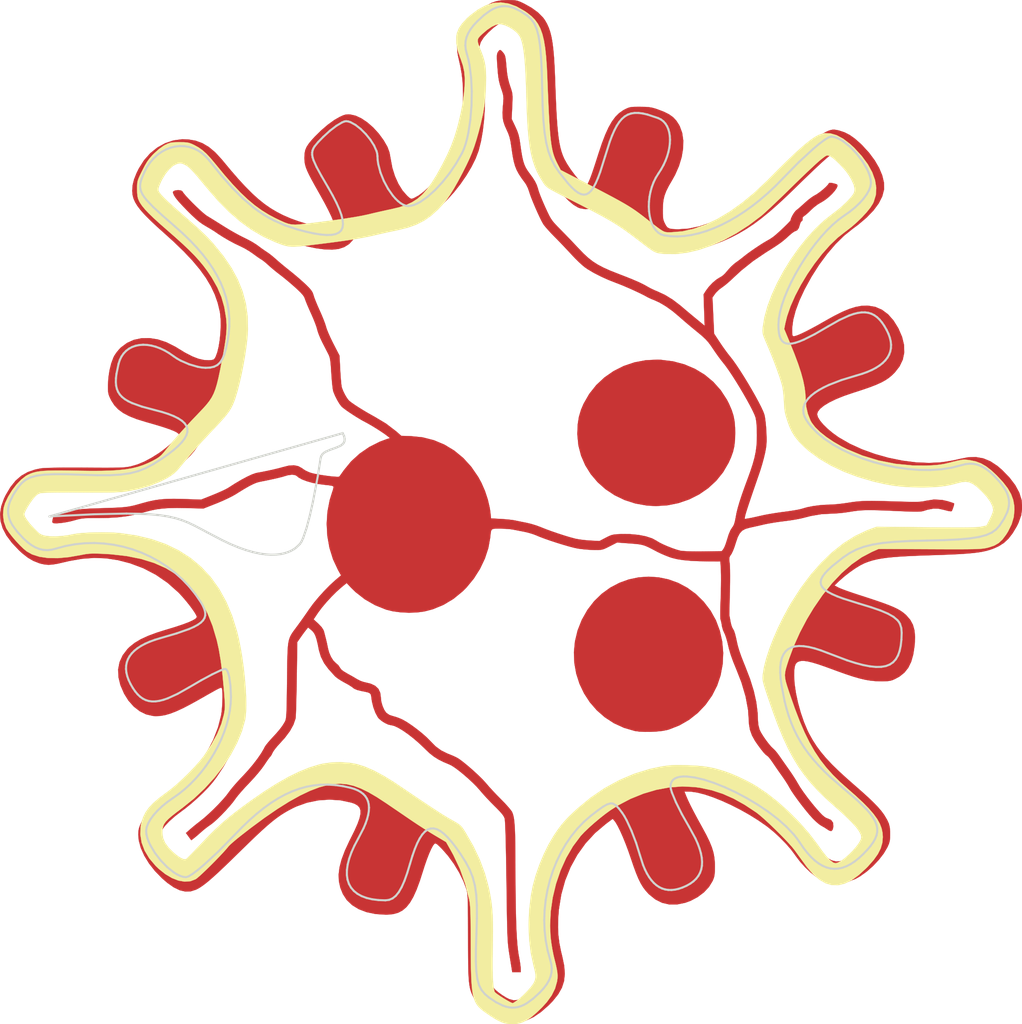
<source format=kicad_pcb>
(kicad_pcb (version 4) (host pcbnew 4.0.7)
  (layers (0 F.Cu signal) (31 B.Cu signal) (34 B.Paste user) (35 F.Paste user) (36 B.SilkS user) (37 F.SilkS user) (38 B.Mask user) (39 F.Mask user) (44 Edge.Cuts user))
  (net 0 "")
  (module LOGO (layer F.Cu) (at 0 0)
    (fp_text reference "G***" hide)
    (fp_text value "LOGO" hide)
  )
  (module LOGO (layer F.Cu) (at 0 0)
    (fp_text reference "G***" hide)
    (fp_text value "LOGO" hide)
  )
  (module LOGO (layer F.Cu) (at 0 0)
    (fp_text reference "G***" hide)
    (fp_text value "LOGO" hide)
    (fp_poly (pts (xy 0.341805 -24.975008) (xy 0.486919 -24.966047) (xy 0.603862 -24.943801) (xy 0.720875 -24.902292) (xy 0.866202 -24.835537) (xy 0.912406 -24.813164) (xy 1.285796 -24.605948) (xy 1.594681 -24.380198) (xy 1.831130 -24.142190) (xy 1.925487 -24.011440) (xy 2.022892 -23.840002) (xy 2.106012 -23.654890) (xy 2.176248 -23.447607) (xy 2.235004 -23.209661) (xy 2.283682 -22.932554) (xy 2.323686 -22.607793) (xy 2.356417 -22.226883) (xy 2.383280 -21.781329) (xy 2.405678 -21.262635) (xy 2.412768 -21.060833) (xy 2.434701 -20.449046) (xy 2.457406 -19.914746) (xy 2.481734 -19.450751) (xy 2.508536 -19.049882) (xy 2.538662 -18.704959) (xy 2.572964 -18.408800) (xy 2.612294 -18.154227) (xy 2.657501 -17.934057) (xy 2.709437 -17.741112) (xy 2.768952 -17.568211) (xy 2.836899 -17.408173) (xy 2.848626 -17.383246) (xy 2.978486 -17.146963) (xy 3.152411 -16.881293) (xy 3.350989 -16.612877) (xy 3.554806 -16.368354) (xy 3.697090 -16.218939) (xy 3.887527 -16.033712) (xy 3.975626 -16.206398) (xy 4.023722 -16.305480) (xy 4.072100 -16.416944) (xy 4.124663 -16.551768) (xy 4.185314 -16.720930) (xy 4.257954 -16.935407) (xy 4.346486 -17.206177) (xy 4.454813 -17.544217) (xy 4.485446 -17.640529) (xy 4.649507 -18.129813) (xy 4.807735 -18.542291) (xy 4.964449 -18.885216) (xy 5.123972 -19.165837) (xy 5.290624 -19.391405) (xy 5.468726 -19.569171) (xy 5.662597 -19.706386) (xy 5.742529 -19.750025) (xy 5.856037 -19.804716) (xy 5.953734 -19.840616) (xy 6.058395 -19.861563) (xy 6.192798 -19.871395) (xy 6.379716 -19.873950) (xy 6.477000 -19.873785) (xy 6.711540 -19.869944) (xy 6.890185 -19.857634) (xy 7.041589 -19.832796) (xy 7.194409 -19.791372) (xy 7.295948 -19.757816) (xy 7.612685 -19.637387) (xy 7.860174 -19.513712) (xy 8.053444 -19.375418) (xy 8.207521 -19.211131) (xy 8.337434 -19.009476) (xy 8.372359 -18.943125) (xy 8.487588 -18.626923) (xy 8.539838 -18.267389) (xy 8.530706 -17.875952) (xy 8.461790 -17.464039) (xy 8.334686 -17.043078) (xy 8.150990 -16.624497) (xy 8.014097 -16.378955) (xy 7.846746 -16.090902) (xy 7.725074 -15.848214) (xy 7.642306 -15.629796) (xy 7.591665 -15.414552) (xy 7.566374 -15.181389) (xy 7.559818 -14.964833) (xy 7.560306 -14.750586) (xy 7.567686 -14.598006) (xy 7.585434 -14.484167) (xy 7.617020 -14.386137) (xy 7.662334 -14.288118) (xy 7.725546 -14.174839) (xy 7.792388 -14.098957) (xy 7.881087 -14.052748) (xy 8.009869 -14.028490) (xy 8.196960 -14.018459) (xy 8.303240 -14.016553) (xy 8.787469 -14.048464) (xy 9.300814 -14.154647) (xy 9.836963 -14.332478) (xy 10.389604 -14.579331) (xy 10.952424 -14.892581) (xy 11.519111 -15.269604) (xy 11.775043 -15.460406) (xy 11.898759 -15.562431) (xy 12.072314 -15.715119) (xy 12.285731 -15.909209) (xy 12.529037 -16.135440) (xy 12.792255 -16.384551) (xy 13.065411 -16.647281) (xy 13.295323 -16.871802) (xy 13.700816 -17.267954) (xy 14.053956 -17.606534) (xy 14.360064 -17.891955) (xy 14.624459 -18.128631) (xy 14.852461 -18.320975) (xy 15.049390 -18.473402) (xy 15.220565 -18.590326) (xy 15.371308 -18.676159) (xy 15.506936 -18.735316) (xy 15.564290 -18.754361) (xy 15.678564 -18.779418) (xy 15.793652 -18.778627) (xy 15.943396 -18.750526) (xy 16.004931 -18.735330) (xy 16.259922 -18.650946) (xy 16.502278 -18.527011) (xy 16.748292 -18.353108) (xy 17.014251 -18.118819) (xy 17.101577 -18.034000) (xy 17.427113 -17.679072) (xy 17.697826 -17.315540) (xy 17.909458 -16.952081) (xy 18.057755 -16.597376) (xy 18.138460 -16.260103) (xy 18.147318 -15.948941) (xy 18.142905 -15.910366) (xy 18.058786 -15.587767) (xy 17.891518 -15.257172) (xy 17.642114 -14.919838) (xy 17.311582 -14.577025) (xy 16.900936 -14.229993) (xy 16.637000 -14.034737) (xy 16.230300 -13.708067) (xy 15.823295 -13.306789) (xy 15.423667 -12.840584) (xy 15.039098 -12.319133) (xy 14.677269 -11.752117) (xy 14.345861 -11.149218) (xy 14.342951 -11.143483) (xy 14.096762 -10.614743) (xy 13.915033 -10.127517) (xy 13.798543 -9.684532) (xy 13.748071 -9.288519) (xy 13.750321 -9.067118) (xy 13.761598 -8.953995) (xy 13.786189 -8.905690) (xy 13.843079 -8.902543) (xy 13.898488 -8.913692) (xy 14.023265 -8.954999) (xy 14.209622 -9.036201) (xy 14.447426 -9.152188) (xy 14.726541 -9.297851) (xy 15.036831 -9.468081) (xy 15.327422 -9.634029) (xy 15.762848 -9.877027) (xy 16.144556 -10.067146) (xy 16.482078 -10.207786) (xy 16.784949 -10.302350) (xy 17.062702 -10.354240) (xy 17.324871 -10.366856) (xy 17.376000 -10.364980) (xy 17.724447 -10.306729) (xy 18.044718 -10.168932) (xy 18.336073 -9.952143) (xy 18.597775 -9.656914) (xy 18.829084 -9.283797) (xy 18.833870 -9.274631) (xy 19.008501 -8.870431) (xy 19.101194 -8.486817) (xy 19.111967 -8.124004) (xy 19.040838 -7.782208) (xy 18.887823 -7.461645) (xy 18.661336 -7.171355) (xy 18.521797 -7.033736) (xy 18.374558 -6.911757) (xy 18.209276 -6.800389) (xy 18.015610 -6.694602) (xy 17.783216 -6.589366) (xy 17.501753 -6.479651) (xy 17.160879 -6.360428) (xy 16.750250 -6.226667) (xy 16.660272 -6.198178) (xy 16.225276 -6.049341) (xy 15.845450 -5.895581) (xy 15.525664 -5.739815) (xy 15.270788 -5.584954) (xy 15.085691 -5.433914) (xy 14.975244 -5.289607) (xy 14.943667 -5.171065) (xy 14.979199 -5.036327) (xy 15.079721 -4.870311) (xy 15.236126 -4.682699) (xy 15.439305 -4.483175) (xy 15.680149 -4.281420) (xy 15.949549 -4.087116) (xy 15.986153 -4.062935) (xy 16.505896 -3.762695) (xy 17.085810 -3.497546) (xy 17.709056 -3.271645) (xy 18.358800 -3.089146) (xy 19.018204 -2.954206) (xy 19.670431 -2.870980) (xy 20.298645 -2.843625) (xy 20.821563 -2.869400) (xy 21.075510 -2.901468) (xy 21.352004 -2.947081) (xy 21.610066 -2.999043) (xy 21.741345 -3.030895) (xy 22.160485 -3.113394) (xy 22.542359 -3.124235) (xy 22.897459 -3.060780) (xy 23.236275 -2.920389) (xy 23.569298 -2.700424) (xy 23.783635 -2.517226) (xy 24.144315 -2.148023) (xy 24.421342 -1.784525) (xy 24.615344 -1.424340) (xy 24.726947 -1.065074) (xy 24.756777 -0.704337) (xy 24.705461 -0.339736) (xy 24.573625 0.031121) (xy 24.493105 0.191695) (xy 24.298045 0.517733) (xy 24.100901 0.773798) (xy 23.887370 0.973695) (xy 23.643150 1.131232) (xy 23.407775 1.239357) (xy 23.245619 1.298744) (xy 23.074248 1.349751) (xy 22.885116 1.393323) (xy 22.669675 1.430403) (xy 22.419378 1.461937) (xy 22.125677 1.488866) (xy 21.780027 1.512136) (xy 21.373880 1.532691) (xy 20.898688 1.551474) (xy 20.447000 1.566355) (xy 19.881962 1.585445) (xy 19.393190 1.606063) (xy 18.972284 1.629206) (xy 18.610843 1.655870) (xy 18.300470 1.687053) (xy 18.032763 1.723750) (xy 17.799324 1.766958) (xy 17.591752 1.817675) (xy 17.401649 1.876896) (xy 17.220615 1.945619) (xy 17.208500 1.950630) (xy 17.003950 2.053099) (xy 16.762033 2.201898) (xy 16.503847 2.382117) (xy 16.250488 2.578846) (xy 16.023055 2.777174) (xy 15.977504 2.820600) (xy 15.775081 3.017332) (xy 15.962624 3.116476) (xy 16.061707 3.160414) (xy 16.225470 3.223491) (xy 16.437694 3.299874) (xy 16.682156 3.383734) (xy 16.942636 3.469238) (xy 16.954500 3.473039) (xy 17.413567 3.621399) (xy 17.799640 3.749891) (xy 18.121079 3.862106) (xy 18.386241 3.961638) (xy 18.603484 4.052079) (xy 18.781168 4.137021) (xy 18.927650 4.220058) (xy 19.051288 4.304781) (xy 19.160440 4.394783) (xy 19.213231 4.443881) (xy 19.397867 4.657079) (xy 19.526557 4.893367) (xy 19.602634 5.165055) (xy 19.629432 5.484453) (xy 19.610285 5.863871) (xy 19.606854 5.897320) (xy 19.542884 6.315397) (xy 19.444233 6.662806) (xy 19.305793 6.948209) (xy 19.122457 7.180273) (xy 18.889119 7.367660) (xy 18.669000 7.488437) (xy 18.554082 7.537846) (xy 18.447660 7.569575) (xy 18.325741 7.587304) (xy 18.164335 7.594714) (xy 17.970500 7.595623) (xy 17.730006 7.587900) (xy 17.491480 7.564510) (xy 17.242647 7.522408) (xy 16.971232 7.458547) (xy 16.664960 7.369883) (xy 16.311556 7.253368) (xy 15.898746 7.105959) (xy 15.699238 7.032062) (xy 15.303206 6.887555) (xy 14.975750 6.776263) (xy 14.708457 6.696169) (xy 14.492915 6.645260) (xy 14.320710 6.621518) (xy 14.183430 6.622931) (xy 14.081328 6.644520) (xy 13.983133 6.693573) (xy 13.914799 6.773860) (xy 13.871729 6.898593) (xy 13.849328 7.080982) (xy 13.843000 7.329707) (xy 13.865705 7.721813) (xy 13.929978 8.161888) (xy 14.030054 8.627698) (xy 14.160168 9.097011) (xy 14.314555 9.547596) (xy 14.487451 9.957220) (xy 14.564502 10.112276) (xy 14.733384 10.413767) (xy 14.919037 10.701778) (xy 15.129347 10.985241) (xy 15.372200 11.273086) (xy 15.655483 11.574242) (xy 15.987081 11.897642) (xy 16.374881 12.252215) (xy 16.726147 12.560226) (xy 17.092309 12.880947) (xy 17.397014 13.157689) (xy 17.646755 13.396988) (xy 17.848022 13.605380) (xy 18.007306 13.789400) (xy 18.131097 13.955585) (xy 18.168242 14.012334) (xy 18.292182 14.221579) (xy 18.371625 14.396017) (xy 18.415800 14.566278) (xy 18.433939 14.762988) (xy 18.436167 14.901334) (xy 18.432097 15.095281) (xy 18.415082 15.239435) (xy 18.377915 15.368471) (xy 18.313390 15.517069) (xy 18.304199 15.536334) (xy 18.130582 15.831607) (xy 17.894924 16.135993) (xy 17.615388 16.431471) (xy 17.310133 16.700019) (xy 16.997322 16.923616) (xy 16.786654 17.042226) (xy 16.403539 17.191628) (xy 16.027092 17.257156) (xy 15.652561 17.238829) (xy 15.275194 17.136666) (xy 15.073402 17.049017) (xy 14.855447 16.915758) (xy 14.614920 16.723397) (xy 14.368320 16.487942) (xy 14.132149 16.225400) (xy 13.922908 15.951782) (xy 13.885098 15.896167) (xy 13.693287 15.639062) (xy 13.447428 15.357525) (xy 13.166202 15.070475) (xy 12.868287 14.796831) (xy 12.572361 14.555514) (xy 12.530667 14.524285) (xy 12.135940 14.249320) (xy 11.713388 13.985649) (xy 11.274179 13.738241) (xy 10.829484 13.512065) (xy 10.390475 13.312087) (xy 9.968321 13.143275) (xy 9.574193 13.010599) (xy 9.219262 12.919025) (xy 8.914697 12.873522) (xy 8.809481 12.869334) (xy 8.594902 12.869334) (xy 8.677806 13.079663) (xy 8.764230 13.281345) (xy 8.884324 13.532154) (xy 9.041032 13.837846) (xy 9.237296 14.204178) (xy 9.451765 14.593314) (xy 9.647136 14.955964) (xy 9.797546 15.265719) (xy 9.908002 15.538034) (xy 9.983512 15.788363) (xy 10.029082 16.032161) (xy 10.049721 16.284881) (xy 10.052224 16.446500) (xy 10.049036 16.663662) (xy 10.038963 16.820796) (xy 10.018039 16.942493) (xy 9.982301 17.053340) (xy 9.937795 17.156357) (xy 9.766854 17.434337) (xy 9.526199 17.690592) (xy 9.230148 17.913776) (xy 8.893013 18.092540) (xy 8.639640 18.185351) (xy 8.244446 18.267511) (xy 7.873503 18.268573) (xy 7.526445 18.188449) (xy 7.202911 18.027053) (xy 6.902535 17.784296) (xy 6.879167 17.761027) (xy 6.741160 17.609907) (xy 6.618435 17.446948) (xy 6.505038 17.260223) (xy 6.395016 17.037805) (xy 6.282416 16.767765) (xy 6.161286 16.438176) (xy 6.039022 16.077645) (xy 5.912604 15.711788) (xy 5.780524 15.360388) (xy 5.648019 15.035434) (xy 5.520326 14.748916) (xy 5.402683 14.512823) (xy 5.300326 14.339142) (xy 5.250221 14.271954) (xy 5.164225 14.171741) (xy 4.836362 14.416351) (xy 4.319564 14.853803) (xy 3.864274 15.347309) (xy 3.472696 15.892499) (xy 3.147032 16.485002) (xy 2.889486 17.120446) (xy 2.702260 17.794460) (xy 2.587559 18.502672) (xy 2.554380 18.944167) (xy 2.546466 19.361600) (xy 2.563996 19.740339) (xy 2.610435 20.112110) (xy 2.689245 20.508642) (xy 2.754138 20.774085) (xy 2.843350 21.204710) (xy 2.871637 21.586277) (xy 2.835375 21.931685) (xy 2.730939 22.253835) (xy 2.554702 22.565625) (xy 2.303039 22.879954) (xy 2.104783 23.084457) (xy 1.740664 23.405369) (xy 1.388628 23.645197) (xy 1.044059 23.805860) (xy 0.702339 23.889276) (xy 0.358853 23.897365) (xy 0.199604 23.876430) (xy -0.067217 23.801684) (xy -0.355744 23.674878) (xy -0.648244 23.508221) (xy -0.926982 23.313919) (xy -1.174225 23.104179) (xy -1.372237 22.891209) (xy -1.490536 22.713039) (xy -1.547318 22.599103) (xy -1.595321 22.489069) (xy -1.635289 22.374885) (xy -1.667962 22.248497) (xy -1.694082 22.101850) (xy -1.714391 21.926891) (xy -1.729631 21.715568) (xy -1.740543 21.459825) (xy -1.747868 21.151609) (xy -1.752349 20.782867) (xy -1.754727 20.345545) (xy -1.755742 19.833167) (xy -1.756500 19.358154) (xy -1.757865 18.959870) (xy -1.760102 18.630378) (xy -1.763481 18.361740) (xy -1.768268 18.146020) (xy -1.774730 17.975280) (xy -1.783137 17.841583) (xy -1.793754 17.736993) (xy -1.806849 17.653571) (xy -1.822690 17.583381) (xy -1.832780 17.547167) (xy -1.977433 17.154623) (xy -2.181344 16.741478) (xy -2.430917 16.330271) (xy -2.712559 15.943543) (xy -2.992388 15.624542) (xy -3.132757 15.483076) (xy -3.228759 15.395919) (xy -3.292717 15.354496) (xy -3.336956 15.350233) (xy -3.364138 15.365870) (xy -3.435947 15.456915) (xy -3.523619 15.619348) (xy -3.622609 15.842387) (xy -3.728373 16.115250) (xy -3.836368 16.427154) (xy -3.911025 16.663493) (xy -4.069019 17.155059) (xy -4.222543 17.568290) (xy -4.376576 17.908991) (xy -4.536093 18.182967) (xy -4.706071 18.396021) (xy -4.891487 18.553957) (xy -5.097318 18.662580) (xy -5.328540 18.727694) (xy -5.590130 18.755103) (xy -5.705911 18.756800) (xy -6.182607 18.724513) (xy -6.611025 18.635843) (xy -6.986466 18.493071) (xy -7.304231 18.298474) (xy -7.559622 18.054333) (xy -7.745854 17.767188) (xy -7.866643 17.467532) (xy -7.934219 17.161062) (xy -7.947400 16.839382) (xy -7.905008 16.494097) (xy -7.805863 16.116811) (xy -7.648785 15.699126) (xy -7.432593 15.232649) (xy -7.373190 15.115248) (xy -7.183667 14.733061) (xy -7.041883 14.414013) (xy -6.947665 14.151437) (xy -6.900844 13.938663) (xy -6.901248 13.769023) (xy -6.948706 13.635849) (xy -7.043046 13.532473) (xy -7.184098 13.452226) (xy -7.329180 13.400580) (xy -7.847525 13.288936) (xy -8.386096 13.252853) (xy -8.929806 13.290943) (xy -9.463568 13.401815) (xy -9.972295 13.584079) (xy -10.129872 13.658530) (xy -10.337280 13.766949) (xy -10.533088 13.879232) (xy -10.724906 14.001615) (xy -10.920345 14.140335) (xy -11.127015 14.301626) (xy -11.352527 14.491724) (xy -11.604490 14.716865) (xy -11.890516 14.983285) (xy -12.218215 15.297220) (xy -12.595196 15.664904) (xy -12.678833 15.747069) (xy -13.067849 16.127582) (xy -13.404100 16.451705) (xy -13.693237 16.724336) (xy -13.940912 16.950374) (xy -14.152775 17.134716) (xy -14.334478 17.282259) (xy -14.491670 17.397901) (xy -14.630004 17.486540) (xy -14.755131 17.553073) (xy -14.771337 17.560637) (xy -15.023684 17.641072) (xy -15.281709 17.650571) (xy -15.550542 17.587420) (xy -15.835312 17.449905) (xy -16.141147 17.236313) (xy -16.394979 17.018230) (xy -16.731809 16.673282) (xy -17.017328 16.309167) (xy -17.245814 15.936351) (xy -17.411548 15.565298) (xy -17.508808 15.206473) (xy -17.533470 14.935539) (xy -17.527390 14.773860) (xy -17.503390 14.637199) (xy -17.452837 14.492005) (xy -17.375704 14.322573) (xy -17.290798 14.160816) (xy -17.195390 14.014822) (xy -17.073969 13.864418) (xy -16.911021 13.689434) (xy -16.811052 13.588342) (xy -16.612221 13.400331) (xy -16.384651 13.201589) (xy -16.158556 13.017733) (xy -15.990143 12.892322) (xy -15.485477 12.492412) (xy -15.021273 12.031503) (xy -14.604915 11.520778) (xy -14.243787 10.971420) (xy -13.945273 10.394614) (xy -13.716756 9.801543) (xy -13.569976 9.226689) (xy -13.544825 9.055211) (xy -13.525071 8.845739) (xy -13.511355 8.618654) (xy -13.504319 8.394338) (xy -13.504605 8.193172) (xy -13.512852 8.035537) (xy -13.529564 7.942175) (xy -13.540526 7.919186) (xy -13.558388 7.906574) (xy -13.591520 7.908325) (xy -13.648293 7.928424) (xy -13.737079 7.970856) (xy -13.866249 8.039605) (xy -14.044173 8.138657) (xy -14.279222 8.271997) (xy -14.564064 8.434633) (xy -15.000422 8.677905) (xy -15.377833 8.874009) (xy -15.705349 9.026220) (xy -15.992024 9.137815) (xy -16.246909 9.212070) (xy -16.479056 9.252259) (xy -16.697518 9.261659) (xy -16.827500 9.253716) (xy -17.153151 9.180050) (xy -17.463687 9.028420) (xy -17.750751 8.805260) (xy -18.005984 8.517001) (xy -18.211509 8.188435) (xy -18.387371 7.783020) (xy -18.481921 7.395226) (xy -18.495372 7.026839) (xy -18.427936 6.679649) (xy -18.279825 6.355441) (xy -18.051252 6.056003) (xy -17.945647 5.951215) (xy -17.709399 5.763481) (xy -17.418798 5.589809) (xy -17.065886 5.426425) (xy -16.642700 5.269560) (xy -16.243956 5.144983) (xy -15.787972 5.006946) (xy -15.414619 4.883298) (xy -15.123150 4.773727) (xy -14.912815 4.677923) (xy -14.782865 4.595576) (xy -14.732551 4.526375) (xy -14.731819 4.518108) (xy -14.758645 4.439647) (xy -14.832841 4.312026) (xy -14.944465 4.148405) (xy -15.083576 3.961945) (xy -15.240232 3.765806) (xy -15.404492 3.573148) (xy -15.566413 3.397133) (xy -15.619248 3.343337) (xy -16.136832 2.884842) (xy -16.697994 2.498878) (xy -17.301912 2.185939) (xy -17.928166 1.952513) (xy -18.507806 1.802311) (xy -19.071283 1.716496) (xy -19.635030 1.694816) (xy -20.215481 1.737020) (xy -20.829072 1.842856) (xy -21.091735 1.904010) (xy -21.388899 1.972568) (xy -21.626917 2.012981) (xy -21.826218 2.026021) (xy -22.007231 2.012466) (xy -22.190382 1.973089) (xy -22.273457 1.948852) (xy -22.553915 1.839026) (xy -22.820791 1.682852) (xy -23.093634 1.467922) (xy -23.232725 1.339986) (xy -23.576945 0.977789) (xy -23.839045 0.626198) (xy -24.020178 0.280506) (xy -24.121494 -0.063996) (xy -24.140747 -0.359833) (xy -23.112657 -0.359833) (xy -23.078487 -0.174082) (xy -22.975435 0.034456) (xy -22.800534 0.270960) (xy -22.663532 0.424551) (xy -22.429338 0.657965) (xy -22.223443 0.823428) (xy -22.031838 0.926329) (xy -21.840511 0.972055) (xy -21.635454 0.965993) (xy -21.402657 0.913530) (xy -21.396600 0.911742) (xy -20.814141 0.774190) (xy -20.165247 0.687473) (xy -20.048852 0.677818) (xy -19.328056 0.664084) (xy -18.613616 0.730421) (xy -17.912620 0.873389) (xy -17.232155 1.089549) (xy -16.579309 1.375460) (xy -15.961169 1.727682) (xy -15.384823 2.142776) (xy -14.857357 2.617301) (xy -14.385861 3.147817) (xy -14.075345 3.577167) (xy -13.892478 3.876178) (xy -13.768748 4.133574) (xy -13.699955 4.363925) (xy -13.681899 4.581799) (xy -13.710380 4.801766) (xy -13.715686 4.824691) (xy -13.736541 4.935688) (xy -13.744106 5.054742) (xy -13.737853 5.202632) (xy -13.717250 5.400135) (xy -13.697010 5.556822) (xy -13.662115 5.792894) (xy -13.621555 6.031660) (xy -13.580841 6.242276) (xy -13.551411 6.371549) (xy -13.475671 6.667500) (xy -13.317272 6.657789) (xy -13.099236 6.683400) (xy -12.909872 6.786937) (xy -12.751508 6.965863) (xy -12.626471 7.217640) (xy -12.545531 7.498961) (xy -12.511800 7.716999) (xy -12.488456 7.994495) (xy -12.475768 8.306851) (xy -12.474005 8.629464) (xy -12.483434 8.937735) (xy -12.504325 9.207063) (xy -12.525262 9.355667) (xy -12.661197 9.920830) (xy -12.865249 10.505688) (xy -13.129322 11.093056) (xy -13.445320 11.665749) (xy -13.805146 12.206581) (xy -13.971148 12.424834) (xy -14.171967 12.657598) (xy -14.423559 12.917756) (xy -14.705749 13.186499) (xy -14.998358 13.445018) (xy -15.281212 13.674507) (xy -15.430500 13.785230) (xy -15.762135 14.036975) (xy -16.041913 14.282419) (xy -16.261483 14.513464) (xy -16.412491 14.722010) (xy -16.431293 14.755678) (xy -16.530333 14.942370) (xy -16.451180 15.165269) (xy -16.305876 15.480268) (xy -16.089378 15.802556) (xy -15.853155 16.080061) (xy -15.695558 16.239216) (xy -15.535189 16.382251) (xy -15.387394 16.497123) (xy -15.267521 16.571787) (xy -15.197407 16.594667) (xy -15.133313 16.571542) (xy -15.027000 16.500815) (xy -14.876200 16.380458) (xy -14.678642 16.208440) (xy -14.432059 15.982732) (xy -14.134181 15.701306) (xy -13.782740 15.362133) (xy -13.398500 14.985869) (xy -12.986223 14.583336) (xy -12.623385 14.237058) (xy -12.302444 13.940668) (xy -12.015855 13.687801) (xy -11.756075 13.472091) (xy -11.515560 13.287172) (xy -11.286767 13.126678) (xy -11.062151 12.984244) (xy -10.945173 12.915588) (xy -10.341759 12.612871) (xy -9.735752 12.393387) (xy -9.128672 12.257486) (xy -8.522042 12.205522) (xy -7.986254 12.229885) (xy -7.516222 12.294445) (xy -7.120450 12.380317) (xy -6.790569 12.490366) (xy -6.518208 12.627457) (xy -6.294994 12.794456) (xy -6.270679 12.817055) (xy -6.170987 12.903365) (xy -6.092739 12.955851) (xy -6.062690 12.964063) (xy -6.002570 12.980437) (xy -5.889399 13.044204) (xy -5.734201 13.147413) (xy -5.547999 13.282114) (xy -5.341817 13.440356) (xy -5.126676 13.614188) (xy -4.931833 13.779721) (xy -4.741527 13.941934) (xy -4.549797 14.098930) (xy -4.376748 14.234648) (xy -4.242486 14.333024) (xy -4.221951 14.346875) (xy -3.977735 14.508009) (xy -3.777451 14.404855) (xy -3.651416 14.347856) (xy -3.534885 14.319824) (xy -3.391862 14.314583) (xy -3.280833 14.319658) (xy -3.017856 14.355976) (xy -2.810110 14.427026) (xy -2.805967 14.429129) (xy -2.593988 14.567999) (xy -2.360514 14.773083) (xy -2.114887 15.031742) (xy -1.866450 15.331341) (xy -1.624549 15.659242) (xy -1.398525 16.002808) (xy -1.197723 16.349402) (xy -1.031486 16.686388) (xy -0.913039 16.989278) (xy -0.863650 17.146240) (xy -0.822487 17.298024) (xy -0.788892 17.453869) (xy -0.762205 17.623011) (xy -0.741769 17.814690) (xy -0.726925 18.038142) (xy -0.717014 18.302604) (xy -0.711377 18.617316) (xy -0.709357 18.991514) (xy -0.710295 19.434436) (xy -0.712445 19.803076) (xy -0.715193 20.295197) (xy -0.715775 20.710392) (xy -0.713644 21.056384) (xy -0.708250 21.340898) (xy -0.699043 21.571660) (xy -0.685476 21.756392) (xy -0.666998 21.902820) (xy -0.643061 22.018668) (xy -0.613115 22.111660) (xy -0.576612 22.189522) (xy -0.538365 22.252052) (xy -0.447717 22.352347) (xy -0.303912 22.473677) (xy -0.129692 22.599555) (xy 0.052203 22.713495) (xy 0.211667 22.795784) (xy 0.420975 22.851688) (xy 0.636438 22.832999) (xy 0.867010 22.737960) (xy 1.027541 22.635612) (xy 1.217388 22.485944) (xy 1.405746 22.312894) (xy 1.573685 22.135901) (xy 1.702274 21.974400) (xy 1.754749 21.888986) (xy 1.814805 21.746201) (xy 1.841055 21.604424) (xy 1.833763 21.440796) (xy 1.793192 21.232459) (xy 1.763640 21.116121) (xy 1.682984 20.797201) (xy 1.623381 20.518495) (xy 1.579038 20.246116) (xy 1.544161 19.946176) (xy 1.522733 19.707236) (xy 1.503225 19.020689) (xy 1.554286 18.327310) (xy 1.672156 17.637028) (xy 1.853076 16.959771) (xy 2.093285 16.305467) (xy 2.389023 15.684046) (xy 2.736531 15.105434) (xy 3.132050 14.579562) (xy 3.571818 14.116355) (xy 3.675451 14.022688) (xy 3.970923 13.773030) (xy 4.251719 13.554359) (xy 4.505595 13.375542) (xy 4.720308 13.245444) (xy 4.809976 13.201071) (xy 5.018163 13.137198) (xy 5.239574 13.115869) (xy 5.444080 13.137536) (xy 5.581227 13.189567) (xy 5.626680 13.213563) (xy 5.673177 13.225031) (xy 5.733667 13.220465) (xy 5.821101 13.196359) (xy 5.948427 13.149204) (xy 6.128594 13.075494) (xy 6.354915 12.980042) (xy 6.597508 12.879931) (xy 6.835898 12.786265) (xy 7.049488 12.706809) (xy 7.217684 12.649327) (xy 7.284280 12.629653) (xy 7.432765 12.586950) (xy 7.524514 12.544259) (xy 7.585282 12.482526) (xy 7.640826 12.382694) (xy 7.653610 12.356407) (xy 7.802977 12.140412) (xy 8.014484 11.979809) (xy 8.285811 11.875099) (xy 8.614639 11.826779) (xy 8.998646 11.835350) (xy 9.435514 11.901310) (xy 9.599466 11.937804) (xy 10.082507 12.077730) (xy 10.605677 12.272619) (xy 11.152958 12.514064) (xy 11.708333 12.793655) (xy 12.255785 13.102984) (xy 12.779298 13.433640) (xy 13.262855 13.777215) (xy 13.571977 14.023407) (xy 13.888824 14.301996) (xy 14.159536 14.570744) (xy 14.409251 14.856847) (xy 14.663109 15.187506) (xy 14.718082 15.263457) (xy 14.975428 15.600347) (xy 15.211366 15.860486) (xy 15.432212 16.047122) (xy 15.644281 16.163502) (xy 15.853890 16.212874) (xy 16.067355 16.198485) (xy 16.290992 16.123584) (xy 16.342938 16.098932) (xy 16.504100 15.998903) (xy 16.690193 15.852536) (xy 16.883577 15.677209) (xy 17.066613 15.490298) (xy 17.221658 15.309178) (xy 17.331074 15.151225) (xy 17.357677 15.099409) (xy 17.445295 14.901334) (xy 17.359681 14.707787) (xy 17.284994 14.575753) (xy 17.164549 14.417390) (xy 16.994091 14.228329) (xy 16.769368 14.004201) (xy 16.486125 13.740636) (xy 16.140109 13.433266) (xy 16.002000 13.313332) (xy 15.454968 12.825863) (xy 14.977857 12.366438) (xy 14.564644 11.925674) (xy 14.209304 11.494187) (xy 13.905814 11.062594) (xy 13.648150 10.621512) (xy 13.430290 10.161555) (xy 13.246208 9.673343) (xy 13.089881 9.147490) (xy 12.955286 8.574613) (xy 12.953006 8.563723) (xy 12.853290 8.009183) (xy 12.800604 7.521195) (xy 12.795389 7.095613) (xy 12.838087 6.728291) (xy 12.929139 6.415086) (xy 13.068989 6.151850) (xy 13.230435 5.960510) (xy 13.358548 5.852029) (xy 13.496707 5.757985) (xy 13.544559 5.731948) (xy 13.634058 5.677573) (xy 13.706196 5.601253) (xy 13.776953 5.482160) (xy 13.842785 5.343244) (xy 13.917839 5.193535) (xy 14.027734 4.996220) (xy 14.159519 4.773577) (xy 14.300240 4.547888) (xy 14.348369 4.473579) (xy 14.482396 4.268265) (xy 14.607520 4.075436) (xy 14.712895 3.911889) (xy 14.787675 3.794421) (xy 14.809109 3.760004) (xy 14.904629 3.604175) (xy 14.818314 3.443131) (xy 14.751963 3.245299) (xy 14.734062 3.012565) (xy 14.764932 2.779683) (xy 14.810921 2.645538) (xy 14.929445 2.447745) (xy 15.111307 2.224919) (xy 15.343345 1.988305) (xy 15.612396 1.749149) (xy 15.905298 1.518694) (xy 16.208887 1.308187) (xy 16.510002 1.128871) (xy 16.695340 1.035671) (xy 16.880168 0.955349) (xy 17.069034 0.884738) (xy 17.269171 0.822923) (xy 17.487812 0.768989) (xy 17.732189 0.722023) (xy 18.009536 0.681111) (xy 18.327084 0.645339) (xy 18.692068 0.613793) (xy 19.111720 0.585558) (xy 19.593273 0.559721) (xy 20.143959 0.535368) (xy 20.771011 0.511585) (xy 20.870334 0.508072) (xy 21.382702 0.487904) (xy 21.818171 0.464699) (xy 22.184503 0.436145) (xy 22.489462 0.399929) (xy 22.740811 0.353739) (xy 22.946314 0.295262) (xy 23.113735 0.222187) (xy 23.250837 0.132202) (xy 23.365383 0.022993) (xy 23.465137 -0.107752) (xy 23.557863 -0.262344) (xy 23.577219 -0.298149) (xy 23.673260 -0.517136) (xy 23.712363 -0.718823) (xy 23.691305 -0.915071) (xy 23.606867 -1.117742) (xy 23.455825 -1.338695) (xy 23.234958 -1.589793) (xy 23.222982 -1.602350) (xy 22.963987 -1.843485) (xy 22.722411 -2.007915) (xy 22.510886 -2.091265) (xy 22.410524 -2.093293) (xy 22.248744 -2.071892) (xy 22.044640 -2.029830) (xy 21.981719 -2.014530) (xy 21.668130 -1.940881) (xy 21.384304 -1.887223) (xy 21.107933 -1.851433) (xy 20.816706 -1.831389) (xy 20.488314 -1.824968) (xy 20.100446 -1.830048) (xy 20.054532 -1.831183) (xy 19.183951 -1.891343) (xy 18.336024 -2.025445) (xy 17.517259 -2.231522) (xy 16.734164 -2.507606) (xy 15.993246 -2.851729) (xy 15.301011 -3.261924) (xy 15.282334 -3.274380) (xy 15.026644 -3.463589) (xy 14.769024 -3.686534) (xy 14.525162 -3.926975) (xy 14.310744 -4.168677) (xy 14.141458 -4.395401) (xy 14.053129 -4.546702) (xy 13.932418 -4.876590) (xy 13.894056 -5.201898) (xy 13.937498 -5.516559) (xy 14.062200 -5.814500) (xy 14.182802 -5.991594) (xy 14.267256 -6.125241) (xy 14.290342 -6.230884) (xy 14.289067 -6.238778) (xy 14.272714 -6.320857) (xy 14.245520 -6.460263) (xy 14.212518 -6.631154) (xy 14.201670 -6.687653) (xy 14.154342 -6.903503) (xy 14.090871 -7.152379) (xy 14.023351 -7.387485) (xy 14.009012 -7.433157) (xy 13.885146 -7.819841) (xy 13.652154 -7.843888) (xy 13.368228 -7.909953) (xy 13.133179 -8.042040) (xy 12.947971 -8.236370) (xy 12.813568 -8.489160) (xy 12.730933 -8.796629) (xy 12.701029 -9.154997) (xy 12.724820 -9.560481) (xy 12.803268 -10.009300) (xy 12.937337 -10.497674) (xy 12.959084 -10.564421) (xy 13.062969 -10.843390) (xy 13.203200 -11.170337) (xy 13.368895 -11.522966) (xy 13.549175 -11.878984) (xy 13.733157 -12.216095) (xy 13.908321 -12.509411) (xy 14.227931 -12.984212) (xy 14.573859 -13.442682) (xy 14.934785 -13.872025) (xy 15.299388 -14.259443) (xy 15.656348 -14.592141) (xy 15.970479 -14.840469) (xy 16.347770 -15.123246) (xy 16.647081 -15.378599) (xy 16.869938 -15.608210) (xy 17.017869 -15.813759) (xy 17.092401 -15.996928) (xy 17.102667 -16.086562) (xy 17.070544 -16.262249) (xy 16.981337 -16.474247) (xy 16.845790 -16.708191) (xy 16.674647 -16.949718) (xy 16.478651 -17.184465) (xy 16.268548 -17.398068) (xy 16.055080 -17.576164) (xy 15.922431 -17.664421) (xy 15.796970 -17.738533) (xy 15.465569 -17.475712) (xy 15.358346 -17.384784) (xy 15.200438 -17.242787) (xy 15.001109 -17.058439) (xy 14.769622 -16.840460) (xy 14.515241 -16.597567) (xy 14.247228 -16.338481) (xy 13.991167 -16.087986) (xy 13.504959 -15.617158) (xy 13.062494 -15.206187) (xy 12.654951 -14.848557) (xy 12.273507 -14.537749) (xy 11.909343 -14.267248) (xy 11.553637 -14.030536) (xy 11.197569 -13.821096) (xy 10.832316 -13.632411) (xy 10.449060 -13.457964) (xy 10.407180 -13.440108) (xy 9.935573 -13.262822) (xy 9.460666 -13.126823) (xy 8.993902 -13.033198) (xy 8.546726 -12.983034) (xy 8.130580 -12.977417) (xy 7.756910 -13.017434) (xy 7.437158 -13.104171) (xy 7.334722 -13.148364) (xy 7.118614 -13.294169) (xy 6.920148 -13.503830) (xy 6.753539 -13.756607) (xy 6.633002 -14.031759) (xy 6.579952 -14.249625) (xy 6.565117 -14.327630) (xy 6.538777 -14.388439) (xy 6.487294 -14.444905) (xy 6.397027 -14.509884) (xy 6.254337 -14.596229) (xy 6.144985 -14.659550) (xy 5.954746 -14.766125) (xy 5.740166 -14.881390) (xy 5.515208 -14.998406) (xy 5.293836 -15.110234) (xy 5.090013 -15.209935) (xy 4.917704 -15.290571) (xy 4.790872 -15.345204) (xy 4.723480 -15.366894) (xy 4.721282 -15.367000) (xy 4.661159 -15.338416) (xy 4.579716 -15.268458) (xy 4.568796 -15.257047) (xy 4.364817 -15.097618) (xy 4.121968 -15.003600) (xy 3.859158 -14.978518) (xy 3.595296 -15.025896) (xy 3.508214 -15.059354) (xy 3.293009 -15.186661) (xy 3.058762 -15.380834) (xy 2.814939 -15.629013) (xy 2.571004 -15.918340) (xy 2.336423 -16.235957) (xy 2.120659 -16.569005) (xy 1.933178 -16.904625) (xy 1.783444 -17.229960) (xy 1.680921 -17.532150) (xy 1.677014 -17.547166) (xy 1.603469 -17.889875) (xy 1.538874 -18.301612) (xy 1.484658 -18.767071) (xy 1.442249 -19.270949) (xy 1.413078 -19.797942) (xy 1.398572 -20.332744) (xy 1.397197 -20.543886) (xy 1.393249 -20.856310) (xy 1.382374 -21.198774) (xy 1.365704 -21.553873) (xy 1.344372 -21.904201) (xy 1.319511 -22.232351) (xy 1.292253 -22.520918) (xy 1.263731 -22.752495) (xy 1.246768 -22.855349) (xy 1.171656 -23.158868) (xy 1.072917 -23.391534) (xy 0.944358 -23.565344) (xy 0.831897 -23.659386) (xy 0.569613 -23.821662) (xy 0.337617 -23.921732) (xy 0.123803 -23.957795) (xy -0.083935 -23.928051) (xy -0.297703 -23.830699) (xy -0.529609 -23.663939) (xy -0.791757 -23.425970) (xy -0.801495 -23.416460) (xy -1.011371 -23.186360) (xy -1.147384 -22.972025) (xy -1.214419 -22.758119) (xy -1.217359 -22.529306) (xy -1.163750 -22.279136) (xy -1.068754 -21.876272) (xy -1.000674 -21.410071) (xy -0.959160 -20.897359) (xy -0.943868 -20.354955) (xy -0.954449 -19.799684) (xy -0.990556 -19.248368) (xy -1.051843 -18.717828) (xy -1.137962 -18.224888) (xy -1.248567 -17.786370) (xy -1.257004 -17.758833) (xy -1.396961 -17.392931) (xy -1.595377 -16.995949) (xy -1.840986 -16.584841) (xy -2.122527 -16.176562) (xy -2.428734 -15.788066) (xy -2.748345 -15.436310) (xy -2.895118 -15.293046) (xy -3.228492 -14.999274) (xy -3.530245 -14.773729) (xy -3.810292 -14.610859) (xy -4.078545 -14.505112) (xy -4.344919 -14.450936) (xy -4.409484 -14.445005) (xy -4.576803 -14.437775) (xy -4.702162 -14.450204) (xy -4.825458 -14.490198) (xy -4.965293 -14.555139) (xy -5.116585 -14.637669) (xy -5.249314 -14.724017) (xy -5.328514 -14.789661) (xy -5.425880 -14.893302) (xy -5.835023 -14.755440) (xy -6.061641 -14.675183) (xy -6.322869 -14.576731) (xy -6.575991 -14.476372) (xy -6.678083 -14.433992) (xy -7.112000 -14.250406) (xy -7.112000 -14.024129) (xy -7.151243 -13.751649) (xy -7.264215 -13.512290) (xy -7.443776 -13.314096) (xy -7.682788 -13.165107) (xy -7.952054 -13.077780) (xy -8.255971 -13.044887) (xy -8.616499 -13.056802) (xy -9.020918 -13.109736) (xy -9.456511 -13.199898) (xy -9.910560 -13.323496) (xy -10.370346 -13.476739) (xy -10.823150 -13.655838) (xy -11.256254 -13.857002) (xy -11.656940 -14.076438) (xy -11.959166 -14.272119) (xy -12.159444 -14.426574) (xy -12.401414 -14.634666) (xy -12.673136 -14.884515) (xy -12.962674 -15.164242) (xy -13.258091 -15.461967) (xy -13.547449 -15.765810) (xy -13.818809 -16.063892) (xy -14.060236 -16.344334) (xy -14.142436 -16.444787) (xy -14.355282 -16.703598) (xy -14.531819 -16.901055) (xy -14.684247 -17.045199) (xy -14.824762 -17.144070) (xy -14.965563 -17.205708) (xy -15.118849 -17.238155) (xy -15.296816 -17.249450) (xy -15.363867 -17.249905) (xy -15.567585 -17.244377) (xy -15.714524 -17.225842) (xy -15.832171 -17.189519) (xy -15.901683 -17.156379) (xy -16.138641 -16.990721) (xy -16.362208 -16.759284) (xy -16.557892 -16.480951) (xy -16.711203 -16.174602) (xy -16.761328 -16.036342) (xy -16.789148 -15.912168) (xy -16.773354 -15.814329) (xy -16.748810 -15.761175) (xy -16.684457 -15.671447) (xy -16.563386 -15.534742) (xy -16.393480 -15.358806) (xy -16.182625 -15.151387) (xy -15.938706 -14.920232) (xy -15.669608 -14.673089) (xy -15.383215 -14.417704) (xy -15.367000 -14.403469) (xy -14.769778 -13.854090) (xy -14.251097 -13.321077) (xy -13.807613 -12.799267) (xy -13.435985 -12.283498) (xy -13.132869 -11.768606) (xy -12.894921 -11.249430) (xy -12.718800 -10.720806) (xy -12.601161 -10.177573) (xy -12.591819 -10.117842) (xy -12.538417 -9.577075) (xy -12.546408 -9.045042) (xy -12.594864 -8.614833) (xy -12.674033 -8.169571) (xy -12.767715 -7.799363) (xy -12.879442 -7.495308) (xy -13.012747 -7.248511) (xy -13.171161 -7.050070) (xy -13.243214 -6.981479) (xy -13.339890 -6.884787) (xy -13.398874 -6.802836) (xy -13.408325 -6.762506) (xy -13.399424 -6.665242) (xy -13.416797 -6.513546) (xy -13.455190 -6.331561) (xy -13.509345 -6.143431) (xy -13.574006 -5.973300) (xy -13.585698 -5.947833) (xy -13.734233 -5.673231) (xy -13.918456 -5.408507) (xy -14.153266 -5.133554) (xy -14.311413 -4.968625) (xy -14.610402 -4.666751) (xy -14.559183 -4.418292) (xy -14.538804 -4.146530) (xy -14.593287 -3.877059) (xy -14.725311 -3.600313) (xy -14.833350 -3.439627) (xy -15.050443 -3.186879) (xy -15.332659 -2.922590) (xy -15.663577 -2.657999) (xy -16.026774 -2.404348) (xy -16.405831 -2.172873) (xy -16.784325 -1.974816) (xy -17.145835 -1.821415) (xy -17.250833 -1.785029) (xy -17.438129 -1.727136) (xy -17.618011 -1.679648) (xy -17.800822 -1.641789) (xy -17.996905 -1.612780) (xy -18.216601 -1.591842) (xy -18.470253 -1.578200) (xy -18.768205 -1.571073) (xy -19.120797 -1.569685) (xy -19.538373 -1.573258) (xy -19.976300 -1.580037) (xy -20.490810 -1.587515) (xy -20.928074 -1.590144) (xy -21.295395 -1.587508) (xy -21.600077 -1.579192) (xy -21.849423 -1.564779) (xy -22.050738 -1.543854) (xy -22.211326 -1.516002) (xy -22.338490 -1.480806) (xy -22.435230 -1.440066) (xy -22.574502 -1.337063) (xy -22.721400 -1.176166) (xy -22.862233 -0.979207) (xy -22.983309 -0.768019) (xy -23.070936 -0.564435) (xy -23.111423 -0.390288) (xy -23.112657 -0.359833) (xy -24.140747 -0.359833) (xy -24.144144 -0.412017) (xy -24.089280 -0.768265) (xy -23.958052 -1.137448) (xy -23.878448 -1.301319) (xy -23.650501 -1.685713) (xy -23.404472 -1.993310) (xy -23.130560 -2.231573) (xy -22.818966 -2.407965) (xy -22.459890 -2.529950) (xy -22.194268 -2.583939) (xy -22.066716 -2.596404) (xy -21.858307 -2.606279) (xy -21.572811 -2.613505) (xy -21.213998 -2.618021) (xy -20.785641 -2.619770) (xy -20.291509 -2.618691) (xy -20.066000 -2.617386) (xy -19.614067 -2.614627) (xy -19.237910 -2.613186) (xy -18.928644 -2.613322) (xy -18.677385 -2.615296) (xy -18.475249 -2.619370) (xy -18.313350 -2.625803) (xy -18.182805 -2.634858) (xy -18.074730 -2.646795) (xy -17.980239 -2.661874) (xy -17.890448 -2.680357) (xy -17.885833 -2.681395) (xy -17.566997 -2.773083) (xy -17.241801 -2.908296) (xy -16.893960 -3.094706) (xy -16.552501 -3.309648) (xy -16.378598 -3.432785) (xy -16.195366 -3.575005) (xy -16.015383 -3.725018) (xy -15.851223 -3.871539) (xy -15.715464 -4.003278) (xy -15.620683 -4.108948) (xy -15.579455 -4.177261) (xy -15.578666 -4.183700) (xy -15.606033 -4.240709) (xy -15.690916 -4.304941) (xy -15.837491 -4.378025) (xy -16.049932 -4.461591) (xy -16.332413 -4.557268) (xy -16.689110 -4.666687) (xy -17.124197 -4.791476) (xy -17.164273 -4.802662) (xy -17.600692 -4.937222) (xy -17.961310 -5.078738) (xy -18.254983 -5.232854) (xy -18.490565 -5.405210) (xy -18.676914 -5.601450) (xy -18.822883 -5.827217) (xy -18.847361 -5.875088) (xy -18.911761 -6.011866) (xy -18.952228 -6.123143) (xy -18.973998 -6.236340) (xy -18.982310 -6.378877) (xy -18.982400 -6.578175) (xy -18.982363 -6.581943) (xy -18.960875 -6.931554) (xy -18.906702 -7.282157) (xy -18.825311 -7.608572) (xy -18.722172 -7.885618) (xy -18.681572 -7.966950) (xy -18.586507 -8.111104) (xy -18.458630 -8.267345) (xy -18.364032 -8.364813) (xy -18.070347 -8.583701) (xy -17.738513 -8.731262) (xy -17.375854 -8.807585) (xy -16.989697 -8.812761) (xy -16.587366 -8.746880) (xy -16.176186 -8.610032) (xy -15.763483 -8.402309) (xy -15.648454 -8.331332) (xy -15.275521 -8.105206) (xy -14.949539 -7.938172) (xy -14.660710 -7.826487) (xy -14.399235 -7.766410) (xy -14.155318 -7.754199) (xy -14.139203 -7.755008) (xy -14.003227 -7.766494) (xy -13.923523 -7.791774) (xy -13.871718 -7.846522) (xy -13.829250 -7.926247) (xy -13.751318 -8.136261) (xy -13.686333 -8.409798) (xy -13.636164 -8.726444) (xy -13.602681 -9.065782) (xy -13.587755 -9.407397) (xy -13.593253 -9.730875) (xy -13.621047 -10.015799) (xy -13.631985 -10.080138) (xy -13.730583 -10.492559) (xy -13.870967 -10.894030) (xy -14.057535 -11.290784) (xy -14.294682 -11.689056) (xy -14.586806 -12.095079) (xy -14.938302 -12.515089) (xy -15.353567 -12.955319) (xy -15.836996 -13.422004) (xy -16.256000 -13.801132) (xy -16.634242 -14.140452) (xy -16.949639 -14.435869) (xy -17.207240 -14.694068) (xy -17.412093 -14.921733) (xy -17.569246 -15.125548) (xy -17.683747 -15.312198) (xy -17.760644 -15.488367) (xy -17.804986 -15.660740) (xy -17.821820 -15.836000) (xy -17.822333 -15.875134) (xy -17.801243 -16.136674) (xy -17.734189 -16.406832) (xy -17.615499 -16.704479) (xy -17.507301 -16.922905) (xy -17.258562 -17.316937) (xy -16.960858 -17.652834) (xy -16.622070 -17.925944) (xy -16.250082 -18.131614) (xy -15.852774 -18.265192) (xy -15.438028 -18.322024) (xy -15.149905 -18.314445) (xy -14.793600 -18.252939) (xy -14.465602 -18.133756) (xy -14.155608 -17.950649) (xy -13.853315 -17.697375) (xy -13.548421 -17.367687) (xy -13.508501 -17.319433) (xy -13.102385 -16.831228) (xy -12.734350 -16.407697) (xy -12.396968 -16.042119) (xy -12.082814 -15.727771) (xy -11.784459 -15.457931) (xy -11.494476 -15.225877) (xy -11.205438 -15.024887) (xy -10.909918 -14.848239) (xy -10.604500 -14.691130) (xy -10.244372 -14.534689) (xy -9.856057 -14.394057) (xy -9.459592 -14.274653) (xy -9.075017 -14.181896) (xy -8.722372 -14.121202) (xy -8.421695 -14.097990) (xy -8.410386 -14.097916) (xy -8.121273 -14.097000) (xy -8.150742 -14.231175) (xy -8.203303 -14.406561) (xy -8.296063 -14.633854) (xy -8.431006 -14.917160) (xy -8.610114 -15.260587) (xy -8.835369 -15.668241) (xy -8.896770 -15.776534) (xy -9.089833 -16.118202) (xy -9.243545 -16.397942) (xy -9.362281 -16.626330) (xy -9.450416 -16.813939) (xy -9.512326 -16.971342) (xy -9.552386 -17.109114) (xy -9.574972 -17.237828) (xy -9.584460 -17.368059) (xy -9.585674 -17.441333) (xy -9.576909 -17.636910) (xy -9.543516 -17.804394) (xy -9.476606 -17.961756) (xy -9.367291 -18.126965) (xy -9.206681 -18.317990) (xy -9.089365 -18.444690) (xy -8.777215 -18.752024) (xy -8.459489 -19.022741) (xy -8.152357 -19.244005) (xy -7.897641 -19.390607) (xy -7.733602 -19.465205) (xy -7.607011 -19.503123) (xy -7.483434 -19.512418) (xy -7.397327 -19.507685) (xy -7.134546 -19.448312) (xy -6.855696 -19.318154) (xy -6.571682 -19.126682) (xy -6.293412 -18.883366) (xy -6.031790 -18.597675) (xy -5.797724 -18.279081) (xy -5.612429 -17.957779) (xy -5.515732 -17.692637) (xy -5.455649 -17.365112) (xy -5.379812 -16.956297) (xy -5.255546 -16.559772) (xy -5.090787 -16.193145) (xy -4.893471 -15.874026) (xy -4.671535 -15.620024) (xy -4.667477 -15.616261) (xy -4.564115 -15.523975) (xy -4.495327 -15.480818) (xy -4.433915 -15.478018) (xy -4.352680 -15.506802) (xy -4.341963 -15.511270) (xy -4.115665 -15.635686) (xy -3.863911 -15.825897) (xy -3.596770 -16.070846) (xy -3.324312 -16.359475) (xy -3.056607 -16.680727) (xy -2.803726 -17.023545) (xy -2.575737 -17.376871) (xy -2.463201 -17.574259) (xy -2.332058 -17.847371) (xy -2.226081 -18.141042) (xy -2.143013 -18.466985) (xy -2.080594 -18.836912) (xy -2.036567 -19.262536) (xy -2.008672 -19.755569) (xy -2.001712 -19.967381) (xy -1.994657 -20.417921) (xy -2.001455 -20.805940) (xy -2.023943 -21.152727) (xy -2.063962 -21.479572) (xy -2.123350 -21.807763) (xy -2.183928 -22.076833) (xy -2.243756 -22.349563) (xy -2.275313 -22.566184) (xy -2.279665 -22.750008) (xy -2.257875 -22.924349) (xy -2.228369 -23.050500) (xy -2.084886 -23.425150) (xy -1.857180 -23.791268) (xy -1.545268 -24.148830) (xy -1.343431 -24.336949) (xy -1.073825 -24.561979) (xy -0.840162 -24.729353) (xy -0.624565 -24.846779) (xy -0.409161 -24.921962) (xy -0.176075 -24.962610) (xy 0.092568 -24.976430) (xy 0.140277 -24.976666) (xy 0.341805 -24.975008)) (layer F.Cu) (width 0.010000))
    (fp_poly (pts (xy -0.151560 -22.548302) (xy -0.077173 -22.463088) (xy -0.029034 -22.398358) (xy 0.005573 -22.328249) (xy 0.030751 -22.235088) (xy 0.050604 -22.101207) (xy 0.069237 -21.908935) (xy 0.078934 -21.790950) (xy 0.108380 -21.495609) (xy 0.147697 -21.252666) (xy 0.203009 -21.029934) (xy 0.254196 -20.869764) (xy 0.306497 -20.714668) (xy 0.342055 -20.592758) (xy 0.363141 -20.482371) (xy 0.372022 -20.361849) (xy 0.370967 -20.209530) (xy 0.362246 -20.003755) (xy 0.356626 -19.891908) (xy 0.326575 -19.299899) (xy 0.503057 -18.928533) (xy 0.595700 -18.719216) (xy 0.659417 -18.532257) (xy 0.704796 -18.330732) (xy 0.738637 -18.106934) (xy 0.785867 -17.768957) (xy 0.831507 -17.500419) (xy 0.880209 -17.286321) (xy 0.936629 -17.111666) (xy 1.005419 -16.961456) (xy 1.091234 -16.820693) (xy 1.172644 -16.708252) (xy 1.334290 -16.486917) (xy 1.449393 -16.304082) (xy 1.530013 -16.137137) (xy 1.588206 -15.963475) (xy 1.605639 -15.896383) (xy 1.641585 -15.783372) (xy 1.706019 -15.613223) (xy 1.791147 -15.405296) (xy 1.889178 -15.178954) (xy 1.937875 -15.070883) (xy 2.044745 -14.838786) (xy 2.130004 -14.664272) (xy 2.206991 -14.527805) (xy 2.289045 -14.409849) (xy 2.389505 -14.290872) (xy 2.521709 -14.151337) (xy 2.664905 -14.006113) (xy 2.872508 -13.794356) (xy 3.105998 -13.552622) (xy 3.336535 -13.310952) (xy 3.532181 -13.102722) (xy 3.771969 -12.854634) (xy 3.995655 -12.648522) (xy 4.219646 -12.473896) (xy 4.460349 -12.320266) (xy 4.734171 -12.177143) (xy 5.057521 -12.034036) (xy 5.439834 -11.883103) (xy 5.824262 -11.734653) (xy 6.138970 -11.607439) (xy 6.394816 -11.496708) (xy 6.602658 -11.397704) (xy 6.773354 -11.305675) (xy 6.815667 -11.280692) (xy 6.993695 -11.183835) (xy 7.194367 -11.089561) (xy 7.302500 -11.045513) (xy 7.663740 -10.879296) (xy 8.038606 -10.648900) (xy 8.406038 -10.367383) (xy 8.431863 -10.345300) (xy 8.596258 -10.205150) (xy 8.797651 -10.035636) (xy 9.007355 -9.860815) (xy 9.153094 -9.740470) (xy 9.564355 -9.402674) (xy 9.538336 -10.153133) (xy 9.512317 -10.903591) (xy 9.625940 -11.083581) (xy 9.769565 -11.275698) (xy 9.947393 -11.462169) (xy 10.132294 -11.616473) (xy 10.242977 -11.686723) (xy 10.357614 -11.751861) (xy 10.448148 -11.817198) (xy 10.536969 -11.902562) (xy 10.646471 -12.027786) (xy 10.697827 -12.089542) (xy 10.825180 -12.227628) (xy 10.967025 -12.357883) (xy 11.057491 -12.427340) (xy 11.193977 -12.525041) (xy 11.351878 -12.646074) (xy 11.451167 -12.726369) (xy 11.594361 -12.837964) (xy 11.782731 -12.974170) (xy 11.994535 -13.120339) (xy 12.208035 -13.261820) (xy 12.401491 -13.383962) (xy 12.553163 -13.472115) (xy 12.574136 -13.483133) (xy 12.709316 -13.562349) (xy 12.846647 -13.656980) (xy 12.862313 -13.669022) (xy 12.972641 -13.760493) (xy 13.107376 -13.879710) (xy 13.252839 -14.013588) (xy 13.395353 -14.149037) (xy 13.521238 -14.272969) (xy 13.616815 -14.372296) (xy 13.668405 -14.433931) (xy 13.673667 -14.445330) (xy 13.698028 -14.540477) (xy 13.759145 -14.669067) (xy 13.839064 -14.799922) (xy 13.919833 -14.901868) (xy 13.953500 -14.931288) (xy 14.033235 -14.993855) (xy 14.153470 -15.097044) (xy 14.293553 -15.222920) (xy 14.357720 -15.282333) (xy 14.510635 -15.415807) (xy 14.665750 -15.535405) (xy 14.797247 -15.621725) (xy 14.836525 -15.642166) (xy 14.950182 -15.707948) (xy 15.088392 -15.807239) (xy 15.231812 -15.923581) (xy 15.361097 -16.040511) (xy 15.456900 -16.141568) (xy 15.498557 -16.205494) (xy 15.530629 -16.237083) (xy 15.608647 -16.237223) (xy 15.699183 -16.219836) (xy 15.815191 -16.190056) (xy 15.891846 -16.163486) (xy 15.904547 -16.155897) (xy 15.918535 -16.086758) (xy 15.874493 -15.980797) (xy 15.783488 -15.850120) (xy 15.656587 -15.706831) (xy 15.504859 -15.563036) (xy 15.339370 -15.430841) (xy 15.171189 -15.322350) (xy 15.115870 -15.293265) (xy 14.968112 -15.203632) (xy 14.801197 -15.077035) (xy 14.651096 -14.940773) (xy 14.650203 -14.939864) (xy 14.524859 -14.818177) (xy 14.409497 -14.716712) (xy 14.326222 -14.654730) (xy 14.317216 -14.649694) (xy 14.246327 -14.588076) (xy 14.246051 -14.517546) (xy 14.242104 -14.436932) (xy 14.206904 -14.410204) (xy 14.157005 -14.355151) (xy 14.118370 -14.251949) (xy 14.113956 -14.230496) (xy 14.064625 -14.075769) (xy 13.987258 -13.968746) (xy 13.895184 -13.927690) (xy 13.892951 -13.927666) (xy 13.834197 -13.900226) (xy 13.733797 -13.827195) (xy 13.610319 -13.722504) (xy 13.568598 -13.684250) (xy 13.436650 -13.564525) (xy 13.307018 -13.456324) (xy 13.164853 -13.348996) (xy 12.995305 -13.231884) (xy 12.783522 -13.094336) (xy 12.514655 -12.925698) (xy 12.489520 -12.910102) (xy 11.879723 -12.497384) (xy 11.313571 -12.045157) (xy 10.967557 -11.726333) (xy 10.801935 -11.570307) (xy 10.634844 -11.423750) (xy 10.487567 -11.304758) (xy 10.394985 -11.239500) (xy 10.249809 -11.130626) (xy 10.113918 -10.997924) (xy 10.062322 -10.934011) (xy 9.935271 -10.755522) (xy 9.975271 -9.891221) (xy 10.015272 -9.026920) (xy 10.288719 -8.609710) (xy 10.424443 -8.409684) (xy 10.571675 -8.204058) (xy 10.709309 -8.021823) (xy 10.785665 -7.927220) (xy 10.921586 -7.752923) (xy 11.081428 -7.526734) (xy 11.258072 -7.260746) (xy 11.444399 -6.967055) (xy 11.633291 -6.657755) (xy 11.817630 -6.344943) (xy 11.990296 -6.040712) (xy 12.144172 -5.757159) (xy 12.272139 -5.506377) (xy 12.367077 -5.300462) (xy 12.421870 -5.151510) (xy 12.424026 -5.143500) (xy 12.451374 -5.002182) (xy 12.477740 -4.802222) (xy 12.500215 -4.569621) (xy 12.515887 -4.330382) (xy 12.516504 -4.317322) (xy 12.526033 -4.061614) (xy 12.526274 -3.862164) (xy 12.515345 -3.690889) (xy 12.491362 -3.519703) (xy 12.452442 -3.320524) (xy 12.448368 -3.301322) (xy 12.391179 -3.062105) (xy 12.315844 -2.786863) (xy 12.234482 -2.518641) (xy 12.192293 -2.391833) (xy 12.023337 -1.903584) (xy 11.881138 -1.490145) (xy 11.764050 -1.146566) (xy 11.670428 -0.867899) (xy 11.598625 -0.649193) (xy 11.546994 -0.485498) (xy 11.513891 -0.371866) (xy 11.497668 -0.303346) (xy 11.497651 -0.303250) (xy 11.472984 -0.162001) (xy 11.652575 -0.190327) (xy 11.772438 -0.212658) (xy 11.946165 -0.249256) (xy 12.145435 -0.294036) (xy 12.255500 -0.319908) (xy 12.454371 -0.362118) (xy 12.708872 -0.408283) (xy 12.990420 -0.453619) (xy 13.270432 -0.493338) (xy 13.356167 -0.504218) (xy 13.603027 -0.537261) (xy 13.835230 -0.573376) (xy 14.032989 -0.609125) (xy 14.176516 -0.641065) (xy 14.222726 -0.654876) (xy 14.459725 -0.722618) (xy 14.750344 -0.779890) (xy 15.063736 -0.822020) (xy 15.369052 -0.844335) (xy 15.488962 -0.846675) (xy 15.683433 -0.854152) (xy 15.926883 -0.874384) (xy 16.185158 -0.904084) (xy 16.378593 -0.932304) (xy 16.577944 -0.963466) (xy 16.760112 -0.988000) (xy 16.937399 -1.006262) (xy 17.122111 -1.018614) (xy 17.326553 -1.025413) (xy 17.563029 -1.027020) (xy 17.843844 -1.023793) (xy 18.181302 -1.016091) (xy 18.587708 -1.004275) (xy 18.711334 -1.000411) (xy 19.067005 -0.989777) (xy 19.349685 -0.983057) (xy 19.570970 -0.980508) (xy 19.742456 -0.982390) (xy 19.875741 -0.988959) (xy 19.982419 -1.000477) (xy 20.074088 -1.017199) (xy 20.135611 -1.032161) (xy 20.534309 -1.094662) (xy 20.932087 -1.072794) (xy 21.193958 -1.011540) (xy 21.338251 -0.966019) (xy 21.446804 -0.929502) (xy 21.497922 -0.909314) (xy 21.498969 -0.908543) (xy 21.497153 -0.862877) (xy 21.473324 -0.770661) (xy 21.437739 -0.663620) (xy 21.400658 -0.573481) (xy 21.378779 -0.536843) (xy 21.325891 -0.531679) (xy 21.214988 -0.549693) (xy 21.068297 -0.587047) (xy 21.041179 -0.595112) (xy 20.763796 -0.656736) (xy 20.502152 -0.661364) (xy 20.225041 -0.608042) (xy 20.090179 -0.565977) (xy 20.019445 -0.544431) (xy 19.943620 -0.528780) (xy 19.851050 -0.518832) (xy 19.730077 -0.514395) (xy 19.569044 -0.515276) (xy 19.356295 -0.521283) (xy 19.080174 -0.532224) (xy 18.799740 -0.544675) (xy 18.365035 -0.563753) (xy 18.003277 -0.577626) (xy 17.702900 -0.586109) (xy 17.452332 -0.589016) (xy 17.240006 -0.586163) (xy 17.054351 -0.577363) (xy 16.883799 -0.562432) (xy 16.716780 -0.541185) (xy 16.541726 -0.513435) (xy 16.510000 -0.508000) (xy 16.269806 -0.472282) (xy 16.015198 -0.443856) (xy 15.783050 -0.426435) (xy 15.663334 -0.422775) (xy 15.149227 -0.394932) (xy 14.648741 -0.310690) (xy 14.346433 -0.233118) (xy 14.160084 -0.187872) (xy 13.919957 -0.141088) (xy 13.656650 -0.098203) (xy 13.400764 -0.064653) (xy 13.393933 -0.063893) (xy 13.130562 -0.030515) (xy 12.851001 0.011952) (xy 12.589027 0.057997) (xy 12.382500 0.101140) (xy 12.169790 0.150658) (xy 11.956155 0.199196) (xy 11.775239 0.239155) (xy 11.710544 0.252923) (xy 11.511910 0.309657) (xy 11.359653 0.394821) (xy 11.241429 0.522113) (xy 11.144895 0.705232) (xy 11.057708 0.957876) (xy 11.049223 0.986818) (xy 10.987065 1.179418) (xy 10.918952 1.355650) (xy 10.855345 1.489764) (xy 10.825980 1.536364) (xy 10.772274 1.613948) (xy 10.745242 1.685237) (xy 10.740736 1.777763) (xy 10.754609 1.919057) (xy 10.760885 1.968500) (xy 10.770652 2.097747) (xy 10.776799 2.296455) (xy 10.779248 2.549493) (xy 10.777920 2.841731) (xy 10.772737 3.158038) (xy 10.767998 3.344334) (xy 10.759972 3.639387) (xy 10.753622 3.907009) (xy 10.749152 4.135389) (xy 10.746767 4.312719) (xy 10.746672 4.427190) (xy 10.748522 4.466167) (xy 10.761499 4.528092) (xy 10.783259 4.645539) (xy 10.803797 4.762500) (xy 10.839956 4.914382) (xy 10.887928 5.042061) (xy 10.924198 5.101167) (xy 10.969534 5.186331) (xy 11.020191 5.341472) (xy 11.071850 5.552449) (xy 11.092257 5.651500) (xy 11.145385 5.886170) (xy 11.216441 6.130572) (xy 11.311825 6.403968) (xy 11.437937 6.725616) (xy 11.495427 6.864933) (xy 11.734716 7.486323) (xy 11.913141 8.059653) (xy 12.032765 8.593508) (xy 12.095654 9.096470) (xy 12.107084 9.408129) (xy 12.128222 9.670523) (xy 12.186167 9.900831) (xy 12.188343 9.906626) (xy 12.255279 10.043546) (xy 12.360506 10.215812) (xy 12.488350 10.401764) (xy 12.623138 10.579738) (xy 12.749196 10.728072) (xy 12.850852 10.825104) (xy 12.855302 10.828433) (xy 12.928207 10.899071) (xy 13.026368 11.016144) (xy 13.129137 11.154943) (xy 13.133895 11.161820) (xy 13.236743 11.309896) (xy 13.368642 11.498249) (xy 13.509486 11.698223) (xy 13.594721 11.818629) (xy 13.725219 12.008029) (xy 13.852576 12.202341) (xy 13.959172 12.374225) (xy 14.010361 12.463521) (xy 14.130394 12.662848) (xy 14.296043 12.905622) (xy 14.494336 13.174165) (xy 14.712299 13.450803) (xy 14.897957 13.672857) (xy 15.068699 13.866006) (xy 15.200703 14.001550) (xy 15.305785 14.089800) (xy 15.395760 14.141068) (xy 15.456934 14.160670) (xy 15.611763 14.231175) (xy 15.701074 14.354095) (xy 15.721525 14.524377) (xy 15.718176 14.555739) (xy 15.684223 14.695813) (xy 15.625615 14.756562) (xy 15.534364 14.741672) (xy 15.440651 14.683778) (xy 15.307761 14.596065) (xy 15.160706 14.511297) (xy 15.140346 14.500712) (xy 15.037028 14.431317) (xy 14.902230 14.317944) (xy 14.759509 14.180955) (xy 14.708550 14.127432) (xy 14.549091 13.946651) (xy 14.370797 13.730472) (xy 14.185899 13.495174) (xy 14.006629 13.257038) (xy 13.845217 13.032343) (xy 13.713896 12.837369) (xy 13.624894 12.688397) (xy 13.619248 12.677548) (xy 13.546495 12.549964) (xy 13.440372 12.381813) (xy 13.318328 12.200245) (xy 13.252778 12.107334) (xy 13.116152 11.914905) (xy 12.972163 11.708036) (xy 12.844556 11.520976) (xy 12.801903 11.457076) (xy 12.704134 11.319480) (xy 12.614901 11.211833) (xy 12.549974 11.152675) (xy 12.538532 11.147387) (xy 12.475550 11.101569) (xy 12.375800 10.993124) (xy 12.246917 10.831517) (xy 12.096536 10.626210) (xy 11.969405 10.442084) (xy 11.827717 10.184967) (xy 11.729313 9.908796) (xy 11.685052 9.645666) (xy 11.683653 9.597495) (xy 11.643089 8.975977) (xy 11.523216 8.327680) (xy 11.323892 7.651990) (xy 11.090060 7.051403) (xy 10.929256 6.659678) (xy 10.808419 6.322140) (xy 10.721695 6.021782) (xy 10.693123 5.898373) (xy 10.644140 5.693862) (xy 10.589447 5.504715) (xy 10.536779 5.355976) (xy 10.504790 5.288527) (xy 10.443070 5.150113) (xy 10.396612 4.984395) (xy 10.387178 4.928694) (xy 10.364362 4.792218) (xy 10.337590 4.684074) (xy 10.325549 4.652755) (xy 10.317157 4.592082) (xy 10.312969 4.460135) (xy 10.312933 4.270198) (xy 10.316997 4.035556) (xy 10.325109 3.769495) (xy 10.329448 3.657922) (xy 10.339942 3.352765) (xy 10.346767 3.045342) (xy 10.349730 2.756563) (xy 10.348637 2.507341) (xy 10.343292 2.318589) (xy 10.342100 2.296584) (xy 10.316467 1.862667) (xy 9.804317 1.861094) (xy 9.314821 1.853886) (xy 8.899536 1.834820) (xy 8.548697 1.802847) (xy 8.252541 1.756919) (xy 8.001306 1.695990) (xy 7.874000 1.653979) (xy 7.675917 1.576686) (xy 7.475305 1.490540) (xy 7.309446 1.411708) (xy 7.281334 1.396957) (xy 7.046474 1.271550) (xy 6.864656 1.180102) (xy 6.714531 1.116138) (xy 6.574751 1.073185) (xy 6.423970 1.044770) (xy 6.240839 1.024420) (xy 6.004010 1.005660) (xy 5.986688 1.004374) (xy 5.374481 0.958957) (xy 5.022126 1.140108) (xy 4.855451 1.224019) (xy 4.731627 1.276692) (xy 4.620671 1.305069) (xy 4.492599 1.316092) (xy 4.317426 1.316702) (xy 4.262232 1.316034) (xy 4.024959 1.305858) (xy 3.763512 1.283600) (xy 3.526907 1.253638) (xy 3.483096 1.246454) (xy 3.296067 1.206018) (xy 3.050336 1.141277) (xy 2.766095 1.058648) (xy 2.463536 0.964553) (xy 2.162852 0.865410) (xy 1.884236 0.767640) (xy 1.647879 0.677660) (xy 1.511768 0.619735) (xy 1.351335 0.558309) (xy 1.148301 0.496956) (xy 0.943840 0.447981) (xy 0.923555 0.443978) (xy 0.728797 0.406399) (xy 0.537253 0.369262) (xy 0.385985 0.339755) (xy 0.368333 0.336288) (xy 0.231828 0.318103) (xy 0.044003 0.304250) (xy -0.161820 0.296939) (xy -0.234110 0.296334) (xy -0.423771 0.295993) (xy -0.546573 0.304994) (xy -0.618887 0.338369) (xy -0.657081 0.411152) (xy -0.677523 0.538377) (xy -0.695042 0.719667) (xy -0.784644 1.222583) (xy -0.950088 1.727320) (xy -1.184088 2.219628) (xy -1.479358 2.685258) (xy -1.828614 3.109961) (xy -2.010599 3.292564) (xy -2.455399 3.656511) (xy -2.933752 3.943235) (xy -3.444159 4.151949) (xy -3.848887 4.257176) (xy -4.199686 4.304225) (xy -4.588340 4.317327) (xy -4.985143 4.297890) (xy -5.360389 4.247319) (xy -5.672666 4.170820) (xy -6.202541 3.958663) (xy -6.694852 3.676466) (xy -7.137925 3.331512) (xy -7.349357 3.125139) (xy -7.564620 2.897530) (xy -7.823084 3.110348) (xy -8.048414 3.311365) (xy -8.292880 3.555324) (xy -8.535481 3.819270) (xy -8.755220 4.080250) (xy -8.931095 4.315308) (xy -8.947243 4.339167) (xy -9.145231 4.635500) (xy -8.916202 4.847395) (xy -8.764190 5.005292) (xy -8.674743 5.144051) (xy -8.644959 5.228395) (xy -8.605912 5.382408) (xy -8.562181 5.551625) (xy -8.552652 5.588000) (xy -8.514619 5.747468) (xy -8.476082 5.931549) (xy -8.461551 6.009085) (xy -8.402954 6.225760) (xy -8.311659 6.433467) (xy -8.200703 6.608137) (xy -8.083119 6.725704) (xy -8.068127 6.735478) (xy -7.963683 6.827501) (xy -7.891638 6.936758) (xy -7.830219 7.026407) (xy -7.713708 7.120876) (xy -7.529328 7.230514) (xy -7.528198 7.231126) (xy -7.356634 7.325941) (xy -7.190163 7.421064) (xy -7.061410 7.497809) (xy -7.048500 7.505867) (xy -6.902982 7.579754) (xy -6.748740 7.632708) (xy -6.709833 7.640965) (xy -6.416561 7.711625) (xy -6.197503 7.815567) (xy -6.046813 7.958526) (xy -5.958646 8.146234) (xy -5.927157 8.384424) (xy -5.926903 8.408889) (xy -5.904397 8.585086) (xy -5.846062 8.782719) (xy -5.764849 8.966352) (xy -5.674375 9.099838) (xy -5.516234 9.209472) (xy -5.342768 9.265165) (xy -5.177885 9.312643) (xy -4.990902 9.383886) (xy -4.878357 9.435744) (xy -4.674979 9.553273) (xy -4.436637 9.713618) (xy -4.184947 9.900064) (xy -3.941527 10.095896) (xy -3.727995 10.284399) (xy -3.565967 10.448858) (xy -3.561469 10.454002) (xy -3.309416 10.709770) (xy -3.044145 10.903543) (xy -2.735497 11.056282) (xy -2.642824 11.092456) (xy -2.471451 11.162442) (xy -2.312037 11.237816) (xy -2.198049 11.302708) (xy -2.194862 11.304893) (xy -1.992784 11.455234) (xy -1.761296 11.644013) (xy -1.519227 11.854310) (xy -1.285404 12.069206) (xy -1.078657 12.271780) (xy -0.917813 12.445113) (xy -0.892203 12.475518) (xy -0.756758 12.632529) (xy -0.581379 12.825057) (xy -0.387404 13.030188) (xy -0.196173 13.225007) (xy -0.170653 13.250334) (xy -0.004664 13.420063) (xy 0.144282 13.582757) (xy 0.262951 13.723201) (xy 0.338110 13.826183) (xy 0.351997 13.851218) (xy 0.386420 13.937351) (xy 0.415521 14.041241) (xy 0.439735 14.170172) (xy 0.459495 14.331427) (xy 0.475235 14.532289) (xy 0.487389 14.780040) (xy 0.496390 15.081964) (xy 0.502671 15.445344) (xy 0.506667 15.877463) (xy 0.508810 16.385603) (xy 0.509039 16.488834) (xy 0.512035 17.232378) (xy 0.518054 17.895614) (xy 0.527264 18.482854) (xy 0.539834 18.998409) (xy 0.555930 19.446588) (xy 0.575721 19.831705) (xy 0.599375 20.158068) (xy 0.627058 20.429990) (xy 0.658940 20.651780) (xy 0.674272 20.734251) (xy 0.711738 20.936382) (xy 0.741226 21.126248) (xy 0.758804 21.276824) (xy 0.762000 21.337501) (xy 0.762000 21.505334) (xy 0.359834 21.505014) (xy 0.240748 20.774924) (xy 0.217333 20.630243) (xy 0.197115 20.499257) (xy 0.179765 20.374482) (xy 0.164953 20.248433) (xy 0.152349 20.113625) (xy 0.141623 19.962573) (xy 0.132446 19.787792) (xy 0.124489 19.581797) (xy 0.117420 19.337104) (xy 0.110912 19.046228) (xy 0.104634 18.701684) (xy 0.098257 18.295987) (xy 0.091450 17.821652) (xy 0.083885 17.271194) (xy 0.082743 17.187334) (xy 0.073239 16.541011) (xy 0.063355 15.968552) (xy 0.053134 15.471462) (xy 0.042618 15.051245) (xy 0.031850 14.709405) (xy 0.020873 14.447447) (xy 0.009731 14.266875) (xy -0.001535 14.169193) (xy -0.003580 14.160500) (xy -0.040582 14.070940) (xy -0.109518 13.967105) (xy -0.219723 13.837491) (xy -0.380533 13.670596) (xy -0.484615 13.567834) (xy -0.672555 13.378982) (xy -0.866955 13.174552) (xy -1.045327 12.978709) (xy -1.185182 12.815620) (xy -1.189373 12.810470) (xy -1.338268 12.642263) (xy -1.525639 12.453491) (xy -1.737110 12.256421) (xy -1.958306 12.063319) (xy -2.174853 11.886453) (xy -2.372375 11.738090) (xy -2.536497 11.630496) (xy -2.624666 11.585661) (xy -2.930480 11.455428) (xy -3.176717 11.332317) (xy -3.385714 11.202037) (xy -3.579809 11.050298) (xy -3.781339 10.862811) (xy -3.829013 10.815225) (xy -4.088721 10.567004) (xy -4.356156 10.335756) (xy -4.620590 10.128933) (xy -4.871294 9.953988) (xy -5.097539 9.818374) (xy -5.288595 9.729542) (xy -5.433734 9.694946) (xy -5.442105 9.694747) (xy -5.573754 9.665885) (xy -5.733862 9.591733) (xy -5.893662 9.489400) (xy -6.024391 9.376000) (xy -6.068899 9.321897) (xy -6.185711 9.108973) (xy -6.284565 8.844281) (xy -6.354337 8.560446) (xy -6.374332 8.426104) (xy -6.389652 8.303715) (xy -6.412875 8.221212) (xy -6.459540 8.166819) (xy -6.545183 8.128764) (xy -6.685343 8.095272) (xy -6.854154 8.062516) (xy -7.054822 8.013473) (xy -7.195105 7.956434) (xy -7.245063 7.919578) (xy -7.316636 7.863188) (xy -7.441946 7.783282) (xy -7.598740 7.693681) (xy -7.668391 7.656608) (xy -7.838671 7.560397) (xy -7.992708 7.459944) (xy -8.104958 7.372358) (xy -8.130287 7.347197) (xy -8.221421 7.245658) (xy -8.340576 7.113222) (xy -8.440088 7.002810) (xy -8.640342 6.732074) (xy -8.795841 6.423455) (xy -8.889504 6.110908) (xy -8.889968 6.108426) (xy -8.948742 5.812893) (xy -9.003516 5.588115) (xy -9.059309 5.420660) (xy -9.121135 5.297097) (xy -9.194011 5.203997) (xy -9.245280 5.157044) (xy -9.410061 5.021561) (xy -9.510723 5.146031) (xy -9.590137 5.249326) (xy -9.691666 5.388062) (xy -9.769276 5.497794) (xy -9.927166 5.725088) (xy -9.953346 7.487461) (xy -9.959701 7.870413) (xy -9.966958 8.230799) (xy -9.974828 8.558971) (xy -9.983025 8.845283) (xy -9.991259 9.080087) (xy -9.999245 9.253738) (xy -10.006693 9.356587) (xy -10.009704 9.376834) (xy -10.111654 9.674261) (xy -10.279905 9.979046) (xy -10.519273 10.298824) (xy -10.758574 10.563700) (xy -10.891957 10.711075) (xy -11.007938 10.855553) (xy -11.088966 10.974565) (xy -11.110237 11.015888) (xy -11.161471 11.121222) (xy -11.207552 11.188663) (xy -11.215952 11.195695) (xy -11.255092 11.240053) (xy -11.328046 11.339575) (xy -11.423197 11.477979) (xy -11.497373 11.590173) (xy -11.630820 11.776405) (xy -11.809553 11.998643) (xy -12.016108 12.236052) (xy -12.232411 12.467167) (xy -12.413197 12.657673) (xy -12.585846 12.848468) (xy -12.735632 13.022648) (xy -12.847831 13.163308) (xy -12.887460 13.219154) (xy -13.005341 13.379893) (xy -13.165281 13.572024) (xy -13.351915 13.779551) (xy -13.549878 13.986476) (xy -13.743804 14.176802) (xy -13.918329 14.334532) (xy -14.058088 14.443669) (xy -14.073084 14.453570) (xy -14.220210 14.556977) (xy -14.388310 14.688368) (xy -14.520333 14.801095) (xy -14.655048 14.920280) (xy -14.783130 15.029687) (xy -14.875561 15.104613) (xy -14.997955 15.198090) (xy -15.124904 15.025467) (xy -15.251852 14.852844) (xy -15.044843 14.668416) (xy -14.902302 14.546765) (xy -14.729009 14.406361) (xy -14.565514 14.279911) (xy -14.374841 14.125842) (xy -14.157496 13.932091) (xy -13.928868 13.714184) (xy -13.704345 13.487650) (xy -13.499318 13.268014) (xy -13.329176 13.070803) (xy -13.209389 12.911667) (xy -13.114982 12.784264) (xy -12.975735 12.615448) (xy -12.807179 12.423167) (xy -12.624841 12.225373) (xy -12.531879 12.128500) (xy -12.283326 11.860027) (xy -12.046136 11.578830) (xy -11.832209 11.300666) (xy -11.653444 11.041295) (xy -11.521739 10.816474) (xy -11.487261 10.745075) (xy -11.437502 10.667329) (xy -11.343475 10.547640) (xy -11.220230 10.404475) (xy -11.125004 10.300575) (xy -10.916848 10.073902) (xy -10.758808 9.887661) (xy -10.638124 9.725587) (xy -10.542032 9.571416) (xy -10.516481 9.525000) (xy -10.497086 9.483594) (xy -10.480894 9.432892) (xy -10.467488 9.364842) (xy -10.456451 9.271396) (xy -10.447366 9.144503) (xy -10.439816 8.976113) (xy -10.433384 8.758177) (xy -10.427652 8.482643) (xy -10.422203 8.141463) (xy -10.416621 7.726586) (xy -10.414485 7.556500) (xy -10.409113 7.100210) (xy -10.404174 6.719401) (xy -10.397926 6.404914) (xy -10.388624 6.147592) (xy -10.374525 5.938278) (xy -10.353884 5.767812) (xy -10.324957 5.627037) (xy -10.286001 5.506796) (xy -10.235272 5.397929) (xy -10.171027 5.291280) (xy -10.091520 5.177691) (xy -9.995008 5.048003) (xy -9.916896 4.943410) (xy -9.760962 4.729216) (xy -9.587197 4.484451) (xy -9.423408 4.248493) (xy -9.355654 4.148667) (xy -9.159038 3.880271) (xy -8.915102 3.584646) (xy -8.644692 3.284783) (xy -8.368652 3.003672) (xy -8.107829 2.764303) (xy -8.076075 2.737407) (xy -7.831635 2.532646) (xy -7.981485 2.264689) (xy -8.217274 1.759648) (xy -8.386316 1.215208) (xy -8.487506 0.645441) (xy -8.519743 0.064418) (xy -8.481922 -0.513786) (xy -8.372941 -1.075100) (xy -8.269382 -1.407822) (xy -8.214497 -1.572966) (xy -8.193446 -1.675066) (xy -8.203932 -1.727649) (xy -8.213604 -1.736246) (xy -8.277890 -1.754637) (xy -8.402542 -1.775070) (xy -8.563460 -1.793770) (xy -8.605586 -1.797649) (xy -8.912768 -1.836621) (xy -9.208553 -1.896583) (xy -9.477340 -1.972627) (xy -9.703530 -2.059843) (xy -9.871523 -2.153323) (xy -9.945765 -2.219406) (xy -10.037193 -2.269697) (xy -10.183350 -2.283613) (xy -10.362465 -2.261053) (xy -10.500133 -2.221983) (xy -10.650725 -2.176951) (xy -10.877358 -2.120658) (xy -11.172409 -2.054845) (xy -11.528255 -1.981250) (xy -11.725803 -1.942232) (xy -11.862767 -1.905087) (xy -12.023487 -1.840192) (xy -12.218091 -1.742310) (xy -12.456710 -1.606201) (xy -12.749472 -1.426627) (xy -12.869333 -1.350801) (xy -13.027153 -1.260604) (xy -13.239821 -1.153395) (xy -13.482573 -1.040972) (xy -13.730645 -0.935135) (xy -13.799838 -0.907441) (xy -14.412843 -0.666208) (xy -15.260338 -0.687915) (xy -15.692670 -0.693974) (xy -16.060009 -0.686742) (xy -16.381260 -0.664309) (xy -16.675328 -0.624762) (xy -16.961119 -0.566188) (xy -17.257537 -0.486677) (xy -17.261335 -0.485559) (xy -17.671943 -0.377174) (xy -18.076029 -0.298559) (xy -18.496672 -0.246764) (xy -18.956949 -0.218839) (xy -19.404232 -0.211666) (xy -19.694584 -0.210850) (xy -19.917165 -0.207371) (xy -20.088866 -0.199688) (xy -20.226575 -0.186257) (xy -20.347181 -0.165536) (xy -20.467573 -0.135981) (xy -20.576174 -0.104615) (xy -20.782072 -0.051164) (xy -21.003149 -0.007173) (xy -21.218506 0.024624) (xy -21.407242 0.041496) (xy -21.548459 0.040710) (xy -21.604038 0.029760) (xy -21.639777 0.002482) (xy -21.645685 -0.055493) (xy -21.623158 -0.167224) (xy -21.617363 -0.190243) (xy -21.567431 -0.385973) (xy -21.314132 -0.401627) (xy -21.150650 -0.422808) (xy -20.946557 -0.464760) (xy -20.740781 -0.519239) (xy -20.701000 -0.531499) (xy -20.585526 -0.566716) (xy -20.478602 -0.594463) (xy -20.367126 -0.616073) (xy -20.237997 -0.632877) (xy -20.078113 -0.646208) (xy -19.874373 -0.657398) (xy -19.613675 -0.667779) (xy -19.282918 -0.678683) (xy -19.240500 -0.680009) (xy -18.882997 -0.691707) (xy -18.595374 -0.703247) (xy -18.362868 -0.716442) (xy -18.170713 -0.733105) (xy -18.004147 -0.755048) (xy -17.848405 -0.784085) (xy -17.688723 -0.822027) (xy -17.510338 -0.870688) (xy -17.378337 -0.908642) (xy -17.059383 -0.994699) (xy -16.766355 -1.057515) (xy -16.477929 -1.099309) (xy -16.172779 -1.122301) (xy -15.829581 -1.128709) (xy -15.427010 -1.120752) (xy -15.361435 -1.118502) (xy -14.528167 -1.088669) (xy -13.963333 -1.314403) (xy -13.743685 -1.405331) (xy -13.537666 -1.496286) (xy -13.365480 -1.577962) (xy -13.247334 -1.641058) (xy -13.229166 -1.652467) (xy -12.905401 -1.859503) (xy -12.600918 -2.039279) (xy -12.326655 -2.186056) (xy -12.093549 -2.294097) (xy -11.912538 -2.357663) (xy -11.865330 -2.368034) (xy -11.617986 -2.413409) (xy -11.352364 -2.467034) (xy -11.091917 -2.523738) (xy -10.860099 -2.578351) (xy -10.680362 -2.625702) (xy -10.635478 -2.639167) (xy -10.337414 -2.713994) (xy -10.089829 -2.731323) (xy -9.880072 -2.690076) (xy -9.695488 -2.589170) (xy -9.652650 -2.555217) (xy -9.538889 -2.481774) (xy -9.383343 -2.408289) (xy -9.270252 -2.367169) (xy -9.136447 -2.332805) (xy -8.958458 -2.297186) (xy -8.753530 -2.262574) (xy -8.538906 -2.231235) (xy -8.331829 -2.205431) (xy -8.149542 -2.187428) (xy -8.009290 -2.179490) (xy -7.928316 -2.183880) (xy -7.916531 -2.189417) (xy -7.880356 -2.237836) (xy -7.809530 -2.336425) (xy -7.717860 -2.465924) (xy -7.695552 -2.497666) (xy -7.350328 -2.917823) (xy -6.941494 -3.290402) (xy -6.480427 -3.607140) (xy -5.978503 -3.859776) (xy -5.655519 -3.979393) (xy -5.490204 -4.032566) (xy -5.592019 -4.114745) (xy -5.739668 -4.224587) (xy -5.936708 -4.358531) (xy -6.157952 -4.500594) (xy -6.378215 -4.634795) (xy -6.572310 -4.745152) (xy -6.646333 -4.783740) (xy -6.816433 -4.875160) (xy -7.014756 -4.991877) (xy -7.223969 -5.122534) (xy -7.426739 -5.255775) (xy -7.605734 -5.380245) (xy -7.743619 -5.484586) (xy -7.817447 -5.551022) (xy -7.913631 -5.679966) (xy -8.019377 -5.857488) (xy -8.117723 -6.051759) (xy -8.191711 -6.230952) (xy -8.209360 -6.286500) (xy -8.228123 -6.386482) (xy -8.248886 -6.552233) (xy -8.269722 -6.764948) (xy -8.288703 -7.005819) (xy -8.298299 -7.154333) (xy -8.315740 -7.425720) (xy -8.332938 -7.628230) (xy -8.352360 -7.777613) (xy -8.376473 -7.889615) (xy -8.407742 -7.979985) (xy -8.437525 -8.043333) (xy -8.500797 -8.166504) (xy -8.588116 -8.336635) (xy -8.684915 -8.525337) (xy -8.730806 -8.614833) (xy -8.821813 -8.806541) (xy -8.901333 -8.999665) (xy -8.957296 -9.163794) (xy -8.972156 -9.222898) (xy -9.007597 -9.347561) (xy -9.071547 -9.525865) (xy -9.155385 -9.735359) (xy -9.250488 -9.953594) (xy -9.264824 -9.984898) (xy -9.360016 -10.196090) (xy -9.445719 -10.394936) (xy -9.513527 -10.561326) (xy -9.555032 -10.675153) (xy -9.559248 -10.689166) (xy -9.594934 -10.777434) (xy -9.659101 -10.873081) (xy -9.762614 -10.988964) (xy -9.916340 -11.137937) (xy -10.015566 -11.228973) (xy -10.207814 -11.398798) (xy -10.415453 -11.574868) (xy -10.611368 -11.734555) (xy -10.747140 -11.839549) (xy -10.925802 -11.977663) (xy -11.111654 -12.129912) (xy -11.270828 -12.268362) (xy -11.303000 -12.298028) (xy -11.432174 -12.413349) (xy -11.552136 -12.510523) (xy -11.638085 -12.569527) (xy -11.641666 -12.571441) (xy -11.723815 -12.622122) (xy -11.849702 -12.708774) (xy -11.996261 -12.815355) (xy -12.043833 -12.851108) (xy -12.234292 -12.980552) (xy -12.458824 -13.111432) (xy -12.671592 -13.217199) (xy -12.688934 -13.224723) (xy -12.919281 -13.333862) (xy -13.186705 -13.477344) (xy -13.461180 -13.637881) (xy -13.712680 -13.798185) (xy -13.843000 -13.889211) (xy -13.926278 -13.944263) (xy -14.060519 -14.026688) (xy -14.222781 -14.122546) (xy -14.304230 -14.169435) (xy -14.465653 -14.268509) (xy -14.621482 -14.381105) (xy -14.787191 -14.520144) (xy -14.978253 -14.698546) (xy -15.191144 -14.909984) (xy -15.430412 -15.156935) (xy -15.611601 -15.355930) (xy -15.740538 -15.514548) (xy -15.823053 -15.640367) (xy -15.864974 -15.740965) (xy -15.873225 -15.796831) (xy -15.837869 -15.845775) (xy -15.748065 -15.877142) (xy -15.632560 -15.889088) (xy -15.520099 -15.879774) (xy -15.439426 -15.847358) (xy -15.421622 -15.825760) (xy -15.363460 -15.739991) (xy -15.254990 -15.611690) (xy -15.109589 -15.454119) (xy -14.940633 -15.280539) (xy -14.761498 -15.104211) (xy -14.585559 -14.938399) (xy -14.426193 -14.796362) (xy -14.296776 -14.691362) (xy -14.234844 -14.649134) (xy -14.109854 -14.573835) (xy -13.934038 -14.465584) (xy -13.727869 -14.337093) (xy -13.511815 -14.201073) (xy -13.440833 -14.156064) (xy -13.205361 -14.011750) (xy -12.951379 -13.864874) (xy -12.706764 -13.731048) (xy -12.499391 -13.625885) (xy -12.467166 -13.610741) (xy -12.262659 -13.508988) (xy -12.058919 -13.395381) (xy -11.885886 -13.287139) (xy -11.811000 -13.233296) (xy -11.656687 -13.117621) (xy -11.495078 -13.003901) (xy -11.387666 -12.933547) (xy -11.256441 -12.842126) (xy -11.100266 -12.718862) (xy -10.962532 -12.599043) (xy -10.835043 -12.486271) (xy -10.663249 -12.341015) (xy -10.470020 -12.182328) (xy -10.285199 -12.034738) (xy -10.079872 -11.868647) (xy -9.862138 -11.684600) (xy -9.660099 -11.506753) (xy -9.521773 -11.378571) (xy -9.367209 -11.224737) (xy -9.264337 -11.106488) (xy -9.199702 -11.005329) (xy -9.159849 -10.902767) (xy -9.150549 -10.868297) (xy -9.113761 -10.753976) (xy -9.048985 -10.584598) (xy -8.964800 -10.381469) (xy -8.869786 -10.165892) (xy -8.852220 -10.127464) (xy -8.755400 -9.908356) (xy -8.667656 -9.694162) (xy -8.597809 -9.507476) (xy -8.554677 -9.370894) (xy -8.550952 -9.355666) (xy -8.511916 -9.233465) (xy -8.441349 -9.057494) (xy -8.348169 -8.848363) (xy -8.241291 -8.626685) (xy -8.203012 -8.551333) (xy -7.908509 -7.979833) (xy -7.871854 -7.281333) (xy -7.857144 -7.036820) (xy -7.840228 -6.813349) (xy -7.822693 -6.628453) (xy -7.806131 -6.499661) (xy -7.796978 -6.455443) (xy -7.734075 -6.288973) (xy -7.646457 -6.110380) (xy -7.550033 -5.948496) (xy -7.460710 -5.832154) (xy -7.444274 -5.816145) (xy -7.333631 -5.729361) (xy -7.166055 -5.613517) (xy -6.959161 -5.479681) (xy -6.730569 -5.338921) (xy -6.497895 -5.202306) (xy -6.278759 -5.080904) (xy -6.248287 -5.064765) (xy -5.682299 -4.726847) (xy -5.182669 -4.344250) (xy -5.153036 -4.318276) (xy -4.950905 -4.139627) (xy -4.496869 -4.125547) (xy -3.930799 -4.067333) (xy -3.391997 -3.930630) (xy -2.885192 -3.718558) (xy -2.415111 -3.434238) (xy -1.986483 -3.080793) (xy -1.604035 -2.661343) (xy -1.272494 -2.179009) (xy -1.116481 -1.893872) (xy -0.946630 -1.505527) (xy -0.809594 -1.090379) (xy -0.715920 -0.683058) (xy -0.687953 -0.486833) (xy -0.656166 -0.190500) (xy -0.190500 -0.165703) (xy 0.025806 -0.150839) (xy 0.234844 -0.130692) (xy 0.407479 -0.108345) (xy 0.486834 -0.093999) (xy 0.633809 -0.062721) (xy 0.825465 -0.023662) (xy 1.023267 0.015341) (xy 1.046343 0.019792) (xy 1.266893 0.072795) (xy 1.510413 0.147395) (xy 1.723677 0.227239) (xy 1.954661 0.319712) (xy 2.234221 0.422303) (xy 2.538090 0.526949) (xy 2.842001 0.625590) (xy 3.121686 0.710163) (xy 3.352880 0.772609) (xy 3.396831 0.783037) (xy 3.571572 0.814743) (xy 3.792804 0.843272) (xy 4.022359 0.864002) (xy 4.106416 0.869000) (xy 4.530670 0.889678) (xy 4.834111 0.730589) (xy 4.978815 0.657597) (xy 5.095727 0.610245) (xy 5.212338 0.582105) (xy 5.356141 0.566744) (xy 5.554625 0.557735) (xy 5.576259 0.557011) (xy 6.002964 0.560382) (xy 6.399087 0.597764) (xy 6.752235 0.666677) (xy 7.050012 0.764643) (xy 7.280026 0.889181) (xy 7.296343 0.901129) (xy 7.413199 0.971853) (xy 7.587800 1.057114) (xy 7.796730 1.147344) (xy 8.016572 1.232975) (xy 8.223910 1.304440) (xy 8.395324 1.352173) (xy 8.406115 1.354537) (xy 8.518542 1.368557) (xy 8.700589 1.379293) (xy 8.937256 1.386292) (xy 9.213544 1.389102) (xy 9.499306 1.387478) (xy 10.383779 1.375834) (xy 10.462399 1.270000) (xy 10.512407 1.177070) (xy 10.570143 1.031944) (xy 10.623706 0.864787) (xy 10.627251 0.852102) (xy 10.712614 0.578028) (xy 10.799999 0.372706) (xy 10.896414 0.220368) (xy 10.921184 0.190500) (xy 10.965972 0.103361) (xy 11.010224 -0.044454) (xy 11.046860 -0.229209) (xy 11.047422 -0.232833) (xy 11.088431 -0.451728) (xy 11.149251 -0.698642) (xy 11.233080 -0.983958) (xy 11.343118 -1.318061) (xy 11.482565 -1.711332) (xy 11.604573 -2.041228) (xy 11.751986 -2.447478) (xy 11.865877 -2.795165) (xy 11.950017 -3.101736) (xy 12.008177 -3.384641) (xy 12.044127 -3.661327) (xy 12.061638 -3.949242) (xy 12.064945 -4.171522) (xy 12.058021 -4.521864) (xy 12.037467 -4.800292) (xy 12.003718 -5.001035) (xy 12.001999 -5.007757) (xy 11.952205 -5.145071) (xy 11.862081 -5.339966) (xy 11.738943 -5.580037) (xy 11.590110 -5.852880) (xy 11.422897 -6.146089) (xy 11.244621 -6.447258) (xy 11.062601 -6.743983) (xy 10.884153 -7.023858) (xy 10.716594 -7.274478) (xy 10.567241 -7.483437) (xy 10.465701 -7.612372) (xy 10.346320 -7.762652) (xy 10.202681 -7.956002) (xy 10.055641 -8.163846) (xy 9.961515 -8.303176) (xy 9.840238 -8.481396) (xy 9.730334 -8.625630) (xy 9.614233 -8.754520) (xy 9.474363 -8.886707) (xy 9.293151 -9.040831) (xy 9.176169 -9.136303) (xy 8.965283 -9.309274) (xy 8.745566 -9.493274) (xy 8.540466 -9.668439) (xy 8.373433 -9.814903) (xy 8.346047 -9.839558) (xy 8.027907 -10.106212) (xy 7.705492 -10.336594) (xy 7.397066 -10.518547) (xy 7.170469 -10.621917) (xy 7.018824 -10.683544) (xy 6.884604 -10.744225) (xy 6.815667 -10.780198) (xy 6.658481 -10.865989) (xy 6.443513 -10.972586) (xy 6.191998 -11.090377) (xy 5.925168 -11.209753) (xy 5.664256 -11.321104) (xy 5.430497 -11.414821) (xy 5.334000 -11.450780) (xy 4.960082 -11.597242) (xy 4.592793 -11.762942) (xy 4.253486 -11.937228) (xy 3.963510 -12.109448) (xy 3.831167 -12.200622) (xy 3.701801 -12.306948) (xy 3.538288 -12.457270) (xy 3.361750 -12.631446) (xy 3.196167 -12.806191) (xy 3.010661 -13.006510) (xy 2.792754 -13.236676) (xy 2.570518 -13.467281) (xy 2.384495 -13.656430) (xy 2.218575 -13.827335) (xy 2.065369 -13.993286) (xy 1.939699 -14.137672) (xy 1.856385 -14.243876) (xy 1.844058 -14.262281) (xy 1.767986 -14.398090) (xy 1.671532 -14.592578) (xy 1.563540 -14.825415) (xy 1.452853 -15.076271) (xy 1.348317 -15.324814) (xy 1.258775 -15.550715) (xy 1.193072 -15.733643) (xy 1.168576 -15.815061) (xy 1.108097 -15.986694) (xy 1.024095 -16.155247) (xy 0.973704 -16.231906) (xy 0.804583 -16.461109) (xy 0.672568 -16.661178) (xy 0.570835 -16.850112) (xy 0.492559 -17.045910) (xy 0.430918 -17.266573) (xy 0.379087 -17.530101) (xy 0.330242 -17.854493) (xy 0.314604 -17.970500) (xy 0.274734 -18.227262) (xy 0.227404 -18.430177) (xy 0.164241 -18.610060) (xy 0.105501 -18.740059) (xy 0.000016 -18.975635) (xy -0.067606 -19.181655) (xy -0.101877 -19.385723) (xy -0.107311 -19.615442) (xy -0.088419 -19.898415) (xy -0.086765 -19.916068) (xy -0.068428 -20.120316) (xy -0.061140 -20.267525) (xy -0.067740 -20.384922) (xy -0.091065 -20.499738) (xy -0.133955 -20.639199) (xy -0.174607 -20.758694) (xy -0.232289 -20.939999) (xy -0.274739 -21.111604) (xy -0.306228 -21.298007) (xy -0.331027 -21.523706) (xy -0.350075 -21.765300) (xy -0.366497 -22.011700) (xy -0.374996 -22.188773) (xy -0.375017 -22.311540) (xy -0.366008 -22.395021) (xy -0.347414 -22.454234) (xy -0.323087 -22.497580) (xy -0.264269 -22.575483) (xy -0.214045 -22.593365) (xy -0.151560 -22.548302)) (layer F.Cu) (width 0.010000))
    (fp_poly (pts (xy 7.358348 2.626867) (xy 7.830512 2.724969) (xy 8.289380 2.889728) (xy 8.727831 3.121651) (xy 9.138747 3.421250) (xy 9.515008 3.789034) (xy 9.844882 4.218548) (xy 10.100930 4.679013) (xy 10.287905 5.177906) (xy 10.404743 5.703228) (xy 10.450384 6.242980) (xy 10.423763 6.785162) (xy 10.323820 7.317776) (xy 10.161896 7.799400) (xy 9.917467 8.280700) (xy 9.606193 8.719406) (xy 9.236516 9.108019) (xy 8.816880 9.439040) (xy 8.355728 9.704971) (xy 7.861505 9.898314) (xy 7.768167 9.925242) (xy 7.555616 9.967197) (xy 7.287954 9.996597) (xy 6.992887 10.012597) (xy 6.698119 10.014353) (xy 6.431358 10.001020) (xy 6.223000 9.972331) (xy 5.701440 9.820773) (xy 5.222234 9.600994) (xy 4.788677 9.319887) (xy 4.404061 8.984349) (xy 4.071680 8.601276) (xy 3.794828 8.177564) (xy 3.576800 7.720107) (xy 3.420888 7.235802) (xy 3.330387 6.731544) (xy 3.308589 6.214230) (xy 3.358790 5.690754) (xy 3.484282 5.168012) (xy 3.685253 4.659386) (xy 3.956706 4.180515) (xy 4.278939 3.763714) (xy 4.644831 3.409492) (xy 5.047264 3.118359) (xy 5.479118 2.890825) (xy 5.933272 2.727399) (xy 6.402609 2.628591) (xy 6.880007 2.594911) (xy 7.358348 2.626867)) (layer F.Cu) (width 0.010000))
    (fp_poly (pts (xy 7.468686 -7.775352) (xy 8.049510 -7.701919) (xy 8.596033 -7.556294) (xy 9.102984 -7.341884) (xy 9.565088 -7.062096) (xy 9.977074 -6.720336) (xy 10.333670 -6.320010) (xy 10.629601 -5.864525) (xy 10.729212 -5.668909) (xy 10.855206 -5.377477) (xy 10.941508 -5.110134) (xy 10.994201 -4.838115) (xy 11.019368 -4.532656) (xy 11.023858 -4.275666) (xy 11.014381 -3.933341) (xy 10.982465 -3.644720) (xy 10.921581 -3.380350) (xy 10.825201 -3.110777) (xy 10.707886 -2.850116) (xy 10.444450 -2.396980) (xy 10.116131 -1.991268) (xy 9.730798 -1.637096) (xy 9.296320 -1.338580) (xy 8.820566 -1.099835) (xy 8.311404 -0.924977) (xy 7.776703 -0.818122) (xy 7.224332 -0.783384) (xy 6.802043 -0.807259) (xy 6.251182 -0.904706) (xy 5.734631 -1.070453) (xy 5.257686 -1.298989) (xy 4.825641 -1.584806) (xy 4.443794 -1.922393) (xy 4.117438 -2.306242) (xy 3.851870 -2.730842) (xy 3.652385 -3.190684) (xy 3.524278 -3.680259) (xy 3.472845 -4.194057) (xy 3.472069 -4.271855) (xy 3.490073 -4.683401) (xy 3.546653 -5.045167) (xy 3.647853 -5.385542) (xy 3.770316 -5.672666) (xy 4.041824 -6.144948) (xy 4.376323 -6.565696) (xy 4.766711 -6.930874) (xy 5.205892 -7.236447) (xy 5.686764 -7.478378) (xy 6.202229 -7.652631) (xy 6.745189 -7.755170) (xy 7.308542 -7.781958) (xy 7.468686 -7.775352)) (layer F.Cu) (width 0.010000))
  )
  (gr_line (start -0.753268 22.719555) (end -0.954243 22.551001) (layer Edge.Cuts) (width 0.1))
  (gr_line (start -0.954243 22.551001) (end -1.111732 22.360097) (layer Edge.Cuts) (width 0.1))
  (gr_line (start -1.111732 22.360097) (end -1.229531 22.127639) (layer Edge.Cuts) (width 0.1))
  (gr_line (start -1.229531 22.127639) (end -1.311431 21.834419) (layer Edge.Cuts) (width 0.1))
  (gr_line (start -1.311431 21.834419) (end -1.361241 21.461232) (layer Edge.Cuts) (width 0.1))
  (gr_line (start -1.361241 21.461232) (end -1.382741 20.988872) (layer Edge.Cuts) (width 0.1))
  (gr_line (start -1.382741 20.988872) (end -1.379741 20.398133) (layer Edge.Cuts) (width 0.1))
  (gr_line (start -1.379741 20.398133) (end -1.356031 19.669809) (layer Edge.Cuts) (width 0.1))
  (gr_line (start -1.356031 19.669809) (end -1.333421 18.932902) (layer Edge.Cuts) (width 0.1))
  (gr_line (start -1.333421 18.932902) (end -1.334721 18.319153) (layer Edge.Cuts) (width 0.1))
  (gr_line (start -1.334721 18.319153) (end -1.364821 17.804073) (layer Edge.Cuts) (width 0.1))
  (gr_line (start -1.364821 17.804073) (end -1.428601 17.363177) (layer Edge.Cuts) (width 0.1))
  (gr_line (start -1.428601 17.363177) (end -1.530961 16.971978) (layer Edge.Cuts) (width 0.1))
  (gr_line (start -1.530961 16.971978) (end -1.676786 16.605988) (layer Edge.Cuts) (width 0.1))
  (gr_line (start -1.676786 16.605988) (end -1.870966 16.240722) (layer Edge.Cuts) (width 0.1))
  (gr_line (start -1.870966 16.240722) (end -2.118389 15.851692) (layer Edge.Cuts) (width 0.1))
  (gr_line (start -2.118389 15.851692) (end -2.334226 15.544094) (layer Edge.Cuts) (width 0.1))
  (gr_line (start -2.334226 15.544094) (end -2.537911 15.280730) (layer Edge.Cuts) (width 0.1))
  (gr_line (start -2.537911 15.280730) (end -2.730191 15.061745) (layer Edge.Cuts) (width 0.1))
  (gr_line (start -2.730191 15.061745) (end -2.911813 14.887282) (layer Edge.Cuts) (width 0.1))
  (gr_line (start -2.911813 14.887282) (end -3.083522 14.757488) (layer Edge.Cuts) (width 0.1))
  (gr_line (start -3.083522 14.757488) (end -3.246066 14.672508) (layer Edge.Cuts) (width 0.1))
  (gr_line (start -3.246066 14.672508) (end -3.400191 14.632488) (layer Edge.Cuts) (width 0.1))
  (gr_line (start -3.400191 14.632488) (end -3.546644 14.637588) (layer Edge.Cuts) (width 0.1))
  (gr_line (start -3.546644 14.637588) (end -3.686173 14.687908) (layer Edge.Cuts) (width 0.1))
  (gr_line (start -3.686173 14.687908) (end -3.819522 14.783618) (layer Edge.Cuts) (width 0.1))
  (gr_line (start -3.819522 14.783618) (end -3.947440 14.924867) (layer Edge.Cuts) (width 0.1))
  (gr_line (start -3.947440 14.924867) (end -4.070673 15.111797) (layer Edge.Cuts) (width 0.1))
  (gr_line (start -4.070673 15.111797) (end -4.189967 15.344552) (layer Edge.Cuts) (width 0.1))
  (gr_line (start -4.189967 15.344552) (end -4.306069 15.623276) (layer Edge.Cuts) (width 0.1))
  (gr_line (start -4.306069 15.623276) (end -4.419726 15.948114) (layer Edge.Cuts) (width 0.1))
  (gr_line (start -4.419726 15.948114) (end -4.531685 16.319211) (layer Edge.Cuts) (width 0.1))
  (gr_line (start -4.531685 16.319211) (end -4.665997 16.763440) (layer Edge.Cuts) (width 0.1))
  (gr_line (start -4.665997 16.763440) (end -4.798578 17.135110) (layer Edge.Cuts) (width 0.1))
  (gr_line (start -4.798578 17.135110) (end -4.932197 17.438331) (layer Edge.Cuts) (width 0.1))
  (gr_line (start -4.932197 17.438331) (end -5.069622 17.677209) (layer Edge.Cuts) (width 0.1))
  (gr_line (start -5.069622 17.677209) (end -5.213622 17.855852) (layer Edge.Cuts) (width 0.1))
  (gr_line (start -5.213622 17.855852) (end -5.366966 17.978369) (layer Edge.Cuts) (width 0.1))
  (gr_line (start -5.366966 17.978369) (end -5.532423 18.048869) (layer Edge.Cuts) (width 0.1))
  (gr_line (start -5.532423 18.048869) (end -5.712761 18.071459) (layer Edge.Cuts) (width 0.1))
  (gr_line (start -5.712761 18.071459) (end -6.045537 18.058509) (layer Edge.Cuts) (width 0.1))
  (gr_line (start -6.045537 18.058509) (end -6.345941 18.020049) (layer Edge.Cuts) (width 0.1))
  (gr_line (start -6.345941 18.020049) (end -6.613722 17.956649) (layer Edge.Cuts) (width 0.1))
  (gr_line (start -6.613722 17.956649) (end -6.848631 17.868869) (layer Edge.Cuts) (width 0.1))
  (gr_line (start -6.848631 17.868869) (end -7.050417 17.757276) (layer Edge.Cuts) (width 0.1))
  (gr_line (start -7.050417 17.757276) (end -7.218833 17.622438) (layer Edge.Cuts) (width 0.1))
  (gr_line (start -7.218833 17.622438) (end -7.353627 17.464921) (layer Edge.Cuts) (width 0.1))
  (gr_line (start -7.353627 17.464921) (end -7.454550 17.285294) (layer Edge.Cuts) (width 0.1))
  (gr_line (start -7.454550 17.285294) (end -7.521350 17.084123) (layer Edge.Cuts) (width 0.1))
  (gr_line (start -7.521350 17.084123) (end -7.553780 16.861975) (layer Edge.Cuts) (width 0.1))
  (gr_line (start -7.553780 16.861975) (end -7.551580 16.619416) (layer Edge.Cuts) (width 0.1))
  (gr_line (start -7.551580 16.619416) (end -7.514520 16.357014) (layer Edge.Cuts) (width 0.1))
  (gr_line (start -7.514520 16.357014) (end -7.442340 16.075336) (layer Edge.Cuts) (width 0.1))
  (gr_line (start -7.442340 16.075336) (end -7.334794 15.774948) (layer Edge.Cuts) (width 0.1))
  (gr_line (start -7.334794 15.774948) (end -7.191629 15.456418) (layer Edge.Cuts) (width 0.1))
  (gr_line (start -7.191629 15.456418) (end -7.012595 15.120312) (layer Edge.Cuts) (width 0.1))
  (gr_line (start -7.012595 15.120312) (end -6.757466 14.627529) (layer Edge.Cuts) (width 0.1))
  (gr_line (start -6.757466 14.627529) (end -6.662076 14.402283) (layer Edge.Cuts) (width 0.1))
  (gr_line (start -6.662076 14.402283) (end -6.588156 14.190948) (layer Edge.Cuts) (width 0.1))
  (gr_line (start -6.588156 14.190948) (end -6.535736 13.993383) (layer Edge.Cuts) (width 0.1))
  (gr_line (start -6.535736 13.993383) (end -6.504826 13.809449) (layer Edge.Cuts) (width 0.1))
  (gr_line (start -6.504826 13.809449) (end -6.495426 13.639005) (layer Edge.Cuts) (width 0.1))
  (gr_line (start -6.495426 13.639005) (end -6.507616 13.481910) (layer Edge.Cuts) (width 0.1))
  (gr_line (start -6.507616 13.481910) (end -6.541386 13.338025) (layer Edge.Cuts) (width 0.1))
  (gr_line (start -6.541386 13.338025) (end -6.596766 13.207210) (layer Edge.Cuts) (width 0.1))
  (gr_line (start -6.596766 13.207210) (end -6.673766 13.089325) (layer Edge.Cuts) (width 0.1))
  (gr_line (start -6.673766 13.089325) (end -6.772416 12.984229) (layer Edge.Cuts) (width 0.1))
  (gr_line (start -6.772416 12.984229) (end -6.892730 12.891779) (layer Edge.Cuts) (width 0.1))
  (gr_line (start -6.892730 12.891779) (end -7.034732 12.811839) (layer Edge.Cuts) (width 0.1))
  (gr_line (start -7.034732 12.811839) (end -7.198445 12.744269) (layer Edge.Cuts) (width 0.1))
  (gr_line (start -7.198445 12.744269) (end -7.383889 12.688929) (layer Edge.Cuts) (width 0.1))
  (gr_line (start -7.383889 12.688929) (end -7.747423 12.610479) (layer Edge.Cuts) (width 0.1))
  (gr_line (start -7.747423 12.610479) (end -8.104456 12.559659) (layer Edge.Cuts) (width 0.1))
  (gr_line (start -8.104456 12.559659) (end -8.455925 12.536859) (layer Edge.Cuts) (width 0.1))
  (gr_line (start -8.455925 12.536859) (end -8.802765 12.542459) (layer Edge.Cuts) (width 0.1))
  (gr_line (start -8.802765 12.542459) (end -9.145912 12.576829) (layer Edge.Cuts) (width 0.1))
  (gr_line (start -9.145912 12.576829) (end -9.486303 12.640359) (layer Edge.Cuts) (width 0.1))
  (gr_line (start -9.486303 12.640359) (end -9.824872 12.733439) (layer Edge.Cuts) (width 0.1))
  (gr_line (start -9.824872 12.733439) (end -10.162557 12.856441) (layer Edge.Cuts) (width 0.1))
  (gr_line (start -10.162557 12.856441) (end -10.500292 13.009754) (layer Edge.Cuts) (width 0.1))
  (gr_line (start -10.500292 13.009754) (end -10.839014 13.193759) (layer Edge.Cuts) (width 0.1))
  (gr_line (start -10.839014 13.193759) (end -11.179659 13.408840) (layer Edge.Cuts) (width 0.1))
  (gr_line (start -11.179659 13.408840) (end -11.523163 13.655379) (layer Edge.Cuts) (width 0.1))
  (gr_line (start -11.523163 13.655379) (end -11.870461 13.933761) (layer Edge.Cuts) (width 0.1))
  (gr_line (start -11.870461 13.933761) (end -12.222490 14.244366) (layer Edge.Cuts) (width 0.1))
  (gr_line (start -12.222490 14.244366) (end -12.580185 14.587580) (layer Edge.Cuts) (width 0.1))
  (gr_line (start -12.580185 14.587580) (end -12.944482 14.963783) (layer Edge.Cuts) (width 0.1))
  (gr_line (start -12.944482 14.963783) (end -13.706201 15.740736) (layer Edge.Cuts) (width 0.1))
  (gr_line (start -13.706201 15.740736) (end -14.394806 16.376993) (layer Edge.Cuts) (width 0.1))
  (gr_line (start -14.394806 16.376993) (end -14.688049 16.621843) (layer Edge.Cuts) (width 0.1))
  (gr_line (start -14.688049 16.621843) (end -14.934644 16.806897) (layer Edge.Cuts) (width 0.1))
  (gr_line (start -14.934644 16.806897) (end -15.125179 16.923909) (layer Edge.Cuts) (width 0.1))
  (gr_line (start -15.125179 16.923909) (end -15.250108 16.964750) (layer Edge.Cuts) (width 0.1))
  (gr_line (start -15.250108 16.964750) (end -15.385415 16.948730) (layer Edge.Cuts) (width 0.1))
  (gr_line (start -15.385415 16.948730) (end -15.530473 16.902638) (layer Edge.Cuts) (width 0.1))
  (gr_line (start -15.530473 16.902638) (end -15.682733 16.829432) (layer Edge.Cuts) (width 0.1))
  (gr_line (start -15.682733 16.829432) (end -15.839644 16.732064) (layer Edge.Cuts) (width 0.1))
  (gr_line (start -15.839644 16.732064) (end -16.157221 16.476668) (layer Edge.Cuts) (width 0.1))
  (gr_line (start -16.157221 16.476668) (end -16.462804 16.160091) (layer Edge.Cuts) (width 0.1))
  (gr_line (start -16.462804 16.160091) (end -16.735991 15.805973) (layer Edge.Cuts) (width 0.1))
  (gr_line (start -16.735991 15.805973) (end -16.956382 15.437954) (layer Edge.Cuts) (width 0.1))
  (gr_line (start -16.956382 15.437954) (end -17.040404 15.256121) (layer Edge.Cuts) (width 0.1))
  (gr_line (start -17.040404 15.256121) (end -17.103577 15.079677) (layer Edge.Cuts) (width 0.1))
  (gr_line (start -17.103577 15.079677) (end -17.143351 14.911579) (layer Edge.Cuts) (width 0.1))
  (gr_line (start -17.143351 14.911579) (end -17.157176 14.754781) (layer Edge.Cuts) (width 0.1))
  (gr_line (start -17.157176 14.754781) (end -17.133074 14.583823) (layer Edge.Cuts) (width 0.1))
  (gr_line (start -17.133074 14.583823) (end -17.063165 14.396865) (layer Edge.Cuts) (width 0.1))
  (gr_line (start -17.063165 14.396865) (end -16.951046 14.198334) (layer Edge.Cuts) (width 0.1))
  (gr_line (start -16.951046 14.198334) (end -16.800313 13.992654) (layer Edge.Cuts) (width 0.1))
  (gr_line (start -16.800313 13.992654) (end -16.614564 13.784254) (layer Edge.Cuts) (width 0.1))
  (gr_line (start -16.614564 13.784254) (end -16.397395 13.577558) (layer Edge.Cuts) (width 0.1))
  (gr_line (start -16.397395 13.577558) (end -16.152403 13.376993) (layer Edge.Cuts) (width 0.1))
  (gr_line (start -16.152403 13.376993) (end -15.883186 13.186985) (layer Edge.Cuts) (width 0.1))
  (gr_line (start -15.883186 13.186985) (end -15.588670 12.979406) (layer Edge.Cuts) (width 0.1))
  (gr_line (start -15.588670 12.979406) (end -15.304925 12.749862) (layer Edge.Cuts) (width 0.1))
  (gr_line (start -15.304925 12.749862) (end -15.033085 12.500331) (layer Edge.Cuts) (width 0.1))
  (gr_line (start -15.033085 12.500331) (end -14.774287 12.232792) (layer Edge.Cuts) (width 0.1))
  (gr_line (start -14.774287 12.232792) (end -14.529666 11.949223) (layer Edge.Cuts) (width 0.1))
  (gr_line (start -14.529666 11.949223) (end -14.300359 11.651601) (layer Edge.Cuts) (width 0.1))
  (gr_line (start -14.300359 11.651601) (end -14.087500 11.341906) (layer Edge.Cuts) (width 0.1))
  (gr_line (start -14.087500 11.341906) (end -13.892225 11.022115) (layer Edge.Cuts) (width 0.1))
  (gr_line (start -13.892225 11.022115) (end -13.715671 10.694208) (layer Edge.Cuts) (width 0.1))
  (gr_line (start -13.715671 10.694208) (end -13.558972 10.360162) (layer Edge.Cuts) (width 0.1))
  (gr_line (start -13.558972 10.360162) (end -13.423265 10.021956) (layer Edge.Cuts) (width 0.1))
  (gr_line (start -13.423265 10.021956) (end -13.309685 9.681567) (layer Edge.Cuts) (width 0.1))
  (gr_line (start -13.309685 9.681567) (end -13.219365 9.340975) (layer Edge.Cuts) (width 0.1))
  (gr_line (start -13.219365 9.340975) (end -13.153445 9.002158) (layer Edge.Cuts) (width 0.1))
  (gr_line (start -13.153445 9.002158) (end -13.113065 8.667093) (layer Edge.Cuts) (width 0.1))
  (gr_line (start -13.113065 8.667093) (end -13.099355 8.337760) (layer Edge.Cuts) (width 0.1))
  (gr_line (start -13.099355 8.337760) (end -13.121185 7.820282) (layer Edge.Cuts) (width 0.1))
  (gr_line (start -13.121185 7.820282) (end -13.180625 7.396796) (layer Edge.Cuts) (width 0.1))
  (gr_line (start -13.180625 7.396796) (end -13.221615 7.233951) (layer Edge.Cuts) (width 0.1))
  (gr_line (start -13.221615 7.233951) (end -13.268605 7.110984) (layer Edge.Cuts) (width 0.1))
  (gr_line (start -13.268605 7.110984) (end -13.320455 7.033354) (layer Edge.Cuts) (width 0.1))
  (gr_line (start -13.320455 7.033354) (end -13.376035 7.006524) (layer Edge.Cuts) (width 0.1))
  (gr_line (start -13.376035 7.006524) (end -13.461315 7.024874) (layer Edge.Cuts) (width 0.1))
  (gr_line (start -13.461315 7.024874) (end -13.598309 7.076764) (layer Edge.Cuts) (width 0.1))
  (gr_line (start -13.598309 7.076764) (end -13.999002 7.266655) (layer Edge.Cuts) (width 0.1))
  (gr_line (start -13.999002 7.266655) (end -14.521268 7.547217) (layer Edge.Cuts) (width 0.1))
  (gr_line (start -14.521268 7.547217) (end -15.108269 7.889467) (layer Edge.Cuts) (width 0.1))
  (gr_line (start -15.108269 7.889467) (end -15.651627 8.196508) (layer Edge.Cuts) (width 0.1))
  (gr_line (start -15.651627 8.196508) (end -16.121130 8.411056) (layer Edge.Cuts) (width 0.1))
  (gr_line (start -16.121130 8.411056) (end -16.331069 8.483476) (layer Edge.Cuts) (width 0.1))
  (gr_line (start -16.331069 8.483476) (end -16.526004 8.532576) (layer Edge.Cuts) (width 0.1))
  (gr_line (start -16.526004 8.532576) (end -16.707089 8.558276) (layer Edge.Cuts) (width 0.1))
  (gr_line (start -16.707089 8.558276) (end -16.875477 8.560476) (layer Edge.Cuts) (width 0.1))
  (gr_line (start -16.875477 8.560476) (end -17.032321 8.539186) (layer Edge.Cuts) (width 0.1))
  (gr_line (start -17.032321 8.539186) (end -17.178775 8.494306) (layer Edge.Cuts) (width 0.1))
  (gr_line (start -17.178775 8.494306) (end -17.315984 8.425796) (layer Edge.Cuts) (width 0.1))
  (gr_line (start -17.315984 8.425796) (end -17.445118 8.333519) (layer Edge.Cuts) (width 0.1))
  (gr_line (start -17.445118 8.333519) (end -17.567322 8.217442) (layer Edge.Cuts) (width 0.1))
  (gr_line (start -17.567322 8.217442) (end -17.683749 8.077500) (layer Edge.Cuts) (width 0.1))
  (gr_line (start -17.683749 8.077500) (end -17.795553 7.913623) (layer Edge.Cuts) (width 0.1))
  (gr_line (start -17.795553 7.913623) (end -17.903887 7.725746) (layer Edge.Cuts) (width 0.1))
  (gr_line (start -17.903887 7.725746) (end -17.994307 7.537101) (layer Edge.Cuts) (width 0.1))
  (gr_line (start -17.994307 7.537101) (end -18.060375 7.354756) (layer Edge.Cuts) (width 0.1))
  (gr_line (start -18.060375 7.354756) (end -18.102171 7.178837) (layer Edge.Cuts) (width 0.1))
  (gr_line (start -18.102171 7.178837) (end -18.119776 7.009468) (layer Edge.Cuts) (width 0.1))
  (gr_line (start -18.119776 7.009468) (end -18.113276 6.846773) (layer Edge.Cuts) (width 0.1))
  (gr_line (start -18.113276 6.846773) (end -18.082743 6.690876) (layer Edge.Cuts) (width 0.1))
  (gr_line (start -18.082743 6.690876) (end -18.028263 6.541902) (layer Edge.Cuts) (width 0.1))
  (gr_line (start -18.028263 6.541902) (end -17.949917 6.399975) (layer Edge.Cuts) (width 0.1))
  (gr_line (start -17.949917 6.399975) (end -17.847785 6.265219) (layer Edge.Cuts) (width 0.1))
  (gr_line (start -17.847785 6.265219) (end -17.721949 6.137759) (layer Edge.Cuts) (width 0.1))
  (gr_line (start -17.721949 6.137759) (end -17.572490 6.017719) (layer Edge.Cuts) (width 0.1))
  (gr_line (start -17.572490 6.017719) (end -17.399489 5.905222) (layer Edge.Cuts) (width 0.1))
  (gr_line (start -17.399489 5.905222) (end -17.203027 5.800395) (layer Edge.Cuts) (width 0.1))
  (gr_line (start -17.203027 5.800395) (end -16.983185 5.703355) (layer Edge.Cuts) (width 0.1))
  (gr_line (start -16.983185 5.703355) (end -16.740044 5.614235) (layer Edge.Cuts) (width 0.1))
  (gr_line (start -16.740044 5.614235) (end -16.473686 5.533155) (layer Edge.Cuts) (width 0.1))
  (gr_line (start -16.473686 5.533155) (end -15.695321 5.305468) (layer Edge.Cuts) (width 0.1))
  (gr_line (start -15.695321 5.305468) (end -15.103559 5.097640) (layer Edge.Cuts) (width 0.1))
  (gr_line (start -15.103559 5.097640) (end -14.873933 4.996474) (layer Edge.Cuts) (width 0.1))
  (gr_line (start -14.873933 4.996474) (end -14.686493 4.894635) (layer Edge.Cuts) (width 0.1))
  (gr_line (start -14.686493 4.894635) (end -14.539751 4.790242) (layer Edge.Cuts) (width 0.1))
  (gr_line (start -14.539751 4.790242) (end -14.432218 4.681416) (layer Edge.Cuts) (width 0.1))
  (gr_line (start -14.432218 4.681416) (end -14.362408 4.566277) (layer Edge.Cuts) (width 0.1))
  (gr_line (start -14.362408 4.566277) (end -14.328828 4.442946) (layer Edge.Cuts) (width 0.1))
  (gr_line (start -14.328828 4.442946) (end -14.330028 4.309543) (layer Edge.Cuts) (width 0.1))
  (gr_line (start -14.330028 4.309543) (end -14.364407 4.164200) (layer Edge.Cuts) (width 0.1))
  (gr_line (start -14.364407 4.164200) (end -14.430594 4.005015) (layer Edge.Cuts) (width 0.1))
  (gr_line (start -14.430594 4.005015) (end -14.527060 3.830118) (layer Edge.Cuts) (width 0.1))
  (gr_line (start -14.527060 3.830118) (end -14.804877 3.425676) (layer Edge.Cuts) (width 0.1))
  (gr_line (start -14.804877 3.425676) (end -15.104351 3.056251) (layer Edge.Cuts) (width 0.1))
  (gr_line (start -15.104351 3.056251) (end -15.430233 2.714529) (layer Edge.Cuts) (width 0.1))
  (gr_line (start -15.430233 2.714529) (end -15.780235 2.401255) (layer Edge.Cuts) (width 0.1))
  (gr_line (start -15.780235 2.401255) (end -16.152071 2.117170) (layer Edge.Cuts) (width 0.1))
  (gr_line (start -16.152071 2.117170) (end -16.543454 1.863018) (layer Edge.Cuts) (width 0.1))
  (gr_line (start -16.543454 1.863018) (end -16.952099 1.639541) (layer Edge.Cuts) (width 0.1))
  (gr_line (start -16.952099 1.639541) (end -17.375718 1.447482) (layer Edge.Cuts) (width 0.1))
  (gr_line (start -17.375718 1.447482) (end -17.812024 1.287585) (layer Edge.Cuts) (width 0.1))
  (gr_line (start -17.812024 1.287585) (end -18.258732 1.160592) (layer Edge.Cuts) (width 0.1))
  (gr_line (start -18.258732 1.160592) (end -18.713554 1.067246) (layer Edge.Cuts) (width 0.1))
  (gr_line (start -18.713554 1.067246) (end -19.174205 1.008290) (layer Edge.Cuts) (width 0.1))
  (gr_line (start -19.174205 1.008290) (end -19.638398 0.984467) (layer Edge.Cuts) (width 0.1))
  (gr_line (start -19.638398 0.984467) (end -20.103845 0.996519) (layer Edge.Cuts) (width 0.1))
  (gr_line (start -20.103845 0.996519) (end -20.568262 1.045190) (layer Edge.Cuts) (width 0.1))
  (gr_line (start -20.568262 1.045190) (end -21.029360 1.131223) (layer Edge.Cuts) (width 0.1))
  (gr_line (start -21.029360 1.131223) (end -21.484854 1.255360) (layer Edge.Cuts) (width 0.1))
  (gr_line (start -21.484854 1.255360) (end -21.690117 1.306201) (layer Edge.Cuts) (width 0.1))
  (gr_line (start -21.690117 1.306201) (end -21.888902 1.325648) (layer Edge.Cuts) (width 0.1))
  (gr_line (start -21.888902 1.325648) (end -22.082906 1.313151) (layer Edge.Cuts) (width 0.1))
  (gr_line (start -22.082906 1.313151) (end -22.273825 1.268163) (layer Edge.Cuts) (width 0.1))
  (gr_line (start -22.273825 1.268163) (end -22.463357 1.190135) (layer Edge.Cuts) (width 0.1))
  (gr_line (start -22.463357 1.190135) (end -22.653198 1.078518) (layer Edge.Cuts) (width 0.1))
  (gr_line (start -22.653198 1.078518) (end -22.845046 0.932764) (layer Edge.Cuts) (width 0.1))
  (gr_line (start -22.845046 0.932764) (end -23.040596 0.752324) (layer Edge.Cuts) (width 0.1))
  (gr_line (start -23.040596 0.752324) (end -23.335245 0.432201) (layer Edge.Cuts) (width 0.1))
  (gr_line (start -23.335245 0.432201) (end -23.552649 0.133393) (layer Edge.Cuts) (width 0.1))
  (gr_line (start -23.552649 0.133393) (end -23.632641 -0.010609) (layer Edge.Cuts) (width 0.1))
  (gr_line (start -23.632641 -0.010609) (end -23.693629 -0.152391) (layer Edge.Cuts) (width 0.1))
  (gr_line (start -23.693629 -0.152391) (end -23.735716 -0.292991) (layer Edge.Cuts) (width 0.1))
  (gr_line (start -23.735716 -0.292991) (end -23.759005 -0.433444) (layer Edge.Cuts) (width 0.1))
  (gr_line (start -23.759005 -0.433444) (end -23.763595 -0.574788) (layer Edge.Cuts) (width 0.1))
  (gr_line (start -23.763595 -0.574788) (end -23.749594 -0.718058) (layer Edge.Cuts) (width 0.1))
  (gr_line (start -23.749594 -0.718058) (end -23.717103 -0.864292) (layer Edge.Cuts) (width 0.1))
  (gr_line (start -23.717103 -0.864292) (end -23.666223 -1.014525) (layer Edge.Cuts) (width 0.1))
  (gr_line (start -23.666223 -1.014525) (end -23.509709 -1.331137) (layer Edge.Cuts) (width 0.1))
  (gr_line (start -23.509709 -1.331137) (end -23.280873 -1.676186) (layer Edge.Cuts) (width 0.1))
  (gr_line (start -23.280873 -1.676186) (end -23.112319 -1.877161) (layer Edge.Cuts) (width 0.1))
  (gr_line (start -23.112319 -1.877161) (end -22.921416 -2.034650) (layer Edge.Cuts) (width 0.1))
  (gr_line (start -22.921416 -2.034650) (end -22.688957 -2.152449) (layer Edge.Cuts) (width 0.1))
  (gr_line (start -22.688957 -2.152449) (end -22.395737 -2.234349) (layer Edge.Cuts) (width 0.1))
  (gr_line (start -22.395737 -2.234349) (end -22.022550 -2.284159) (layer Edge.Cuts) (width 0.1))
  (gr_line (start -22.022550 -2.284159) (end -21.550190 -2.305659) (layer Edge.Cuts) (width 0.1))
  (gr_line (start -21.550190 -2.305659) (end -20.959451 -2.302659) (layer Edge.Cuts) (width 0.1))
  (gr_line (start -20.959451 -2.302659) (end -20.231126 -2.278949) (layer Edge.Cuts) (width 0.1))
  (gr_line (start -20.231126 -2.278949) (end -19.494220 -2.256339) (layer Edge.Cuts) (width 0.1))
  (gr_line (start -19.494220 -2.256339) (end -18.880470 -2.257639) (layer Edge.Cuts) (width 0.1))
  (gr_line (start -18.880470 -2.257639) (end -18.365391 -2.287739) (layer Edge.Cuts) (width 0.1))
  (gr_line (start -18.365391 -2.287739) (end -17.924494 -2.351529) (layer Edge.Cuts) (width 0.1))
  (gr_line (start -17.924494 -2.351529) (end -17.533295 -2.453890) (layer Edge.Cuts) (width 0.1))
  (gr_line (start -17.533295 -2.453890) (end -17.167305 -2.599715) (layer Edge.Cuts) (width 0.1))
  (gr_line (start -17.167305 -2.599715) (end -16.802038 -2.793896) (layer Edge.Cuts) (width 0.1))
  (gr_line (start -16.802038 -2.793896) (end -16.413008 -3.041319) (layer Edge.Cuts) (width 0.1))
  (gr_line (start -16.413008 -3.041319) (end -16.106824 -3.256486) (layer Edge.Cuts) (width 0.1))
  (gr_line (start -16.106824 -3.256486) (end -15.844091 -3.460357) (layer Edge.Cuts) (width 0.1))
  (gr_line (start -15.844091 -3.460357) (end -15.624879 -3.653381) (layer Edge.Cuts) (width 0.1))
  (gr_line (start -15.624879 -3.653381) (end -15.449254 -3.836004) (layer Edge.Cuts) (width 0.1))
  (gr_line (start -15.449254 -3.836004) (end -15.317284 -4.008675) (layer Edge.Cuts) (width 0.1))
  (gr_line (start -15.317284 -4.008675) (end -15.229037 -4.171841) (layer Edge.Cuts) (width 0.1))
  (gr_line (start -15.229037 -4.171841) (end -15.184580 -4.325950) (layer Edge.Cuts) (width 0.1))
  (gr_line (start -15.184580 -4.325950) (end -15.183981 -4.471450) (layer Edge.Cuts) (width 0.1))
  (gr_line (start -15.183981 -4.471450) (end -15.227307 -4.608789) (layer Edge.Cuts) (width 0.1))
  (gr_line (start -15.227307 -4.608789) (end -15.314627 -4.738413) (layer Edge.Cuts) (width 0.1))
  (gr_line (start -15.314627 -4.738413) (end -15.446009 -4.860760) (layer Edge.Cuts) (width 0.1))
  (gr_line (start -15.446009 -4.860760) (end -15.621518 -4.976300) (layer Edge.Cuts) (width 0.1))
  (gr_line (start -15.621518 -4.976300) (end -15.841223 -5.085469) (layer Edge.Cuts) (width 0.1))
  (gr_line (start -15.841223 -5.085469) (end -16.105192 -5.188716) (layer Edge.Cuts) (width 0.1))
  (gr_line (start -16.105192 -5.188716) (end -16.413492 -5.286487) (layer Edge.Cuts) (width 0.1))
  (gr_line (start -16.413492 -5.286487) (end -16.766191 -5.379231) (layer Edge.Cuts) (width 0.1))
  (gr_line (start -16.766191 -5.379231) (end -17.362340 -5.538988) (layer Edge.Cuts) (width 0.1))
  (gr_line (start -17.362340 -5.538988) (end -17.829726 -5.706621) (layer Edge.Cuts) (width 0.1))
  (gr_line (start -17.829726 -5.706621) (end -18.018187 -5.797321) (layer Edge.Cuts) (width 0.1))
  (gr_line (start -18.018187 -5.797321) (end -18.178122 -5.894711) (layer Edge.Cuts) (width 0.1))
  (gr_line (start -18.178122 -5.894711) (end -18.310753 -6.000361) (layer Edge.Cuts) (width 0.1))
  (gr_line (start -18.310753 -6.000361) (end -18.417300 -6.115845) (layer Edge.Cuts) (width 0.1))
  (gr_line (start -18.417300 -6.115845) (end -18.498987 -6.242735) (layer Edge.Cuts) (width 0.1))
  (gr_line (start -18.498987 -6.242735) (end -18.557033 -6.382604) (layer Edge.Cuts) (width 0.1))
  (gr_line (start -18.557033 -6.382604) (end -18.592662 -6.537026) (layer Edge.Cuts) (width 0.1))
  (gr_line (start -18.592662 -6.537026) (end -18.607094 -6.707572) (layer Edge.Cuts) (width 0.1))
  (gr_line (start -18.607094 -6.707572) (end -18.601554 -6.895817) (layer Edge.Cuts) (width 0.1))
  (gr_line (start -18.601554 -6.895817) (end -18.577258 -7.103333) (layer Edge.Cuts) (width 0.1))
  (gr_line (start -18.577258 -7.103333) (end -18.477293 -7.582470) (layer Edge.Cuts) (width 0.1))
  (gr_line (start -18.477293 -7.582470) (end -18.416639 -7.769585) (layer Edge.Cuts) (width 0.1))
  (gr_line (start -18.416639 -7.769585) (end -18.334854 -7.935799) (layer Edge.Cuts) (width 0.1))
  (gr_line (start -18.334854 -7.935799) (end -18.233495 -8.080897) (layer Edge.Cuts) (width 0.1))
  (gr_line (start -18.233495 -8.080897) (end -18.114124 -8.204663) (layer Edge.Cuts) (width 0.1))
  (gr_line (start -18.114124 -8.204663) (end -17.978299 -8.306880) (layer Edge.Cuts) (width 0.1))
  (gr_line (start -17.978299 -8.306880) (end -17.827580 -8.387330) (layer Edge.Cuts) (width 0.1))
  (gr_line (start -17.827580 -8.387330) (end -17.663527 -8.445800) (layer Edge.Cuts) (width 0.1))
  (gr_line (start -17.663527 -8.445800) (end -17.487699 -8.482070) (layer Edge.Cuts) (width 0.1))
  (gr_line (start -17.487699 -8.482070) (end -17.301656 -8.495930) (layer Edge.Cuts) (width 0.1))
  (gr_line (start -17.301656 -8.495930) (end -17.106957 -8.487130) (layer Edge.Cuts) (width 0.1))
  (gr_line (start -17.106957 -8.487130) (end -16.905163 -8.455520) (layer Edge.Cuts) (width 0.1))
  (gr_line (start -16.905163 -8.455520) (end -16.697832 -8.400850) (layer Edge.Cuts) (width 0.1))
  (gr_line (start -16.697832 -8.400850) (end -16.486524 -8.322900) (layer Edge.Cuts) (width 0.1))
  (gr_line (start -16.486524 -8.322900) (end -16.272799 -8.221457) (layer Edge.Cuts) (width 0.1))
  (gr_line (start -16.272799 -8.221457) (end -16.058216 -8.096304) (layer Edge.Cuts) (width 0.1))
  (gr_line (start -16.058216 -8.096304) (end -15.844335 -7.947226) (layer Edge.Cuts) (width 0.1))
  (gr_line (start -15.844335 -7.947226) (end -15.683892 -7.838188) (layer Edge.Cuts) (width 0.1))
  (gr_line (start -15.683892 -7.838188) (end -15.502124 -7.736003) (layer Edge.Cuts) (width 0.1))
  (gr_line (start -15.502124 -7.736003) (end -15.099706 -7.561269) (layer Edge.Cuts) (width 0.1))
  (gr_line (start -15.099706 -7.561269) (end -14.687261 -7.441178) (layer Edge.Cuts) (width 0.1))
  (gr_line (start -14.687261 -7.441178) (end -14.492960 -7.407298) (layer Edge.Cuts) (width 0.1))
  (gr_line (start -14.492960 -7.407298) (end -14.314972 -7.393888) (layer Edge.Cuts) (width 0.1))
  (gr_line (start -14.314972 -7.393888) (end -14.094295 -7.404418) (layer Edge.Cuts) (width 0.1))
  (gr_line (start -14.094295 -7.404418) (end -13.907835 -7.446388) (layer Edge.Cuts) (width 0.1))
  (gr_line (start -13.907835 -7.446388) (end -13.751240 -7.524978) (layer Edge.Cuts) (width 0.1))
  (gr_line (start -13.751240 -7.524978) (end -13.620159 -7.645394) (layer Edge.Cuts) (width 0.1))
  (gr_line (start -13.620159 -7.645394) (end -13.510243 -7.812831) (layer Edge.Cuts) (width 0.1))
  (gr_line (start -13.510243 -7.812831) (end -13.417143 -8.032487) (layer Edge.Cuts) (width 0.1))
  (gr_line (start -13.417143 -8.032487) (end -13.336503 -8.309556) (layer Edge.Cuts) (width 0.1))
  (gr_line (start -13.336503 -8.309556) (end -13.263973 -8.649237) (layer Edge.Cuts) (width 0.1))
  (gr_line (start -13.263973 -8.649237) (end -13.207893 -9.017451) (layer Edge.Cuts) (width 0.1))
  (gr_line (start -13.207893 -9.017451) (end -13.179113 -9.379913) (layer Edge.Cuts) (width 0.1))
  (gr_line (start -13.179113 -9.379913) (end -13.177913 -9.737171) (layer Edge.Cuts) (width 0.1))
  (gr_line (start -13.177913 -9.737171) (end -13.204483 -10.089770) (layer Edge.Cuts) (width 0.1))
  (gr_line (start -13.204483 -10.089770) (end -13.259103 -10.438257) (layer Edge.Cuts) (width 0.1))
  (gr_line (start -13.259103 -10.438257) (end -13.342023 -10.783179) (layer Edge.Cuts) (width 0.1))
  (gr_line (start -13.342023 -10.783179) (end -13.453474 -11.125120) (layer Edge.Cuts) (width 0.1))
  (gr_line (start -13.453474 -11.125120) (end -13.593753 -11.464551) (layer Edge.Cuts) (width 0.1))
  (gr_line (start -13.593753 -11.464551) (end -13.763084 -11.802057) (layer Edge.Cuts) (width 0.1))
  (gr_line (start -13.763084 -11.802057) (end -13.961717 -12.138185) (layer Edge.Cuts) (width 0.1))
  (gr_line (start -13.961717 -12.138185) (end -14.189902 -12.473480) (layer Edge.Cuts) (width 0.1))
  (gr_line (start -14.189902 -12.473480) (end -14.447888 -12.808489) (layer Edge.Cuts) (width 0.1))
  (gr_line (start -14.447888 -12.808489) (end -14.735927 -13.143760) (layer Edge.Cuts) (width 0.1))
  (gr_line (start -14.735927 -13.143760) (end -15.054267 -13.479838) (layer Edge.Cuts) (width 0.1))
  (gr_line (start -15.054267 -13.479838) (end -15.403160 -13.817271) (layer Edge.Cuts) (width 0.1))
  (gr_line (start -15.403160 -13.817271) (end -15.782854 -14.156605) (layer Edge.Cuts) (width 0.1))
  (gr_line (start -15.782854 -14.156605) (end -16.372352 -14.670510) (layer Edge.Cuts) (width 0.1))
  (gr_line (start -16.372352 -14.670510) (end -16.817906 -15.080818) (layer Edge.Cuts) (width 0.1))
  (gr_line (start -16.817906 -15.080818) (end -17.133409 -15.412057) (layer Edge.Cuts) (width 0.1))
  (gr_line (start -17.133409 -15.412057) (end -17.246732 -15.555690) (layer Edge.Cuts) (width 0.1))
  (gr_line (start -17.246732 -15.555690) (end -17.332750 -15.688753) (layer Edge.Cuts) (width 0.1))
  (gr_line (start -17.332750 -15.688753) (end -17.393201 -15.814312) (layer Edge.Cuts) (width 0.1))
  (gr_line (start -17.393201 -15.814312) (end -17.429820 -15.935433) (layer Edge.Cuts) (width 0.1))
  (gr_line (start -17.429820 -15.935433) (end -17.444345 -16.055182) (layer Edge.Cuts) (width 0.1))
  (gr_line (start -17.444345 -16.055182) (end -17.438510 -16.176624) (layer Edge.Cuts) (width 0.1))
  (gr_line (start -17.438510 -16.176624) (end -17.414054 -16.302826) (layer Edge.Cuts) (width 0.1))
  (gr_line (start -17.414054 -16.302826) (end -17.372711 -16.436853) (layer Edge.Cuts) (width 0.1))
  (gr_line (start -17.372711 -16.436853) (end -17.246312 -16.740647) (layer Edge.Cuts) (width 0.1))
  (gr_line (start -17.246312 -16.740647) (end -17.115700 -16.990361) (layer Edge.Cuts) (width 0.1))
  (gr_line (start -17.115700 -16.990361) (end -16.965001 -17.213590) (layer Edge.Cuts) (width 0.1))
  (gr_line (start -16.965001 -17.213590) (end -16.796694 -17.409884) (layer Edge.Cuts) (width 0.1))
  (gr_line (start -16.796694 -17.409884) (end -16.613262 -17.578793) (layer Edge.Cuts) (width 0.1))
  (gr_line (start -16.613262 -17.578793) (end -16.417182 -17.719867) (layer Edge.Cuts) (width 0.1))
  (gr_line (start -16.417182 -17.719867) (end -16.210937 -17.832654) (layer Edge.Cuts) (width 0.1))
  (gr_line (start -16.210937 -17.832654) (end -15.997005 -17.916705) (layer Edge.Cuts) (width 0.1))
  (gr_line (start -15.997005 -17.916705) (end -15.777867 -17.971568) (layer Edge.Cuts) (width 0.1))
  (gr_line (start -15.777867 -17.971568) (end -15.556003 -17.996794) (layer Edge.Cuts) (width 0.1))
  (gr_line (start -15.556003 -17.996794) (end -15.333894 -17.991934) (layer Edge.Cuts) (width 0.1))
  (gr_line (start -15.333894 -17.991934) (end -15.114019 -17.956534) (layer Edge.Cuts) (width 0.1))
  (gr_line (start -15.114019 -17.956534) (end -14.898858 -17.890145) (layer Edge.Cuts) (width 0.1))
  (gr_line (start -14.898858 -17.890145) (end -14.690892 -17.792317) (layer Edge.Cuts) (width 0.1))
  (gr_line (start -14.690892 -17.792317) (end -14.492601 -17.662599) (layer Edge.Cuts) (width 0.1))
  (gr_line (start -14.492601 -17.662599) (end -14.306465 -17.500542) (layer Edge.Cuts) (width 0.1))
  (gr_line (start -14.306465 -17.500542) (end -14.134964 -17.305694) (layer Edge.Cuts) (width 0.1))
  (gr_line (start -14.134964 -17.305694) (end -13.574379 -16.607284) (layer Edge.Cuts) (width 0.1))
  (gr_line (start -13.574379 -16.607284) (end -13.045832 -16.008162) (layer Edge.Cuts) (width 0.1))
  (gr_line (start -13.045832 -16.008162) (end -12.538205 -15.499631) (layer Edge.Cuts) (width 0.1))
  (gr_line (start -12.538205 -15.499631) (end -12.040382 -15.072990) (layer Edge.Cuts) (width 0.1))
  (gr_line (start -12.040382 -15.072990) (end -11.791671 -14.887660) (layer Edge.Cuts) (width 0.1))
  (gr_line (start -11.791671 -14.887660) (end -11.541243 -14.719540) (layer Edge.Cuts) (width 0.1))
  (gr_line (start -11.541243 -14.719540) (end -11.287707 -14.567544) (layer Edge.Cuts) (width 0.1))
  (gr_line (start -11.287707 -14.567544) (end -11.029673 -14.430584) (layer Edge.Cuts) (width 0.1))
  (gr_line (start -11.029673 -14.430584) (end -10.494554 -14.197421) (layer Edge.Cuts) (width 0.1))
  (gr_line (start -10.494554 -14.197421) (end -9.924769 -14.011353) (layer Edge.Cuts) (width 0.1))
  (gr_line (start -9.924769 -14.011353) (end -9.505821 -13.901468) (layer Edge.Cuts) (width 0.1))
  (gr_line (start -9.505821 -13.901468) (end -9.132750 -13.819798) (layer Edge.Cuts) (width 0.1))
  (gr_line (start -9.132750 -13.819798) (end -8.805060 -13.767018) (layer Edge.Cuts) (width 0.1))
  (gr_line (start -8.805060 -13.767018) (end -8.522253 -13.743798) (layer Edge.Cuts) (width 0.1))
  (gr_line (start -8.522253 -13.743798) (end -8.283834 -13.750798) (layer Edge.Cuts) (width 0.1))
  (gr_line (start -8.283834 -13.750798) (end -8.089304 -13.788738) (layer Edge.Cuts) (width 0.1))
  (gr_line (start -8.089304 -13.788738) (end -7.938167 -13.858268) (layer Edge.Cuts) (width 0.1))
  (gr_line (start -7.938167 -13.858268) (end -7.829926 -13.960060) (layer Edge.Cuts) (width 0.1))
  (gr_line (start -7.829926 -13.960060) (end -7.764086 -14.094791) (layer Edge.Cuts) (width 0.1))
  (gr_line (start -7.764086 -14.094791) (end -7.740146 -14.263138) (layer Edge.Cuts) (width 0.1))
  (gr_line (start -7.740146 -14.263138) (end -7.757616 -14.465775) (layer Edge.Cuts) (width 0.1))
  (gr_line (start -7.757616 -14.465775) (end -7.815986 -14.703377) (layer Edge.Cuts) (width 0.1))
  (gr_line (start -7.815986 -14.703377) (end -7.914776 -14.976620) (layer Edge.Cuts) (width 0.1))
  (gr_line (start -7.914776 -14.976620) (end -8.053476 -15.286179) (layer Edge.Cuts) (width 0.1))
  (gr_line (start -8.053476 -15.286179) (end -8.231591 -15.632743) (layer Edge.Cuts) (width 0.1))
  (gr_line (start -8.231591 -15.632743) (end -8.448630 -16.016959) (layer Edge.Cuts) (width 0.1))
  (gr_line (start -8.448630 -16.016959) (end -8.771109 -16.571177) (layer Edge.Cuts) (width 0.1))
  (gr_line (start -8.771109 -16.571177) (end -9.004321 -16.996785) (layer Edge.Cuts) (width 0.1))
  (gr_line (start -9.004321 -16.996785) (end -9.151007 -17.322167) (layer Edge.Cuts) (width 0.1))
  (gr_line (start -9.151007 -17.322167) (end -9.192757 -17.456144) (layer Edge.Cuts) (width 0.1))
  (gr_line (start -9.192757 -17.456144) (end -9.213907 -17.575709) (layer Edge.Cuts) (width 0.1))
  (gr_line (start -9.213907 -17.575709) (end -9.214793 -17.684410) (layer Edge.Cuts) (width 0.1))
  (gr_line (start -9.214793 -17.684410) (end -9.195763 -17.785795) (layer Edge.Cuts) (width 0.1))
  (gr_line (start -9.195763 -17.785795) (end -9.157153 -17.883413) (layer Edge.Cuts) (width 0.1))
  (gr_line (start -9.157153 -17.883413) (end -9.099313 -17.980812) (layer Edge.Cuts) (width 0.1))
  (gr_line (start -9.099313 -17.980812) (end -8.927293 -18.189145) (layer Edge.Cuts) (width 0.1))
  (gr_line (start -8.927293 -18.189145) (end -8.682446 -18.439179) (layer Edge.Cuts) (width 0.1))
  (gr_line (start -8.682446 -18.439179) (end -8.365142 -18.729455) (layer Edge.Cuts) (width 0.1))
  (gr_line (start -8.365142 -18.729455) (end -8.053839 -18.967166) (layer Edge.Cuts) (width 0.1))
  (gr_line (start -8.053839 -18.967166) (end -7.784305 -19.127781) (layer Edge.Cuts) (width 0.1))
  (gr_line (start -7.784305 -19.127781) (end -7.676381 -19.171512) (layer Edge.Cuts) (width 0.1))
  (gr_line (start -7.676381 -19.171512) (end -7.592311 -19.186770) (layer Edge.Cuts) (width 0.1))
  (gr_line (start -7.592311 -19.186770) (end -7.489904 -19.174363) (layer Edge.Cuts) (width 0.1))
  (gr_line (start -7.489904 -19.174363) (end -7.378746 -19.138713) (layer Edge.Cuts) (width 0.1))
  (gr_line (start -7.378746 -19.138713) (end -7.138653 -19.007101) (layer Edge.Cuts) (width 0.1))
  (gr_line (start -7.138653 -19.007101) (end -6.888987 -18.810774) (layer Edge.Cuts) (width 0.1))
  (gr_line (start -6.888987 -18.810774) (end -6.646699 -18.568570) (layer Edge.Cuts) (width 0.1))
  (gr_line (start -6.646699 -18.568570) (end -6.428743 -18.299328) (layer Edge.Cuts) (width 0.1))
  (gr_line (start -6.428743 -18.299328) (end -6.252070 -18.021886) (layer Edge.Cuts) (width 0.1))
  (gr_line (start -6.252070 -18.021886) (end -6.133635 -17.755083) (layer Edge.Cuts) (width 0.1))
  (gr_line (start -6.133635 -17.755083) (end -6.101555 -17.631558) (layer Edge.Cuts) (width 0.1))
  (gr_line (start -6.101555 -17.631558) (end -6.090385 -17.517758) (layer Edge.Cuts) (width 0.1))
  (gr_line (start -6.090385 -17.517758) (end -6.080585 -17.328349) (layer Edge.Cuts) (width 0.1))
  (gr_line (start -6.080585 -17.328349) (end -6.052155 -17.131860) (layer Edge.Cuts) (width 0.1))
  (gr_line (start -6.052155 -17.131860) (end -5.946070 -16.728297) (layer Edge.Cuts) (width 0.1))
  (gr_line (start -5.946070 -16.728297) (end -5.785291 -16.328371) (layer Edge.Cuts) (width 0.1))
  (gr_line (start -5.785291 -16.328371) (end -5.582929 -15.953388) (layer Edge.Cuts) (width 0.1))
  (gr_line (start -5.582929 -15.953388) (end -5.352101 -15.624650) (layer Edge.Cuts) (width 0.1))
  (gr_line (start -5.352101 -15.624650) (end -5.230109 -15.484280) (layer Edge.Cuts) (width 0.1))
  (gr_line (start -5.230109 -15.484280) (end -5.105919 -15.363461) (layer Edge.Cuts) (width 0.1))
  (gr_line (start -5.105919 -15.363461) (end -4.981168 -15.264855) (layer Edge.Cuts) (width 0.1))
  (gr_line (start -4.981168 -15.264855) (end -4.857497 -15.191125) (layer Edge.Cuts) (width 0.1))
  (gr_line (start -4.857497 -15.191125) (end -4.736544 -15.144934) (layer Edge.Cuts) (width 0.1))
  (gr_line (start -4.736544 -15.144934) (end -4.619949 -15.128945) (layer Edge.Cuts) (width 0.1))
  (gr_line (start -4.619949 -15.128945) (end -4.487138 -15.142526) (layer Edge.Cuts) (width 0.1))
  (gr_line (start -4.487138 -15.142526) (end -4.343540 -15.182281) (layer Edge.Cuts) (width 0.1))
  (gr_line (start -4.343540 -15.182281) (end -4.190664 -15.246730) (layer Edge.Cuts) (width 0.1))
  (gr_line (start -4.190664 -15.246730) (end -4.030016 -15.334393) (layer Edge.Cuts) (width 0.1))
  (gr_line (start -4.030016 -15.334393) (end -3.691437 -15.573438) (layer Edge.Cuts) (width 0.1))
  (gr_line (start -3.691437 -15.573438) (end -3.339861 -15.887571) (layer Edge.Cuts) (width 0.1))
  (gr_line (start -3.339861 -15.887571) (end -2.987348 -16.264948) (layer Edge.Cuts) (width 0.1))
  (gr_line (start -2.987348 -16.264948) (end -2.645958 -16.693726) (layer Edge.Cuts) (width 0.1))
  (gr_line (start -2.645958 -16.693726) (end -2.327750 -17.162060) (layer Edge.Cuts) (width 0.1))
  (gr_line (start -2.327750 -17.162060) (end -2.044782 -17.658107) (layer Edge.Cuts) (width 0.1))
  (gr_line (start -2.044782 -17.658107) (end -1.954942 -17.858232) (layer Edge.Cuts) (width 0.1))
  (gr_line (start -1.954942 -17.858232) (end -1.874172 -18.090634) (layer Edge.Cuts) (width 0.1))
  (gr_line (start -1.874172 -18.090634) (end -1.802682 -18.351138) (layer Edge.Cuts) (width 0.1))
  (gr_line (start -1.802682 -18.351138) (end -1.740682 -18.635571) (layer Edge.Cuts) (width 0.1))
  (gr_line (start -1.740682 -18.635571) (end -1.645952 -19.259524) (layer Edge.Cuts) (width 0.1))
  (gr_line (start -1.645952 -19.259524) (end -1.591632 -19.929098) (layer Edge.Cuts) (width 0.1))
  (gr_line (start -1.591632 -19.929098) (end -1.579372 -20.610898) (layer Edge.Cuts) (width 0.1))
  (gr_line (start -1.579372 -20.610898) (end -1.610812 -21.271531) (layer Edge.Cuts) (width 0.1))
  (gr_line (start -1.610812 -21.271531) (end -1.687602 -21.877600) (layer Edge.Cuts) (width 0.1))
  (gr_line (start -1.687602 -21.877600) (end -1.743512 -22.149739) (layer Edge.Cuts) (width 0.1))
  (gr_line (start -1.743512 -22.149739) (end -1.811372 -22.395713) (layer Edge.Cuts) (width 0.1))
  (gr_line (start -1.811372 -22.395713) (end -1.864392 -22.605584) (layer Edge.Cuts) (width 0.1))
  (gr_line (start -1.864392 -22.605584) (end -1.885862 -22.807150) (layer Edge.Cuts) (width 0.1))
  (gr_line (start -1.885862 -22.807150) (end -1.875102 -23.002578) (layer Edge.Cuts) (width 0.1))
  (gr_line (start -1.875102 -23.002578) (end -1.831422 -23.194035) (layer Edge.Cuts) (width 0.1))
  (gr_line (start -1.831422 -23.194035) (end -1.754122 -23.383690) (layer Edge.Cuts) (width 0.1))
  (gr_line (start -1.754122 -23.383690) (end -1.642527 -23.573709) (layer Edge.Cuts) (width 0.1))
  (gr_line (start -1.642527 -23.573709) (end -1.495945 -23.766259) (layer Edge.Cuts) (width 0.1))
  (gr_line (start -1.495945 -23.766259) (end -1.313687 -23.963509) (layer Edge.Cuts) (width 0.1))
  (gr_line (start -1.313687 -23.963509) (end -0.996381 -24.255451) (layer Edge.Cuts) (width 0.1))
  (gr_line (start -0.996381 -24.255451) (end -0.699386 -24.471944) (layer Edge.Cuts) (width 0.1))
  (gr_line (start -0.699386 -24.471944) (end -0.556173 -24.552160) (layer Edge.Cuts) (width 0.1))
  (gr_line (start -0.556173 -24.552160) (end -0.415241 -24.613830) (layer Edge.Cuts) (width 0.1))
  (gr_line (start -0.415241 -24.613830) (end -0.275656 -24.657060) (layer Edge.Cuts) (width 0.1))
  (gr_line (start -0.275656 -24.657060) (end -0.136485 -24.681955) (layer Edge.Cuts) (width 0.1))
  (gr_line (start -0.136485 -24.681955) (end 0.003204 -24.688621) (layer Edge.Cuts) (width 0.1))
  (gr_line (start 0.003204 -24.688621) (end 0.144343 -24.677163) (layer Edge.Cuts) (width 0.1))
  (gr_line (start 0.144343 -24.677163) (end 0.287866 -24.647687) (layer Edge.Cuts) (width 0.1))
  (gr_line (start 0.287866 -24.647687) (end 0.434705 -24.600299) (layer Edge.Cuts) (width 0.1))
  (gr_line (start 0.434705 -24.600299) (end 0.742061 -24.452206) (layer Edge.Cuts) (width 0.1))
  (gr_line (start 0.742061 -24.452206) (end 1.073873 -24.233730) (layer Edge.Cuts) (width 0.1))
  (gr_line (start 1.073873 -24.233730) (end 1.257382 -24.070573) (layer Edge.Cuts) (width 0.1))
  (gr_line (start 1.257382 -24.070573) (end 1.406892 -23.864509) (layer Edge.Cuts) (width 0.1))
  (gr_line (start 1.406892 -23.864509) (end 1.525973 -23.598192) (layer Edge.Cuts) (width 0.1))
  (gr_line (start 1.525973 -23.598192) (end 1.618193 -23.254276) (layer Edge.Cuts) (width 0.1))
  (gr_line (start 1.618193 -23.254276) (end 1.687133 -22.815416) (layer Edge.Cuts) (width 0.1))
  (gr_line (start 1.687133 -22.815416) (end 1.736353 -22.264264) (layer Edge.Cuts) (width 0.1))
  (gr_line (start 1.736353 -22.264264) (end 1.769433 -21.583474) (layer Edge.Cuts) (width 0.1))
  (gr_line (start 1.769433 -21.583474) (end 1.789943 -20.755700) (layer Edge.Cuts) (width 0.1))
  (gr_line (start 1.789943 -20.755700) (end 1.811523 -19.929716) (layer Edge.Cuts) (width 0.1))
  (gr_line (start 1.811523 -19.929716) (end 1.848303 -19.234117) (layer Edge.Cuts) (width 0.1))
  (gr_line (start 1.848303 -19.234117) (end 1.904083 -18.650114) (layer Edge.Cuts) (width 0.1))
  (gr_line (start 1.904083 -18.650114) (end 1.982663 -18.158920) (layer Edge.Cuts) (width 0.1))
  (gr_line (start 1.982663 -18.158920) (end 2.087845 -17.741745) (layer Edge.Cuts) (width 0.1))
  (gr_line (start 2.087845 -17.741745) (end 2.223429 -17.379802) (layer Edge.Cuts) (width 0.1))
  (gr_line (start 2.223429 -17.379802) (end 2.393216 -17.054301) (layer Edge.Cuts) (width 0.1))
  (gr_line (start 2.393216 -17.054301) (end 2.601007 -16.746455) (layer Edge.Cuts) (width 0.1))
  (gr_line (start 2.601007 -16.746455) (end 3.010820 -16.230091) (layer Edge.Cuts) (width 0.1))
  (gr_line (start 3.010820 -16.230091) (end 3.190680 -16.033712) (layer Edge.Cuts) (width 0.1))
  (gr_line (start 3.190680 -16.033712) (end 3.356015 -15.879281) (layer Edge.Cuts) (width 0.1))
  (gr_line (start 3.356015 -15.879281) (end 3.508457 -15.767358) (layer Edge.Cuts) (width 0.1))
  (gr_line (start 3.508457 -15.767358) (end 3.649635 -15.698503) (layer Edge.Cuts) (width 0.1))
  (gr_line (start 3.649635 -15.698503) (end 3.781179 -15.673276) (layer Edge.Cuts) (width 0.1))
  (gr_line (start 3.781179 -15.673276) (end 3.904720 -15.692236) (layer Edge.Cuts) (width 0.1))
  (gr_line (start 3.904720 -15.692236) (end 4.021887 -15.755944) (layer Edge.Cuts) (width 0.1))
  (gr_line (start 4.021887 -15.755944) (end 4.134312 -15.864959) (layer Edge.Cuts) (width 0.1))
  (gr_line (start 4.134312 -15.864959) (end 4.243625 -16.019841) (layer Edge.Cuts) (width 0.1))
  (gr_line (start 4.243625 -16.019841) (end 4.351454 -16.221150) (layer Edge.Cuts) (width 0.1))
  (gr_line (start 4.351454 -16.221150) (end 4.459432 -16.469447) (layer Edge.Cuts) (width 0.1))
  (gr_line (start 4.459432 -16.469447) (end 4.569188 -16.765290) (layer Edge.Cuts) (width 0.1))
  (gr_line (start 4.569188 -16.765290) (end 4.800554 -17.501857) (layer Edge.Cuts) (width 0.1))
  (gr_line (start 4.800554 -17.501857) (end 5.022511 -18.202353) (layer Edge.Cuts) (width 0.1))
  (gr_line (start 5.022511 -18.202353) (end 5.132226 -18.493748) (layer Edge.Cuts) (width 0.1))
  (gr_line (start 5.132226 -18.493748) (end 5.243467 -18.747611) (layer Edge.Cuts) (width 0.1))
  (gr_line (start 5.243467 -18.747611) (end 5.358010 -18.965222) (layer Edge.Cuts) (width 0.1))
  (gr_line (start 5.358010 -18.965222) (end 5.477632 -19.147857) (layer Edge.Cuts) (width 0.1))
  (gr_line (start 5.477632 -19.147857) (end 5.604109 -19.296796) (layer Edge.Cuts) (width 0.1))
  (gr_line (start 5.604109 -19.296796) (end 5.739218 -19.413315) (layer Edge.Cuts) (width 0.1))
  (gr_line (start 5.739218 -19.413315) (end 5.884735 -19.498693) (layer Edge.Cuts) (width 0.1))
  (gr_line (start 5.884735 -19.498693) (end 6.042437 -19.554208) (layer Edge.Cuts) (width 0.1))
  (gr_line (start 6.042437 -19.554208) (end 6.214100 -19.581138) (layer Edge.Cuts) (width 0.1))
  (gr_line (start 6.214100 -19.581138) (end 6.401500 -19.580762) (layer Edge.Cuts) (width 0.1))
  (gr_line (start 6.401500 -19.580762) (end 6.606413 -19.554357) (layer Edge.Cuts) (width 0.1))
  (gr_line (start 6.606413 -19.554357) (end 6.830617 -19.503200) (layer Edge.Cuts) (width 0.1))
  (gr_line (start 6.830617 -19.503200) (end 7.344001 -19.331748) (layer Edge.Cuts) (width 0.1))
  (gr_line (start 7.344001 -19.331748) (end 7.475189 -19.266463) (layer Edge.Cuts) (width 0.1))
  (gr_line (start 7.475189 -19.266463) (end 7.588956 -19.179203) (layer Edge.Cuts) (width 0.1))
  (gr_line (start 7.588956 -19.179203) (end 7.685296 -19.071811) (layer Edge.Cuts) (width 0.1))
  (gr_line (start 7.685296 -19.071811) (end 7.764206 -18.946129) (layer Edge.Cuts) (width 0.1))
  (gr_line (start 7.764206 -18.946129) (end 7.825686 -18.804000) (layer Edge.Cuts) (width 0.1))
  (gr_line (start 7.825686 -18.804000) (end 7.869726 -18.647267) (layer Edge.Cuts) (width 0.1))
  (gr_line (start 7.869726 -18.647267) (end 7.896326 -18.477772) (layer Edge.Cuts) (width 0.1))
  (gr_line (start 7.896326 -18.477772) (end 7.905526 -18.297359) (layer Edge.Cuts) (width 0.1))
  (gr_line (start 7.905526 -18.297359) (end 7.897226 -18.107870) (layer Edge.Cuts) (width 0.1))
  (gr_line (start 7.897226 -18.107870) (end 7.871476 -17.911147) (layer Edge.Cuts) (width 0.1))
  (gr_line (start 7.871476 -17.911147) (end 7.828266 -17.709034) (layer Edge.Cuts) (width 0.1))
  (gr_line (start 7.828266 -17.709034) (end 7.767596 -17.503372) (layer Edge.Cuts) (width 0.1))
  (gr_line (start 7.767596 -17.503372) (end 7.689466 -17.296005) (layer Edge.Cuts) (width 0.1))
  (gr_line (start 7.689466 -17.296005) (end 7.593866 -17.088776) (layer Edge.Cuts) (width 0.1))
  (gr_line (start 7.593866 -17.088776) (end 7.480787 -16.883527) (layer Edge.Cuts) (width 0.1))
  (gr_line (start 7.480787 -16.883527) (end 7.350231 -16.682101) (layer Edge.Cuts) (width 0.1))
  (gr_line (start 7.350231 -16.682101) (end 7.224920 -16.480439) (layer Edge.Cuts) (width 0.1))
  (gr_line (start 7.224920 -16.480439) (end 7.120068 -16.265060) (layer Edge.Cuts) (width 0.1))
  (gr_line (start 7.120068 -16.265060) (end 7.035358 -16.039388) (layer Edge.Cuts) (width 0.1))
  (gr_line (start 7.035358 -16.039388) (end 6.970478 -15.806848) (layer Edge.Cuts) (width 0.1))
  (gr_line (start 6.970478 -15.806848) (end 6.925108 -15.570863) (layer Edge.Cuts) (width 0.1))
  (gr_line (start 6.925108 -15.570863) (end 6.898928 -15.334858) (layer Edge.Cuts) (width 0.1))
  (gr_line (start 6.898928 -15.334858) (end 6.891628 -15.102257) (layer Edge.Cuts) (width 0.1))
  (gr_line (start 6.891628 -15.102257) (end 6.902888 -14.876485) (layer Edge.Cuts) (width 0.1))
  (gr_line (start 6.902888 -14.876485) (end 6.932388 -14.660965) (layer Edge.Cuts) (width 0.1))
  (gr_line (start 6.932388 -14.660965) (end 6.979818 -14.459123) (layer Edge.Cuts) (width 0.1))
  (gr_line (start 6.979818 -14.459123) (end 7.044858 -14.274382) (layer Edge.Cuts) (width 0.1))
  (gr_line (start 7.044858 -14.274382) (end 7.127198 -14.110168) (layer Edge.Cuts) (width 0.1))
  (gr_line (start 7.127198 -14.110168) (end 7.226518 -13.969903) (layer Edge.Cuts) (width 0.1))
  (gr_line (start 7.226518 -13.969903) (end 7.342501 -13.857013) (layer Edge.Cuts) (width 0.1))
  (gr_line (start 7.342501 -13.857013) (end 7.474830 -13.774923) (layer Edge.Cuts) (width 0.1))
  (gr_line (start 7.474830 -13.774923) (end 7.623190 -13.727053) (layer Edge.Cuts) (width 0.1))
  (gr_line (start 7.623190 -13.727053) (end 7.933966 -13.685343) (layer Edge.Cuts) (width 0.1))
  (gr_line (start 7.933966 -13.685343) (end 8.257181 -13.675023) (layer Edge.Cuts) (width 0.1))
  (gr_line (start 8.257181 -13.675023) (end 8.591439 -13.695413) (layer Edge.Cuts) (width 0.1))
  (gr_line (start 8.591439 -13.695413) (end 8.935343 -13.745853) (layer Edge.Cuts) (width 0.1))
  (gr_line (start 8.935343 -13.745853) (end 9.287496 -13.825673) (layer Edge.Cuts) (width 0.1))
  (gr_line (start 9.287496 -13.825673) (end 9.646502 -13.934201) (layer Edge.Cuts) (width 0.1))
  (gr_line (start 9.646502 -13.934201) (end 10.010964 -14.070769) (layer Edge.Cuts) (width 0.1))
  (gr_line (start 10.010964 -14.070769) (end 10.379486 -14.234706) (layer Edge.Cuts) (width 0.1))
  (gr_line (start 10.379486 -14.234706) (end 10.750670 -14.425345) (layer Edge.Cuts) (width 0.1))
  (gr_line (start 10.750670 -14.425345) (end 11.123121 -14.642014) (layer Edge.Cuts) (width 0.1))
  (gr_line (start 11.123121 -14.642014) (end 11.495442 -14.884045) (layer Edge.Cuts) (width 0.1))
  (gr_line (start 11.495442 -14.884045) (end 11.866235 -15.150768) (layer Edge.Cuts) (width 0.1))
  (gr_line (start 11.866235 -15.150768) (end 12.234106 -15.441515) (layer Edge.Cuts) (width 0.1))
  (gr_line (start 12.234106 -15.441515) (end 12.597656 -15.755615) (layer Edge.Cuts) (width 0.1))
  (gr_line (start 12.597656 -15.755615) (end 12.955490 -16.092399) (layer Edge.Cuts) (width 0.1))
  (gr_line (start 12.955490 -16.092399) (end 13.306210 -16.451197) (layer Edge.Cuts) (width 0.1))
  (gr_line (start 13.306210 -16.451197) (end 14.067931 -17.226902) (layer Edge.Cuts) (width 0.1))
  (gr_line (start 14.067931 -17.226902) (end 14.756536 -17.862136) (layer Edge.Cuts) (width 0.1))
  (gr_line (start 14.756536 -17.862136) (end 15.049779 -18.106593) (layer Edge.Cuts) (width 0.1))
  (gr_line (start 15.049779 -18.106593) (end 15.296374 -18.291349) (layer Edge.Cuts) (width 0.1))
  (gr_line (start 15.296374 -18.291349) (end 15.486864 -18.408212) (layer Edge.Cuts) (width 0.1))
  (gr_line (start 15.486864 -18.408212) (end 15.611793 -18.448987) (layer Edge.Cuts) (width 0.1))
  (gr_line (start 15.611793 -18.448987) (end 15.747099 -18.432967) (layer Edge.Cuts) (width 0.1))
  (gr_line (start 15.747099 -18.432967) (end 15.892157 -18.386876) (layer Edge.Cuts) (width 0.1))
  (gr_line (start 15.892157 -18.386876) (end 16.044417 -18.313669) (layer Edge.Cuts) (width 0.1))
  (gr_line (start 16.044417 -18.313669) (end 16.201328 -18.216302) (layer Edge.Cuts) (width 0.1))
  (gr_line (start 16.201328 -18.216302) (end 16.518905 -17.960906) (layer Edge.Cuts) (width 0.1))
  (gr_line (start 16.518905 -17.960906) (end 16.824487 -17.644329) (layer Edge.Cuts) (width 0.1))
  (gr_line (start 16.824487 -17.644329) (end 17.097674 -17.290211) (layer Edge.Cuts) (width 0.1))
  (gr_line (start 17.097674 -17.290211) (end 17.318065 -16.922194) (layer Edge.Cuts) (width 0.1))
  (gr_line (start 17.318065 -16.922194) (end 17.402085 -16.740361) (layer Edge.Cuts) (width 0.1))
  (gr_line (start 17.402085 -16.740361) (end 17.465255 -16.563917) (layer Edge.Cuts) (width 0.1))
  (gr_line (start 17.465255 -16.563917) (end 17.505025 -16.395820) (layer Edge.Cuts) (width 0.1))
  (gr_line (start 17.505025 -16.395820) (end 17.518855 -16.239022) (layer Edge.Cuts) (width 0.1))
  (gr_line (start 17.518855 -16.239022) (end 17.494745 -16.067749) (layer Edge.Cuts) (width 0.1))
  (gr_line (start 17.494745 -16.067749) (end 17.424765 -15.880763) (layer Edge.Cuts) (width 0.1))
  (gr_line (start 17.424765 -15.880763) (end 17.312439 -15.682390) (layer Edge.Cuts) (width 0.1))
  (gr_line (start 17.312439 -15.682390) (end 17.161307 -15.476960) (layer Edge.Cuts) (width 0.1))
  (gr_line (start 17.161307 -15.476960) (end 16.974899 -15.268800) (layer Edge.Cuts) (width 0.1))
  (gr_line (start 16.974899 -15.268800) (end 16.756748 -15.062239) (layer Edge.Cuts) (width 0.1))
  (gr_line (start 16.756748 -15.062239) (end 16.510387 -14.861605) (layer Edge.Cuts) (width 0.1))
  (gr_line (start 16.510387 -14.861605) (end 16.239348 -14.671226) (layer Edge.Cuts) (width 0.1))
  (gr_line (start 16.239348 -14.671226) (end 15.966042 -14.473602) (layer Edge.Cuts) (width 0.1))
  (gr_line (start 15.966042 -14.473602) (end 15.689535 -14.236605) (layer Edge.Cuts) (width 0.1))
  (gr_line (start 15.689535 -14.236605) (end 15.412702 -13.965001) (layer Edge.Cuts) (width 0.1))
  (gr_line (start 15.412702 -13.965001) (end 15.138417 -13.663555) (layer Edge.Cuts) (width 0.1))
  (gr_line (start 15.138417 -13.663555) (end 14.869555 -13.337035) (layer Edge.Cuts) (width 0.1))
  (gr_line (start 14.869555 -13.337035) (end 14.608991 -12.990205) (layer Edge.Cuts) (width 0.1))
  (gr_line (start 14.608991 -12.990205) (end 14.359599 -12.627831) (layer Edge.Cuts) (width 0.1))
  (gr_line (start 14.359599 -12.627831) (end 14.124254 -12.254680) (layer Edge.Cuts) (width 0.1))
  (gr_line (start 14.124254 -12.254680) (end 13.905830 -11.875519) (layer Edge.Cuts) (width 0.1))
  (gr_line (start 13.905830 -11.875519) (end 13.707203 -11.495111) (layer Edge.Cuts) (width 0.1))
  (gr_line (start 13.707203 -11.495111) (end 13.531247 -11.118225) (layer Edge.Cuts) (width 0.1))
  (gr_line (start 13.531247 -11.118225) (end 13.380837 -10.749625) (layer Edge.Cuts) (width 0.1))
  (gr_line (start 13.380837 -10.749625) (end 13.258847 -10.394078) (layer Edge.Cuts) (width 0.1))
  (gr_line (start 13.258847 -10.394078) (end 13.168157 -10.056349) (layer Edge.Cuts) (width 0.1))
  (gr_line (start 13.168157 -10.056349) (end 13.111627 -9.741205) (layer Edge.Cuts) (width 0.1))
  (gr_line (start 13.111627 -9.741205) (end 13.092147 -9.453412) (layer Edge.Cuts) (width 0.1))
  (gr_line (start 13.092147 -9.453412) (end 13.098347 -9.243555) (layer Edge.Cuts) (width 0.1))
  (gr_line (start 13.098347 -9.243555) (end 13.117747 -9.061209) (layer Edge.Cuts) (width 0.1))
  (gr_line (start 13.117747 -9.061209) (end 13.151597 -8.906331) (layer Edge.Cuts) (width 0.1))
  (gr_line (start 13.151597 -8.906331) (end 13.201137 -8.778881) (layer Edge.Cuts) (width 0.1))
  (gr_line (start 13.201137 -8.778881) (end 13.267597 -8.678816) (layer Edge.Cuts) (width 0.1))
  (gr_line (start 13.267597 -8.678816) (end 13.352227 -8.606096) (layer Edge.Cuts) (width 0.1))
  (gr_line (start 13.352227 -8.606096) (end 13.456257 -8.560676) (layer Edge.Cuts) (width 0.1))
  (gr_line (start 13.456257 -8.560676) (end 13.580927 -8.542516) (layer Edge.Cuts) (width 0.1))
  (gr_line (start 13.580927 -8.542516) (end 13.727476 -8.551616) (layer Edge.Cuts) (width 0.1))
  (gr_line (start 13.727476 -8.551616) (end 13.897143 -8.587856) (layer Edge.Cuts) (width 0.1))
  (gr_line (start 13.897143 -8.587856) (end 14.091165 -8.651236) (layer Edge.Cuts) (width 0.1))
  (gr_line (start 14.091165 -8.651236) (end 14.310781 -8.741716) (layer Edge.Cuts) (width 0.1))
  (gr_line (start 14.310781 -8.741716) (end 14.831750 -9.003784) (layer Edge.Cuts) (width 0.1))
  (gr_line (start 14.831750 -9.003784) (end 15.469956 -9.373735) (layer Edge.Cuts) (width 0.1))
  (gr_line (start 15.469956 -9.373735) (end 16.013313 -9.680776) (layer Edge.Cuts) (width 0.1))
  (gr_line (start 16.013313 -9.680776) (end 16.482816 -9.895324) (layer Edge.Cuts) (width 0.1))
  (gr_line (start 16.482816 -9.895324) (end 16.692754 -9.967744) (layer Edge.Cuts) (width 0.1))
  (gr_line (start 16.692754 -9.967744) (end 16.887689 -10.016834) (layer Edge.Cuts) (width 0.1))
  (gr_line (start 16.887689 -10.016834) (end 17.068774 -10.042534) (layer Edge.Cuts) (width 0.1))
  (gr_line (start 17.068774 -10.042534) (end 17.237162 -10.044734) (layer Edge.Cuts) (width 0.1))
  (gr_line (start 17.237162 -10.044734) (end 17.394006 -10.023444) (layer Edge.Cuts) (width 0.1))
  (gr_line (start 17.394006 -10.023444) (end 17.540460 -9.978564) (layer Edge.Cuts) (width 0.1))
  (gr_line (start 17.540460 -9.978564) (end 17.677677 -9.910014) (layer Edge.Cuts) (width 0.1))
  (gr_line (start 17.677677 -9.910014) (end 17.806811 -9.817734) (layer Edge.Cuts) (width 0.1))
  (gr_line (start 17.806811 -9.817734) (end 17.929014 -9.701657) (layer Edge.Cuts) (width 0.1))
  (gr_line (start 17.929014 -9.701657) (end 18.045441 -9.561715) (layer Edge.Cuts) (width 0.1))
  (gr_line (start 18.045441 -9.561715) (end 18.157245 -9.397838) (layer Edge.Cuts) (width 0.1))
  (gr_line (start 18.157245 -9.397838) (end 18.265579 -9.209961) (layer Edge.Cuts) (width 0.1))
  (gr_line (start 18.265579 -9.209961) (end 18.356309 -9.020665) (layer Edge.Cuts) (width 0.1))
  (gr_line (start 18.356309 -9.020665) (end 18.422549 -8.837813) (layer Edge.Cuts) (width 0.1))
  (gr_line (start 18.422549 -8.837813) (end 18.464369 -8.661531) (layer Edge.Cuts) (width 0.1))
  (gr_line (start 18.464369 -8.661531) (end 18.481859 -8.491944) (layer Edge.Cuts) (width 0.1))
  (gr_line (start 18.481859 -8.491944) (end 18.475059 -8.329179) (layer Edge.Cuts) (width 0.1))
  (gr_line (start 18.475059 -8.329179) (end 18.444129 -8.173359) (layer Edge.Cuts) (width 0.1))
  (gr_line (start 18.444129 -8.173359) (end 18.389119 -8.024611) (layer Edge.Cuts) (width 0.1))
  (gr_line (start 18.389119 -8.024611) (end 18.310109 -7.883061) (layer Edge.Cuts) (width 0.1))
  (gr_line (start 18.310109 -7.883061) (end 18.207181 -7.748834) (layer Edge.Cuts) (width 0.1))
  (gr_line (start 18.207181 -7.748834) (end 18.080417 -7.622055) (layer Edge.Cuts) (width 0.1))
  (gr_line (start 18.080417 -7.622055) (end 17.929901 -7.502850) (layer Edge.Cuts) (width 0.1))
  (gr_line (start 17.929901 -7.502850) (end 17.755715 -7.391344) (layer Edge.Cuts) (width 0.1))
  (gr_line (start 17.755715 -7.391344) (end 17.557943 -7.287664) (layer Edge.Cuts) (width 0.1))
  (gr_line (start 17.557943 -7.287664) (end 17.336667 -7.191934) (layer Edge.Cuts) (width 0.1))
  (gr_line (start 17.336667 -7.191934) (end 17.091970 -7.104284) (layer Edge.Cuts) (width 0.1))
  (gr_line (start 17.091970 -7.104284) (end 16.823934 -7.024834) (layer Edge.Cuts) (width 0.1))
  (gr_line (start 16.823934 -7.024834) (end 16.110084 -6.808711) (layer Edge.Cuts) (width 0.1))
  (gr_line (start 16.110084 -6.808711) (end 15.511272 -6.576355) (layer Edge.Cuts) (width 0.1))
  (gr_line (start 15.511272 -6.576355) (end 15.255465 -6.454494) (layer Edge.Cuts) (width 0.1))
  (gr_line (start 15.255465 -6.454494) (end 15.028971 -6.329059) (layer Edge.Cuts) (width 0.1))
  (gr_line (start 15.028971 -6.329059) (end 14.831974 -6.200214) (layer Edge.Cuts) (width 0.1))
  (gr_line (start 14.831974 -6.200214) (end 14.664657 -6.068118) (layer Edge.Cuts) (width 0.1))
  (gr_line (start 14.664657 -6.068118) (end 14.527206 -5.932934) (layer Edge.Cuts) (width 0.1))
  (gr_line (start 14.527206 -5.932934) (end 14.419804 -5.794823) (layer Edge.Cuts) (width 0.1))
  (gr_line (start 14.419804 -5.794823) (end 14.342634 -5.653948) (layer Edge.Cuts) (width 0.1))
  (gr_line (start 14.342634 -5.653948) (end 14.295884 -5.510469) (layer Edge.Cuts) (width 0.1))
  (gr_line (start 14.295884 -5.510469) (end 14.279734 -5.364548) (layer Edge.Cuts) (width 0.1))
  (gr_line (start 14.279734 -5.364548) (end 14.294374 -5.216348) (layer Edge.Cuts) (width 0.1))
  (gr_line (start 14.294374 -5.216348) (end 14.339984 -5.066029) (layer Edge.Cuts) (width 0.1))
  (gr_line (start 14.339984 -5.066029) (end 14.416754 -4.913754) (layer Edge.Cuts) (width 0.1))
  (gr_line (start 14.416754 -4.913754) (end 14.524324 -4.751247) (layer Edge.Cuts) (width 0.1))
  (gr_line (start 14.524324 -4.751247) (end 14.648356 -4.592349) (layer Edge.Cuts) (width 0.1))
  (gr_line (start 14.648356 -4.592349) (end 14.942426 -4.286370) (layer Edge.Cuts) (width 0.1))
  (gr_line (start 14.942426 -4.286370) (end 15.292206 -3.997803) (layer Edge.Cuts) (width 0.1))
  (gr_line (start 15.292206 -3.997803) (end 15.690938 -3.728632) (layer Edge.Cuts) (width 0.1))
  (gr_line (start 15.690938 -3.728632) (end 16.131866 -3.480843) (layer Edge.Cuts) (width 0.1))
  (gr_line (start 16.131866 -3.480843) (end 16.608233 -3.256423) (layer Edge.Cuts) (width 0.1))
  (gr_line (start 16.608233 -3.256423) (end 17.113281 -3.057355) (layer Edge.Cuts) (width 0.1))
  (gr_line (start 17.113281 -3.057355) (end 17.640253 -2.885626) (layer Edge.Cuts) (width 0.1))
  (gr_line (start 17.640253 -2.885626) (end 18.182393 -2.743220) (layer Edge.Cuts) (width 0.1))
  (gr_line (start 18.182393 -2.743220) (end 18.732942 -2.632125) (layer Edge.Cuts) (width 0.1))
  (gr_line (start 18.732942 -2.632125) (end 19.285144 -2.554325) (layer Edge.Cuts) (width 0.1))
  (gr_line (start 19.285144 -2.554325) (end 19.832242 -2.511805) (layer Edge.Cuts) (width 0.1))
  (gr_line (start 19.832242 -2.511805) (end 20.367478 -2.506505) (layer Edge.Cuts) (width 0.1))
  (gr_line (start 20.367478 -2.506505) (end 20.884096 -2.540505) (layer Edge.Cuts) (width 0.1))
  (gr_line (start 20.884096 -2.540505) (end 21.375337 -2.615735) (layer Edge.Cuts) (width 0.1))
  (gr_line (start 21.375337 -2.615735) (end 21.834446 -2.734190) (layer Edge.Cuts) (width 0.1))
  (gr_line (start 21.834446 -2.734190) (end 22.044316 -2.787210) (layer Edge.Cuts) (width 0.1))
  (gr_line (start 22.044316 -2.787210) (end 22.245882 -2.808680) (layer Edge.Cuts) (width 0.1))
  (gr_line (start 22.245882 -2.808680) (end 22.441310 -2.797920) (layer Edge.Cuts) (width 0.1))
  (gr_line (start 22.441310 -2.797920) (end 22.632767 -2.754240) (layer Edge.Cuts) (width 0.1))
  (gr_line (start 22.632767 -2.754240) (end 22.822422 -2.676950) (layer Edge.Cuts) (width 0.1))
  (gr_line (start 22.822422 -2.676950) (end 23.012441 -2.565355) (layer Edge.Cuts) (width 0.1))
  (gr_line (start 23.012441 -2.565355) (end 23.204991 -2.418773) (layer Edge.Cuts) (width 0.1))
  (gr_line (start 23.204991 -2.418773) (end 23.402240 -2.236516) (layer Edge.Cuts) (width 0.1))
  (gr_line (start 23.402240 -2.236516) (end 23.694183 -1.919210) (layer Edge.Cuts) (width 0.1))
  (gr_line (start 23.694183 -1.919210) (end 23.910676 -1.622214) (layer Edge.Cuts) (width 0.1))
  (gr_line (start 23.910676 -1.622214) (end 23.990896 -1.479002) (layer Edge.Cuts) (width 0.1))
  (gr_line (start 23.990896 -1.479002) (end 24.052566 -1.338069) (layer Edge.Cuts) (width 0.1))
  (gr_line (start 24.052566 -1.338069) (end 24.095796 -1.198484) (layer Edge.Cuts) (width 0.1))
  (gr_line (start 24.095796 -1.198484) (end 24.120696 -1.059313) (layer Edge.Cuts) (width 0.1))
  (gr_line (start 24.120696 -1.059313) (end 24.127396 -0.919624) (layer Edge.Cuts) (width 0.1))
  (gr_line (start 24.127396 -0.919624) (end 24.115936 -0.778484) (layer Edge.Cuts) (width 0.1))
  (gr_line (start 24.115936 -0.778484) (end 24.086466 -0.634962) (layer Edge.Cuts) (width 0.1))
  (gr_line (start 24.086466 -0.634962) (end 24.039076 -0.488123) (layer Edge.Cuts) (width 0.1))
  (gr_line (start 24.039076 -0.488123) (end 23.890984 -0.180766) (layer Edge.Cuts) (width 0.1))
  (gr_line (start 23.890984 -0.180766) (end 23.672508 0.151046) (layer Edge.Cuts) (width 0.1))
  (gr_line (start 23.672508 0.151046) (end 23.509350 0.334555) (layer Edge.Cuts) (width 0.1))
  (gr_line (start 23.509350 0.334555) (end 23.303286 0.484065) (layer Edge.Cuts) (width 0.1))
  (gr_line (start 23.303286 0.484065) (end 23.036969 0.603145) (layer Edge.Cuts) (width 0.1))
  (gr_line (start 23.036969 0.603145) (end 22.693053 0.695365) (layer Edge.Cuts) (width 0.1))
  (gr_line (start 22.693053 0.695365) (end 22.254193 0.764305) (layer Edge.Cuts) (width 0.1))
  (gr_line (start 22.254193 0.764305) (end 21.703040 0.813525) (layer Edge.Cuts) (width 0.1))
  (gr_line (start 21.703040 0.813525) (end 21.022250 0.846605) (layer Edge.Cuts) (width 0.1))
  (gr_line (start 21.022250 0.846605) (end 20.194476 0.867115) (layer Edge.Cuts) (width 0.1))
  (gr_line (start 20.194476 0.867115) (end 19.368492 0.888695) (layer Edge.Cuts) (width 0.1))
  (gr_line (start 19.368492 0.888695) (end 18.672894 0.925475) (layer Edge.Cuts) (width 0.1))
  (gr_line (start 18.672894 0.925475) (end 18.088891 0.981255) (layer Edge.Cuts) (width 0.1))
  (gr_line (start 18.088891 0.981255) (end 17.597697 1.059835) (layer Edge.Cuts) (width 0.1))
  (gr_line (start 17.597697 1.059835) (end 17.180522 1.165017) (layer Edge.Cuts) (width 0.1))
  (gr_line (start 17.180522 1.165017) (end 16.818578 1.300601) (layer Edge.Cuts) (width 0.1))
  (gr_line (start 16.818578 1.300601) (end 16.493076 1.470388) (layer Edge.Cuts) (width 0.1))
  (gr_line (start 16.493076 1.470388) (end 16.185229 1.678179) (layer Edge.Cuts) (width 0.1))
  (gr_line (start 16.185229 1.678179) (end 15.668865 2.087992) (layer Edge.Cuts) (width 0.1))
  (gr_line (start 15.668865 2.087992) (end 15.472486 2.267852) (layer Edge.Cuts) (width 0.1))
  (gr_line (start 15.472486 2.267852) (end 15.318055 2.433187) (layer Edge.Cuts) (width 0.1))
  (gr_line (start 15.318055 2.433187) (end 15.206132 2.585629) (layer Edge.Cuts) (width 0.1))
  (gr_line (start 15.206132 2.585629) (end 15.137282 2.726806) (layer Edge.Cuts) (width 0.1))
  (gr_line (start 15.137282 2.726806) (end 15.112052 2.858350) (layer Edge.Cuts) (width 0.1))
  (gr_line (start 15.112052 2.858350) (end 15.131012 2.981891) (layer Edge.Cuts) (width 0.1))
  (gr_line (start 15.131012 2.981891) (end 15.194722 3.099059) (layer Edge.Cuts) (width 0.1))
  (gr_line (start 15.194722 3.099059) (end 15.303737 3.211484) (layer Edge.Cuts) (width 0.1))
  (gr_line (start 15.303737 3.211484) (end 15.458620 3.320796) (layer Edge.Cuts) (width 0.1))
  (gr_line (start 15.458620 3.320796) (end 15.659930 3.428626) (layer Edge.Cuts) (width 0.1))
  (gr_line (start 15.659930 3.428626) (end 15.908226 3.536604) (layer Edge.Cuts) (width 0.1))
  (gr_line (start 15.908226 3.536604) (end 16.204070 3.646360) (layer Edge.Cuts) (width 0.1))
  (gr_line (start 16.204070 3.646360) (end 16.940637 3.877726) (layer Edge.Cuts) (width 0.1))
  (gr_line (start 16.940637 3.877726) (end 17.512711 4.051532) (layer Edge.Cuts) (width 0.1))
  (gr_line (start 17.512711 4.051532) (end 17.972317 4.210550) (layer Edge.Cuts) (width 0.1))
  (gr_line (start 17.972317 4.210550) (end 18.330537 4.362359) (layer Edge.Cuts) (width 0.1))
  (gr_line (start 18.330537 4.362359) (end 18.598457 4.514541) (layer Edge.Cuts) (width 0.1))
  (gr_line (start 18.598457 4.514541) (end 18.787159 4.674677) (layer Edge.Cuts) (width 0.1))
  (gr_line (start 18.787159 4.674677) (end 18.855269 4.760097) (layer Edge.Cuts) (width 0.1))
  (gr_line (start 18.855269 4.760097) (end 18.907729 4.850347) (layer Edge.Cuts) (width 0.1))
  (gr_line (start 18.907729 4.850347) (end 18.971249 5.049133) (layer Edge.Cuts) (width 0.1))
  (gr_line (start 18.971249 5.049133) (end 18.988799 5.278616) (layer Edge.Cuts) (width 0.1))
  (gr_line (start 18.988799 5.278616) (end 18.976709 5.606135) (layer Edge.Cuts) (width 0.1))
  (gr_line (start 18.976709 5.606135) (end 18.944249 5.895986) (layer Edge.Cuts) (width 0.1))
  (gr_line (start 18.944249 5.895986) (end 18.889809 6.148606) (layer Edge.Cuts) (width 0.1))
  (gr_line (start 18.889809 6.148606) (end 18.811789 6.364434) (layer Edge.Cuts) (width 0.1))
  (gr_line (start 18.811789 6.364434) (end 18.708580 6.543907) (layer Edge.Cuts) (width 0.1))
  (gr_line (start 18.708580 6.543907) (end 18.578580 6.687463) (layer Edge.Cuts) (width 0.1))
  (gr_line (start 18.578580 6.687463) (end 18.420185 6.795540) (layer Edge.Cuts) (width 0.1))
  (gr_line (start 18.420185 6.795540) (end 18.231789 6.868580) (layer Edge.Cuts) (width 0.1))
  (gr_line (start 18.231789 6.868580) (end 18.011790 6.907010) (layer Edge.Cuts) (width 0.1))
  (gr_line (start 18.011790 6.907010) (end 17.758582 6.911310) (layer Edge.Cuts) (width 0.1))
  (gr_line (start 17.758582 6.911310) (end 17.470561 6.881850) (layer Edge.Cuts) (width 0.1))
  (gr_line (start 17.470561 6.881850) (end 17.146125 6.819100) (layer Edge.Cuts) (width 0.1))
  (gr_line (start 17.146125 6.819100) (end 16.783667 6.723500) (layer Edge.Cuts) (width 0.1))
  (gr_line (start 16.783667 6.723500) (end 16.381584 6.595485) (layer Edge.Cuts) (width 0.1))
  (gr_line (start 16.381584 6.595485) (end 15.452127 6.243966) (layer Edge.Cuts) (width 0.1))
  (gr_line (start 15.452127 6.243966) (end 15.124605 6.119325) (layer Edge.Cuts) (width 0.1))
  (gr_line (start 15.124605 6.119325) (end 14.823440 6.023385) (layer Edge.Cuts) (width 0.1))
  (gr_line (start 14.823440 6.023385) (end 14.548394 5.956315) (layer Edge.Cuts) (width 0.1))
  (gr_line (start 14.548394 5.956315) (end 14.299227 5.918285) (layer Edge.Cuts) (width 0.1))
  (gr_line (start 14.299227 5.918285) (end 14.075702 5.909485) (layer Edge.Cuts) (width 0.1))
  (gr_line (start 14.075702 5.909485) (end 13.877579 5.930025) (layer Edge.Cuts) (width 0.1))
  (gr_line (start 13.877579 5.930025) (end 13.704620 5.980105) (layer Edge.Cuts) (width 0.1))
  (gr_line (start 13.704620 5.980105) (end 13.556587 6.059885) (layer Edge.Cuts) (width 0.1))
  (gr_line (start 13.556587 6.059885) (end 13.433240 6.169532) (layer Edge.Cuts) (width 0.1))
  (gr_line (start 13.433240 6.169532) (end 13.334340 6.309215) (layer Edge.Cuts) (width 0.1))
  (gr_line (start 13.334340 6.309215) (end 13.259650 6.479101) (layer Edge.Cuts) (width 0.1))
  (gr_line (start 13.259650 6.479101) (end 13.208930 6.679356) (layer Edge.Cuts) (width 0.1))
  (gr_line (start 13.208930 6.679356) (end 13.181940 6.910146) (layer Edge.Cuts) (width 0.1))
  (gr_line (start 13.181940 6.910146) (end 13.178440 7.171638) (layer Edge.Cuts) (width 0.1))
  (gr_line (start 13.178440 7.171638) (end 13.198200 7.463999) (layer Edge.Cuts) (width 0.1))
  (gr_line (start 13.198200 7.463999) (end 13.240980 7.787395) (layer Edge.Cuts) (width 0.1))
  (gr_line (start 13.240980 7.787395) (end 13.390956 8.558813) (layer Edge.Cuts) (width 0.1))
  (gr_line (start 13.390956 8.558813) (end 13.482606 8.916222) (layer Edge.Cuts) (width 0.1))
  (gr_line (start 13.482606 8.916222) (end 13.586839 9.257214) (layer Edge.Cuts) (width 0.1))
  (gr_line (start 13.586839 9.257214) (end 13.704763 9.583628) (layer Edge.Cuts) (width 0.1))
  (gr_line (start 13.704763 9.583628) (end 13.837483 9.897301) (layer Edge.Cuts) (width 0.1))
  (gr_line (start 13.837483 9.897301) (end 13.986107 10.200071) (layer Edge.Cuts) (width 0.1))
  (gr_line (start 13.986107 10.200071) (end 14.151742 10.493776) (layer Edge.Cuts) (width 0.1))
  (gr_line (start 14.151742 10.493776) (end 14.335494 10.780255) (layer Edge.Cuts) (width 0.1))
  (gr_line (start 14.335494 10.780255) (end 14.538470 11.061345) (layer Edge.Cuts) (width 0.1))
  (gr_line (start 14.538470 11.061345) (end 14.761776 11.338883) (layer Edge.Cuts) (width 0.1))
  (gr_line (start 14.761776 11.338883) (end 15.006521 11.614709) (layer Edge.Cuts) (width 0.1))
  (gr_line (start 15.006521 11.614709) (end 15.273810 11.890660) (layer Edge.Cuts) (width 0.1))
  (gr_line (start 15.273810 11.890660) (end 15.564750 12.168573) (layer Edge.Cuts) (width 0.1))
  (gr_line (start 15.564750 12.168573) (end 16.222011 12.737640) (layer Edge.Cuts) (width 0.1))
  (gr_line (start 16.222011 12.737640) (end 16.838204 13.263363) (layer Edge.Cuts) (width 0.1))
  (gr_line (start 16.838204 13.263363) (end 17.300647 13.713887) (layer Edge.Cuts) (width 0.1))
  (gr_line (start 17.300647 13.713887) (end 17.475906 13.916643) (layer Edge.Cuts) (width 0.1))
  (gr_line (start 17.475906 13.916643) (end 17.614758 14.107431) (layer Edge.Cuts) (width 0.1))
  (gr_line (start 17.614758 14.107431) (end 17.717882 14.288530) (layer Edge.Cuts) (width 0.1))
  (gr_line (start 17.717882 14.288530) (end 17.785952 14.462217) (layer Edge.Cuts) (width 0.1))
  (gr_line (start 17.785952 14.462217) (end 17.819652 14.630769) (layer Edge.Cuts) (width 0.1))
  (gr_line (start 17.819652 14.630769) (end 17.819655 14.796464) (layer Edge.Cuts) (width 0.1))
  (gr_line (start 17.819655 14.796464) (end 17.786635 14.961580) (layer Edge.Cuts) (width 0.1))
  (gr_line (start 17.786635 14.961580) (end 17.721275 15.128394) (layer Edge.Cuts) (width 0.1))
  (gr_line (start 17.721275 15.128394) (end 17.624255 15.299183) (layer Edge.Cuts) (width 0.1))
  (gr_line (start 17.624255 15.299183) (end 17.496244 15.476226) (layer Edge.Cuts) (width 0.1))
  (gr_line (start 17.496244 15.476226) (end 17.337922 15.661799) (layer Edge.Cuts) (width 0.1))
  (gr_line (start 17.337922 15.661799) (end 17.149968 15.858181) (layer Edge.Cuts) (width 0.1))
  (gr_line (start 17.149968 15.858181) (end 16.944969 16.049429) (layer Edge.Cuts) (width 0.1))
  (gr_line (start 16.944969 16.049429) (end 16.742446 16.210619) (layer Edge.Cuts) (width 0.1))
  (gr_line (start 16.742446 16.210619) (end 16.542296 16.341734) (layer Edge.Cuts) (width 0.1))
  (gr_line (start 16.542296 16.341734) (end 16.344418 16.442754) (layer Edge.Cuts) (width 0.1))
  (gr_line (start 16.344418 16.442754) (end 16.148710 16.513664) (layer Edge.Cuts) (width 0.1))
  (gr_line (start 16.148710 16.513664) (end 15.955070 16.554434) (layer Edge.Cuts) (width 0.1))
  (gr_line (start 15.955070 16.554434) (end 15.763396 16.565054) (layer Edge.Cuts) (width 0.1))
  (gr_line (start 15.763396 16.565054) (end 15.573587 16.545504) (layer Edge.Cuts) (width 0.1))
  (gr_line (start 15.573587 16.545504) (end 15.385539 16.495774) (layer Edge.Cuts) (width 0.1))
  (gr_line (start 15.385539 16.495774) (end 15.199152 16.415834) (layer Edge.Cuts) (width 0.1))
  (gr_line (start 15.199152 16.415834) (end 15.014323 16.305668) (layer Edge.Cuts) (width 0.1))
  (gr_line (start 15.014323 16.305668) (end 14.830951 16.165258) (layer Edge.Cuts) (width 0.1))
  (gr_line (start 14.830951 16.165258) (end 14.648933 15.994585) (layer Edge.Cuts) (width 0.1))
  (gr_line (start 14.648933 15.994585) (end 14.468169 15.793631) (layer Edge.Cuts) (width 0.1))
  (gr_line (start 14.468169 15.793631) (end 14.288555 15.562376) (layer Edge.Cuts) (width 0.1))
  (gr_line (start 14.288555 15.562376) (end 14.109990 15.300803) (layer Edge.Cuts) (width 0.1))
  (gr_line (start 14.109990 15.300803) (end 13.978282 15.111906) (layer Edge.Cuts) (width 0.1))
  (gr_line (start 13.978282 15.111906) (end 13.827059 14.923094) (layer Edge.Cuts) (width 0.1))
  (gr_line (start 13.827059 14.923094) (end 13.472292 14.548406) (layer Edge.Cuts) (width 0.1))
  (gr_line (start 13.472292 14.548406) (end 13.058127 14.182117) (layer Edge.Cuts) (width 0.1))
  (gr_line (start 13.058127 14.182117) (end 12.597008 13.829600) (layer Edge.Cuts) (width 0.1))
  (gr_line (start 12.597008 13.829600) (end 12.101374 13.496232) (layer Edge.Cuts) (width 0.1))
  (gr_line (start 12.101374 13.496232) (end 11.583666 13.187388) (layer Edge.Cuts) (width 0.1))
  (gr_line (start 11.583666 13.187388) (end 11.056325 12.908443) (layer Edge.Cuts) (width 0.1))
  (gr_line (start 11.056325 12.908443) (end 10.531792 12.664773) (layer Edge.Cuts) (width 0.1))
  (gr_line (start 10.531792 12.664773) (end 10.022509 12.461753) (layer Edge.Cuts) (width 0.1))
  (gr_line (start 10.022509 12.461753) (end 9.540915 12.304759) (layer Edge.Cuts) (width 0.1))
  (gr_line (start 9.540915 12.304759) (end 9.099452 12.199166) (layer Edge.Cuts) (width 0.1))
  (gr_line (start 9.099452 12.199166) (end 8.710561 12.150346) (layer Edge.Cuts) (width 0.1))
  (gr_line (start 8.710561 12.150346) (end 8.539718 12.148946) (layer Edge.Cuts) (width 0.1))
  (gr_line (start 8.539718 12.148946) (end 8.386683 12.163716) (layer Edge.Cuts) (width 0.1))
  (gr_line (start 8.386683 12.163716) (end 8.253011 12.195376) (layer Edge.Cuts) (width 0.1))
  (gr_line (start 8.253011 12.195376) (end 8.140257 12.244586) (layer Edge.Cuts) (width 0.1))
  (gr_line (start 8.140257 12.244586) (end 8.049977 12.312016) (layer Edge.Cuts) (width 0.1))
  (gr_line (start 8.049977 12.312016) (end 7.983727 12.398346) (layer Edge.Cuts) (width 0.1))
  (gr_line (start 7.983727 12.398346) (end 7.943057 12.504248) (layer Edge.Cuts) (width 0.1))
  (gr_line (start 7.943057 12.504248) (end 7.929527 12.630391) (layer Edge.Cuts) (width 0.1))
  (gr_line (start 7.929527 12.630391) (end 7.948027 12.752972) (layer Edge.Cuts) (width 0.1))
  (gr_line (start 7.948027 12.752972) (end 8.000337 12.925231) (layer Edge.Cuts) (width 0.1))
  (gr_line (start 8.000337 12.925231) (end 8.191779 13.387141) (layer Edge.Cuts) (width 0.1))
  (gr_line (start 8.191779 13.387141) (end 8.474636 13.952838) (layer Edge.Cuts) (width 0.1))
  (gr_line (start 8.474636 13.952838) (end 8.819688 14.559038) (layer Edge.Cuts) (width 0.1))
  (gr_line (start 8.819688 14.559038) (end 9.117925 15.104130) (layer Edge.Cuts) (width 0.1))
  (gr_line (start 9.117925 15.104130) (end 9.230790 15.356295) (layer Edge.Cuts) (width 0.1))
  (gr_line (start 9.230790 15.356295) (end 9.319460 15.595052) (layer Edge.Cuts) (width 0.1))
  (gr_line (start 9.319460 15.595052) (end 9.383930 15.820535) (layer Edge.Cuts) (width 0.1))
  (gr_line (start 9.383930 15.820535) (end 9.424180 16.032879) (layer Edge.Cuts) (width 0.1))
  (gr_line (start 9.424180 16.032879) (end 9.440190 16.232219) (layer Edge.Cuts) (width 0.1))
  (gr_line (start 9.440190 16.232219) (end 9.431990 16.418688) (layer Edge.Cuts) (width 0.1))
  (gr_line (start 9.431990 16.418688) (end 9.399490 16.592422) (layer Edge.Cuts) (width 0.1))
  (gr_line (start 9.399490 16.592422) (end 9.342710 16.753554) (layer Edge.Cuts) (width 0.1))
  (gr_line (start 9.342710 16.753554) (end 9.261630 16.902219) (layer Edge.Cuts) (width 0.1))
  (gr_line (start 9.261630 16.902219) (end 9.156239 17.038552) (layer Edge.Cuts) (width 0.1))
  (gr_line (start 9.156239 17.038552) (end 9.026522 17.162687) (layer Edge.Cuts) (width 0.1))
  (gr_line (start 9.026522 17.162687) (end 8.872463 17.274758) (layer Edge.Cuts) (width 0.1))
  (gr_line (start 8.872463 17.274758) (end 8.694046 17.374900) (layer Edge.Cuts) (width 0.1))
  (gr_line (start 8.694046 17.374900) (end 8.491258 17.463250) (layer Edge.Cuts) (width 0.1))
  (gr_line (start 8.491258 17.463250) (end 8.313254 17.522350) (layer Edge.Cuts) (width 0.1))
  (gr_line (start 8.313254 17.522350) (end 8.141980 17.560470) (layer Edge.Cuts) (width 0.1))
  (gr_line (start 8.141980 17.560470) (end 7.977461 17.577630) (layer Edge.Cuts) (width 0.1))
  (gr_line (start 7.977461 17.577630) (end 7.819718 17.573830) (layer Edge.Cuts) (width 0.1))
  (gr_line (start 7.819718 17.573830) (end 7.668775 17.549120) (layer Edge.Cuts) (width 0.1))
  (gr_line (start 7.668775 17.549120) (end 7.524653 17.503500) (layer Edge.Cuts) (width 0.1))
  (gr_line (start 7.524653 17.503500) (end 7.387377 17.436980) (layer Edge.Cuts) (width 0.1))
  (gr_line (start 7.387377 17.436980) (end 7.256967 17.349590) (layer Edge.Cuts) (width 0.1))
  (gr_line (start 7.256967 17.349590) (end 7.133448 17.241344) (layer Edge.Cuts) (width 0.1))
  (gr_line (start 7.133448 17.241344) (end 7.016842 17.112258) (layer Edge.Cuts) (width 0.1))
  (gr_line (start 7.016842 17.112258) (end 6.907172 16.962350) (layer Edge.Cuts) (width 0.1))
  (gr_line (start 6.907172 16.962350) (end 6.804460 16.791637) (layer Edge.Cuts) (width 0.1))
  (gr_line (start 6.804460 16.791637) (end 6.708730 16.600138) (layer Edge.Cuts) (width 0.1))
  (gr_line (start 6.708730 16.600138) (end 6.620000 16.387869) (layer Edge.Cuts) (width 0.1))
  (gr_line (start 6.620000 16.387869) (end 6.463648 15.901093) (layer Edge.Cuts) (width 0.1))
  (gr_line (start 6.463648 15.901093) (end 6.283833 15.322358) (layer Edge.Cuts) (width 0.1))
  (gr_line (start 6.283833 15.322358) (end 6.064316 14.749599) (layer Edge.Cuts) (width 0.1))
  (gr_line (start 6.064316 14.749599) (end 5.832869 14.248920) (layer Edge.Cuts) (width 0.1))
  (gr_line (start 5.832869 14.248920) (end 5.721351 14.046268) (layer Edge.Cuts) (width 0.1))
  (gr_line (start 5.721351 14.046268) (end 5.617265 13.886427) (layer Edge.Cuts) (width 0.1))
  (gr_line (start 5.617265 13.886427) (end 5.461266 13.681714) (layer Edge.Cuts) (width 0.1))
  (gr_line (start 5.461266 13.681714) (end 5.326393 13.537632) (layer Edge.Cuts) (width 0.1))
  (gr_line (start 5.326393 13.537632) (end 5.197752 13.455542) (layer Edge.Cuts) (width 0.1))
  (gr_line (start 5.197752 13.455542) (end 5.131112 13.438172) (layer Edge.Cuts) (width 0.1))
  (gr_line (start 5.131112 13.438172) (end 5.060452 13.436772) (layer Edge.Cuts) (width 0.1))
  (gr_line (start 5.060452 13.436772) (end 4.899597 13.482752) (layer Edge.Cuts) (width 0.1))
  (gr_line (start 4.899597 13.482752) (end 4.700296 13.594806) (layer Edge.Cuts) (width 0.1))
  (gr_line (start 4.700296 13.594806) (end 4.447654 13.774296) (layer Edge.Cuts) (width 0.1))
  (gr_line (start 4.447654 13.774296) (end 4.126779 14.022583) (layer Edge.Cuts) (width 0.1))
  (gr_line (start 4.126779 14.022583) (end 3.787386 14.316445) (layer Edge.Cuts) (width 0.1))
  (gr_line (start 3.787386 14.316445) (end 3.472883 14.642922) (layer Edge.Cuts) (width 0.1))
  (gr_line (start 3.472883 14.642922) (end 3.184146 14.998932) (layer Edge.Cuts) (width 0.1))
  (gr_line (start 3.184146 14.998932) (end 2.922048 15.381390) (layer Edge.Cuts) (width 0.1))
  (gr_line (start 2.922048 15.381390) (end 2.687464 15.787213) (layer Edge.Cuts) (width 0.1))
  (gr_line (start 2.687464 15.787213) (end 2.481269 16.213319) (layer Edge.Cuts) (width 0.1))
  (gr_line (start 2.481269 16.213319) (end 2.304336 16.656624) (layer Edge.Cuts) (width 0.1))
  (gr_line (start 2.304336 16.656624) (end 2.157541 17.114044) (layer Edge.Cuts) (width 0.1))
  (gr_line (start 2.157541 17.114044) (end 2.041757 17.582496) (layer Edge.Cuts) (width 0.1))
  (gr_line (start 2.041757 17.582496) (end 1.957857 18.058898) (layer Edge.Cuts) (width 0.1))
  (gr_line (start 1.957857 18.058898) (end 1.906717 18.540165) (layer Edge.Cuts) (width 0.1))
  (gr_line (start 1.906717 18.540165) (end 1.889217 19.023214) (layer Edge.Cuts) (width 0.1))
  (gr_line (start 1.889217 19.023214) (end 1.906227 19.504962) (layer Edge.Cuts) (width 0.1))
  (gr_line (start 1.906227 19.504962) (end 1.958617 19.982327) (layer Edge.Cuts) (width 0.1))
  (gr_line (start 1.958617 19.982327) (end 2.047267 20.452223) (layer Edge.Cuts) (width 0.1))
  (gr_line (start 2.047267 20.452223) (end 2.173049 20.911569) (layer Edge.Cuts) (width 0.1))
  (gr_line (start 2.173049 20.911569) (end 2.226069 21.121440) (layer Edge.Cuts) (width 0.1))
  (gr_line (start 2.226069 21.121440) (end 2.247539 21.323006) (layer Edge.Cuts) (width 0.1))
  (gr_line (start 2.247539 21.323006) (end 2.236779 21.518434) (layer Edge.Cuts) (width 0.1))
  (gr_line (start 2.236779 21.518434) (end 2.193089 21.709891) (layer Edge.Cuts) (width 0.1))
  (gr_line (start 2.193089 21.709891) (end 2.115789 21.899546) (layer Edge.Cuts) (width 0.1))
  (gr_line (start 2.115789 21.899546) (end 2.004194 22.089565) (layer Edge.Cuts) (width 0.1))
  (gr_line (start 2.004194 22.089565) (end 1.857614 22.282115) (layer Edge.Cuts) (width 0.1))
  (gr_line (start 1.857614 22.282115) (end 1.675359 22.479365) (layer Edge.Cuts) (width 0.1))
  (gr_line (start 1.675359 22.479365) (end 1.355236 22.774014) (layer Edge.Cuts) (width 0.1))
  (gr_line (start 1.355236 22.774014) (end 1.056428 22.991418) (layer Edge.Cuts) (width 0.1))
  (gr_line (start 1.056428 22.991418) (end 0.912426 23.071408) (layer Edge.Cuts) (width 0.1))
  (gr_line (start 0.912426 23.071408) (end 0.770644 23.132398) (layer Edge.Cuts) (width 0.1))
  (gr_line (start 0.770644 23.132398) (end 0.630044 23.174488) (layer Edge.Cuts) (width 0.1))
  (gr_line (start 0.630044 23.174488) (end 0.489591 23.197778) (layer Edge.Cuts) (width 0.1))
  (gr_line (start 0.489591 23.197778) (end 0.348247 23.202378) (layer Edge.Cuts) (width 0.1))
  (gr_line (start 0.348247 23.202378) (end 0.204977 23.188378) (layer Edge.Cuts) (width 0.1))
  (gr_line (start 0.204977 23.188378) (end 0.058744 23.155888) (layer Edge.Cuts) (width 0.1))
  (gr_line (start 0.058744 23.155888) (end -0.091490 23.105008) (layer Edge.Cuts) (width 0.1))
  (gr_line (start -0.091490 23.105008) (end -0.408101 22.948494) (layer Edge.Cuts) (width 0.1))
  (gr_line (start -0.408101 22.948494) (end -0.753150 22.719657) (layer Edge.Cuts) (width 0.1))
  (gr_line (start -0.753150 22.719657) (end -0.753249 22.719656) (layer Edge.Cuts) (width 0.1))
  (gr_line (start -0.753249 22.719656) (end -0.753268 22.719555) (layer Edge.Cuts) (width 0.1))
  (gr_line (start -21.784413 -0.286204) (end -19.676040 -0.388903) (layer Edge.Cuts) (width 0.1))
  (gr_line (start -19.676040 -0.388903) (end -18.099507 -0.422663) (layer Edge.Cuts) (width 0.1))
  (gr_line (start -18.099507 -0.422663) (end -17.475620 -0.413563) (layer Edge.Cuts) (width 0.1))
  (gr_line (start -17.475620 -0.413563) (end -16.942621 -0.387063) (layer Edge.Cuts) (width 0.1))
  (gr_line (start -16.942621 -0.387063) (end -16.486486 -0.343103) (layer Edge.Cuts) (width 0.1))
  (gr_line (start -16.486486 -0.343103) (end -16.093191 -0.281643) (layer Edge.Cuts) (width 0.1))
  (gr_line (start -16.093191 -0.281643) (end -15.748712 -0.202633) (layer Edge.Cuts) (width 0.1))
  (gr_line (start -15.748712 -0.202633) (end -15.439026 -0.106013) (layer Edge.Cuts) (width 0.1))
  (gr_line (start -15.439026 -0.106013) (end -15.150108 0.008275) (layer Edge.Cuts) (width 0.1))
  (gr_line (start -15.150108 0.008275) (end -14.867934 0.140280) (layer Edge.Cuts) (width 0.1))
  (gr_line (start -14.867934 0.140280) (end -14.267723 0.457657) (layer Edge.Cuts) (width 0.1))
  (gr_line (start -14.267723 0.457657) (end -13.526203 0.846545) (layer Edge.Cuts) (width 0.1))
  (gr_line (start -13.526203 0.846545) (end -13.115414 1.040489) (layer Edge.Cuts) (width 0.1))
  (gr_line (start -13.115414 1.040489) (end -12.732084 1.199106) (layer Edge.Cuts) (width 0.1))
  (gr_line (start -12.732084 1.199106) (end -12.375410 1.324751) (layer Edge.Cuts) (width 0.1))
  (gr_line (start -12.375410 1.324751) (end -12.044589 1.419781) (layer Edge.Cuts) (width 0.1))
  (gr_line (start -12.044589 1.419781) (end -11.738819 1.486551) (layer Edge.Cuts) (width 0.1))
  (gr_line (start -11.738819 1.486551) (end -11.457297 1.527411) (layer Edge.Cuts) (width 0.1))
  (gr_line (start -11.457297 1.527411) (end -11.199219 1.544721) (layer Edge.Cuts) (width 0.1))
  (gr_line (start -11.199219 1.544721) (end -10.963782 1.540821) (layer Edge.Cuts) (width 0.1))
  (gr_line (start -10.963782 1.540821) (end -10.750185 1.518091) (layer Edge.Cuts) (width 0.1))
  (gr_line (start -10.750185 1.518091) (end -10.557623 1.478871) (layer Edge.Cuts) (width 0.1))
  (gr_line (start -10.557623 1.478871) (end -10.385295 1.425521) (layer Edge.Cuts) (width 0.1))
  (gr_line (start -10.385295 1.425521) (end -10.232396 1.360401) (layer Edge.Cuts) (width 0.1))
  (gr_line (start -10.232396 1.360401) (end -10.098125 1.285851) (layer Edge.Cuts) (width 0.1))
  (gr_line (start -10.098125 1.285851) (end -9.981678 1.204241) (layer Edge.Cuts) (width 0.1))
  (gr_line (start -9.981678 1.204241) (end -9.799046 1.029245) (layer Edge.Cuts) (width 0.1))
  (gr_line (start -9.799046 1.029245) (end -9.722526 0.911826) (layer Edge.Cuts) (width 0.1))
  (gr_line (start -9.722526 0.911826) (end -9.644246 0.742486) (layer Edge.Cuts) (width 0.1))
  (gr_line (start -9.644246 0.742486) (end -9.485594 0.276734) (layer Edge.Cuts) (width 0.1))
  (gr_line (start -9.485594 0.276734) (end -9.329510 -0.310630) (layer Edge.Cuts) (width 0.1))
  (gr_line (start -9.329510 -0.310630) (end -9.182419 -0.962226) (layer Edge.Cuts) (width 0.1))
  (gr_line (start -9.182419 -0.962226) (end -8.940908 -2.228592) (layer Edge.Cuts) (width 0.1))
  (gr_line (start -8.940908 -2.228592) (end -8.812444 -3.063320) (layer Edge.Cuts) (width 0.1))
  (gr_line (start -8.812444 -3.063320) (end -8.783284 -3.169597) (layer Edge.Cuts) (width 0.1))
  (gr_line (start -8.783284 -3.169597) (end -8.726444 -3.257517) (layer Edge.Cuts) (width 0.1))
  (gr_line (start -8.726444 -3.257517) (end -8.646804 -3.330127) (layer Edge.Cuts) (width 0.1))
  (gr_line (start -8.646804 -3.330127) (end -8.549234 -3.390477) (layer Edge.Cuts) (width 0.1))
  (gr_line (start -8.549234 -3.390477) (end -8.319784 -3.486607) (layer Edge.Cuts) (width 0.1))
  (gr_line (start -8.319784 -3.486607) (end -8.077059 -3.570327) (layer Edge.Cuts) (width 0.1))
  (gr_line (start -8.077059 -3.570327) (end -7.860027 -3.666037) (layer Edge.Cuts) (width 0.1))
  (gr_line (start -7.860027 -3.666037) (end -7.773327 -3.726017) (layer Edge.Cuts) (width 0.1))
  (gr_line (start -7.773327 -3.726017) (end -7.707657 -3.798147) (layer Edge.Cuts) (width 0.1))
  (gr_line (start -7.707657 -3.798147) (end -7.667897 -3.885477) (layer Edge.Cuts) (width 0.1))
  (gr_line (start -7.667897 -3.885477) (end -7.658897 -3.991058) (layer Edge.Cuts) (width 0.1))
  (gr_line (start -7.658897 -3.991058) (end -7.685557 -4.117943) (layer Edge.Cuts) (width 0.1))
  (gr_line (start -7.685557 -4.117943) (end -7.752747 -4.269182) (layer Edge.Cuts) (width 0.1))
  (gr_line (start -7.752747 -4.269182) (end -21.784413 -0.286204) (layer Edge.Cuts) (width 0.1))
)
</source>
